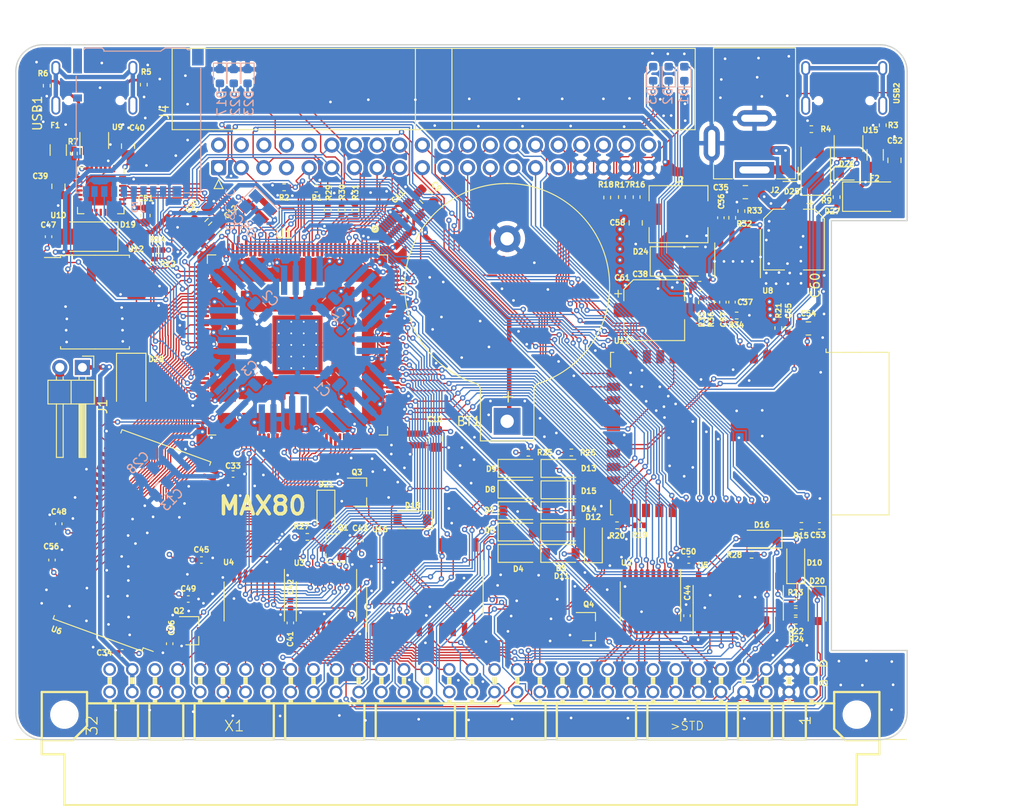
<source format=kicad_pcb>
(kicad_pcb (version 20171130) (host pcbnew 5.1.9-73d0e3b20d~88~ubuntu20.04.1)

  (general
    (thickness 1.6)
    (drawings 17)
    (tracks 4037)
    (zones 0)
    (modules 150)
    (nets 210)
  )

  (page A4)
  (title_block
    (title MAX80)
    (date 2021-01-31)
    (rev 0.01)
    (company "No name")
  )

  (layers
    (0 F.Cu signal)
    (1 In1.Cu signal)
    (2 In2.Cu signal)
    (31 B.Cu signal)
    (32 B.Adhes user)
    (33 F.Adhes user)
    (34 B.Paste user)
    (35 F.Paste user)
    (36 B.SilkS user)
    (37 F.SilkS user)
    (38 B.Mask user)
    (39 F.Mask user)
    (40 Dwgs.User user)
    (41 Cmts.User user)
    (42 Eco1.User user)
    (43 Eco2.User user)
    (44 Edge.Cuts user)
    (45 Margin user)
    (46 B.CrtYd user)
    (47 F.CrtYd user)
    (48 B.Fab user)
    (49 F.Fab user)
  )

  (setup
    (last_trace_width 0.15)
    (user_trace_width 0.3)
    (user_trace_width 0.5)
    (trace_clearance 0.15)
    (zone_clearance 0.2)
    (zone_45_only no)
    (trace_min 0.15)
    (via_size 0.6)
    (via_drill 0.3)
    (via_min_size 0.6)
    (via_min_drill 0.3)
    (uvia_size 0.3)
    (uvia_drill 0.1)
    (uvias_allowed no)
    (uvia_min_size 0.2)
    (uvia_min_drill 0.1)
    (edge_width 0.15)
    (segment_width 0.3)
    (pcb_text_width 0.3)
    (pcb_text_size 1.5 1.5)
    (mod_edge_width 0.15)
    (mod_text_size 1 1)
    (mod_text_width 0.15)
    (pad_size 2.6 1.6)
    (pad_drill 0)
    (pad_to_mask_clearance 0)
    (aux_axis_origin 0 0)
    (grid_origin 86.275 147.925)
    (visible_elements FFFFFF7F)
    (pcbplotparams
      (layerselection 0x010fc_ffffffff)
      (usegerberextensions false)
      (usegerberattributes true)
      (usegerberadvancedattributes true)
      (creategerberjobfile true)
      (excludeedgelayer true)
      (linewidth 0.100000)
      (plotframeref false)
      (viasonmask false)
      (mode 1)
      (useauxorigin false)
      (hpglpennumber 1)
      (hpglpenspeed 20)
      (hpglpendiameter 15.000000)
      (psnegative false)
      (psa4output false)
      (plotreference true)
      (plotvalue true)
      (plotinvisibletext false)
      (padsonsilk false)
      (subtractmaskfromsilk false)
      (outputformat 1)
      (mirror false)
      (drillshape 0)
      (scaleselection 1)
      (outputdirectory "abc80_gerber"))
  )

  (net 0 "")
  (net 1 VCC_ONE)
  (net 2 VCCA)
  (net 3 GND)
  (net 4 JTAGEN)
  (net 5 CLK0n)
  (net 6 +5V)
  (net 7 "Net-(R5-Pad2)")
  (net 8 "Net-(R6-Pad2)")
  (net 9 "Net-(R7-Pad1)")
  (net 10 "Net-(U10-Pad5)")
  (net 11 "Net-(U10-Pad4)")
  (net 12 "Net-(U9-Pad4)")
  (net 13 "Net-(U9-Pad6)")
  (net 14 "Net-(USB1-Pad13)")
  (net 15 "Net-(BT1-Pad1)")
  (net 16 /A4)
  (net 17 /A3)
  (net 18 /A2)
  (net 19 /A1)
  (net 20 /A0)
  (net 21 /IO0)
  (net 22 /IO3)
  (net 23 /IO4)
  (net 24 /IO5)
  (net 25 /IO6)
  (net 26 /IO7)
  (net 27 /WE)
  (net 28 /A11)
  (net 29 /IO9)
  (net 30 /A8)
  (net 31 /A7)
  (net 32 /A6)
  (net 33 /A5)
  (net 34 /A9)
  (net 35 /A10)
  (net 36 /A12)
  (net 37 /IO8)
  (net 38 /IO10)
  (net 39 /IO11)
  (net 40 /IO12)
  (net 41 /IO13)
  (net 42 /IO14)
  (net 43 /IO15)
  (net 44 /abc80bus/D7)
  (net 45 /abc80bus/D6)
  (net 46 /abc80bus/D5)
  (net 47 /abc80bus/D4)
  (net 48 /abc80bus/D3)
  (net 49 /abc80bus/D2)
  (net 50 /abc80bus/D1)
  (net 51 /abc80bus/D0)
  (net 52 /abc80bus/A8)
  (net 53 /abc80bus/A9)
  (net 54 /abc80bus/A10)
  (net 55 /abc80bus/A11)
  (net 56 /abc80bus/A12)
  (net 57 /abc80bus/A13)
  (net 58 /abc80bus/A14)
  (net 59 /abc80bus/A15)
  (net 60 /abc80bus/A7)
  (net 61 /abc80bus/A6)
  (net 62 /abc80bus/A5)
  (net 63 /abc80bus/A4)
  (net 64 /abc80bus/A3)
  (net 65 /abc80bus/A2)
  (net 66 /abc80bus/A1)
  (net 67 /abc80bus/A0)
  (net 68 /IO1)
  (net 69 /IO2)
  (net 70 /32KHZ)
  (net 71 /RTC_INT)
  (net 72 /abc80bus/ABC5V)
  (net 73 /SD_DAT1)
  (net 74 /SD_DAT2)
  (net 75 /SD_DAT3)
  (net 76 /SD_CMD)
  (net 77 /SD_CLK)
  (net 78 /SD_DAT0)
  (net 79 FPGA_TDI)
  (net 80 FPGA_TMS)
  (net 81 FPGA_TDO)
  (net 82 FPGA_TCK)
  (net 83 ABC_CLK_5)
  (net 84 /FPGA_SCL)
  (net 85 /FPGA_SDA)
  (net 86 FPGA_SPI_MISO)
  (net 87 FPGA_SPI_MOSI)
  (net 88 FPGA_SPI_CLK)
  (net 89 FGPA_SPI_CS_ESP32)
  (net 90 INT_ESP32)
  (net 91 "Net-(C53-Pad1)")
  (net 92 "Net-(F2-Pad2)")
  (net 93 ESP32_TDO)
  (net 94 ESP32_TCK)
  (net 95 ESP32_TMS)
  (net 96 ESP32_IO0)
  (net 97 ESP32_RXD)
  (net 98 ESP32_TXD)
  (net 99 ESP32_EN)
  (net 100 "Net-(R3-Pad2)")
  (net 101 "Net-(R4-Pad2)")
  (net 102 /ESP32/USB_D-)
  (net 103 /ESP32/USB_D+)
  (net 104 ESP32_TDI)
  (net 105 "Net-(U15-Pad6)")
  (net 106 "Net-(U15-Pad4)")
  (net 107 "Net-(USB2-Pad13)")
  (net 108 "Net-(D1-Pad2)")
  (net 109 "Net-(D1-Pad1)")
  (net 110 "Net-(D2-Pad2)")
  (net 111 "Net-(D2-Pad1)")
  (net 112 "Net-(D3-Pad2)")
  (net 113 "Net-(D3-Pad1)")
  (net 114 ESP32_SCL)
  (net 115 ESP32_SDA)
  (net 116 ESP32_CS2)
  (net 117 ESP32_CS0)
  (net 118 ESP32_MISO)
  (net 119 ESP32_SCK)
  (net 120 ESP32_MOSI)
  (net 121 ESP32_CS1)
  (net 122 /FPGA_USB_TXD)
  (net 123 /FPGA_USB_RXD)
  (net 124 /abc80bus/~XMEMW80)
  (net 125 /abc80bus/~CS)
  (net 126 /abc80bus/~C4)
  (net 127 /abc80bus/~C3)
  (net 128 /abc80bus/~C2)
  (net 129 /abc80bus/~C1)
  (net 130 /abc80bus/~OUT)
  (net 131 /abc80bus/~XOUT)
  (net 132 /abc80bus/~RST)
  (net 133 ~IORD)
  (net 134 /abc80bus/~XMEMFL)
  (net 135 /abc80bus/~XIN)
  (net 136 /abc80bus/~INP)
  (net 137 /abc80bus/~STATUS)
  (net 138 ~MEMRW)
  (net 139 "Net-(D18-Pad1)")
  (net 140 /abc80bus/~XINPSTB)
  (net 141 /abc80bus/~XOUTSTB)
  (net 142 /abc80bus/~XMEMW800)
  (net 143 ADSEL0)
  (net 144 ADSEL1)
  (net 145 "Net-(U3-Pad19)")
  (net 146 "Net-(U4-Pad19)")
  (net 147 /abc80bus/~INT)
  (net 148 ~IORW)
  (net 149 ~MEMRD)
  (net 150 AD0)
  (net 151 AD1)
  (net 152 AD2)
  (net 153 AD3)
  (net 154 AD4)
  (net 155 AD5)
  (net 156 AD6)
  (net 157 AD7)
  (net 158 O1)
  (net 159 O2)
  (net 160 /abc80bus/~RESIN)
  (net 161 /abc80bus/~XM)
  (net 162 /abc80bus/Y0)
  (net 163 /abc80bus/~Y0)
  (net 164 "Net-(D20-Pad1)")
  (net 165 "Net-(D21-Pad1)")
  (net 166 /FPGA_LED1)
  (net 167 /FPGA_LED2)
  (net 168 /FPGA_LED3)
  (net 169 "Net-(D17-Pad2)")
  (net 170 "Net-(D22-Pad2)")
  (net 171 "Net-(D23-Pad2)")
  (net 172 FPGA_GPIO3)
  (net 173 FPGA_GPIO2)
  (net 174 FPGA_GPIO1)
  (net 175 FPGA_GPIO0)
  (net 176 FPGA_GPIO5)
  (net 177 FPGA_GPIO4)
  (net 178 "Net-(C36-Pad1)")
  (net 179 "Net-(C37-Pad2)")
  (net 180 "Net-(C37-Pad1)")
  (net 181 "Net-(C38-Pad2)")
  (net 182 "Net-(R32-Pad2)")
  (net 183 "Net-(R35-Pad2)")
  (net 184 "Net-(C38-Pad1)")
  (net 185 /abc80bus/READY)
  (net 186 /abc80bus/~NMI)
  (net 187 ~FPGA_READY)
  (net 188 FPGA_NMI)
  (net 189 "Net-(U1-Pad88)")
  (net 190 "Net-(C39-Pad2)")
  (net 191 "Net-(C52-Pad2)")
  (net 192 "Net-(D26-Pad2)")
  (net 193 FPGA_RESIN)
  (net 194 ABC_CLK_3)
  (net 195 /DQMH)
  (net 196 /CLK)
  (net 197 /CKE)
  (net 198 /BA1)
  (net 199 /BA0)
  (net 200 /CS)
  (net 201 /RAS)
  (net 202 /CAS)
  (net 203 /DQML)
  (net 204 "Net-(D28-Pad2)")
  (net 205 "Net-(D25-Pad2)")
  (net 206 "Net-(F1-Pad2)")
  (net 207 /FPGA_USB_RTS)
  (net 208 /FPGA_USB_CTS)
  (net 209 /FPGA_USB_DTR)

  (net_class Default "This is the default net class."
    (clearance 0.15)
    (trace_width 0.15)
    (via_dia 0.6)
    (via_drill 0.3)
    (uvia_dia 0.3)
    (uvia_drill 0.1)
    (add_net +5V)
    (add_net /32KHZ)
    (add_net /A0)
    (add_net /A1)
    (add_net /A10)
    (add_net /A11)
    (add_net /A12)
    (add_net /A2)
    (add_net /A3)
    (add_net /A4)
    (add_net /A5)
    (add_net /A6)
    (add_net /A7)
    (add_net /A8)
    (add_net /A9)
    (add_net /BA0)
    (add_net /BA1)
    (add_net /CAS)
    (add_net /CKE)
    (add_net /CLK)
    (add_net /CS)
    (add_net /DQMH)
    (add_net /DQML)
    (add_net /ESP32/USB_D+)
    (add_net /ESP32/USB_D-)
    (add_net /FPGA_LED1)
    (add_net /FPGA_LED2)
    (add_net /FPGA_LED3)
    (add_net /FPGA_SCL)
    (add_net /FPGA_SDA)
    (add_net /FPGA_USB_CTS)
    (add_net /FPGA_USB_DTR)
    (add_net /FPGA_USB_RTS)
    (add_net /FPGA_USB_RXD)
    (add_net /FPGA_USB_TXD)
    (add_net /IO0)
    (add_net /IO1)
    (add_net /IO10)
    (add_net /IO11)
    (add_net /IO12)
    (add_net /IO13)
    (add_net /IO14)
    (add_net /IO15)
    (add_net /IO2)
    (add_net /IO3)
    (add_net /IO4)
    (add_net /IO5)
    (add_net /IO6)
    (add_net /IO7)
    (add_net /IO8)
    (add_net /IO9)
    (add_net /RAS)
    (add_net /RTC_INT)
    (add_net /SD_CLK)
    (add_net /SD_CMD)
    (add_net /SD_DAT0)
    (add_net /SD_DAT1)
    (add_net /SD_DAT2)
    (add_net /SD_DAT3)
    (add_net /WE)
    (add_net /abc80bus/A0)
    (add_net /abc80bus/A1)
    (add_net /abc80bus/A10)
    (add_net /abc80bus/A11)
    (add_net /abc80bus/A12)
    (add_net /abc80bus/A13)
    (add_net /abc80bus/A14)
    (add_net /abc80bus/A15)
    (add_net /abc80bus/A2)
    (add_net /abc80bus/A3)
    (add_net /abc80bus/A4)
    (add_net /abc80bus/A5)
    (add_net /abc80bus/A6)
    (add_net /abc80bus/A7)
    (add_net /abc80bus/A8)
    (add_net /abc80bus/A9)
    (add_net /abc80bus/ABC5V)
    (add_net /abc80bus/D0)
    (add_net /abc80bus/D1)
    (add_net /abc80bus/D2)
    (add_net /abc80bus/D3)
    (add_net /abc80bus/D4)
    (add_net /abc80bus/D5)
    (add_net /abc80bus/D6)
    (add_net /abc80bus/D7)
    (add_net /abc80bus/READY)
    (add_net /abc80bus/Y0)
    (add_net /abc80bus/~C1)
    (add_net /abc80bus/~C2)
    (add_net /abc80bus/~C3)
    (add_net /abc80bus/~C4)
    (add_net /abc80bus/~CS)
    (add_net /abc80bus/~INP)
    (add_net /abc80bus/~INT)
    (add_net /abc80bus/~NMI)
    (add_net /abc80bus/~OUT)
    (add_net /abc80bus/~RESIN)
    (add_net /abc80bus/~RST)
    (add_net /abc80bus/~STATUS)
    (add_net /abc80bus/~XIN)
    (add_net /abc80bus/~XINPSTB)
    (add_net /abc80bus/~XM)
    (add_net /abc80bus/~XMEMFL)
    (add_net /abc80bus/~XMEMW80)
    (add_net /abc80bus/~XMEMW800)
    (add_net /abc80bus/~XOUT)
    (add_net /abc80bus/~XOUTSTB)
    (add_net /abc80bus/~Y0)
    (add_net ABC_CLK_3)
    (add_net ABC_CLK_5)
    (add_net AD0)
    (add_net AD1)
    (add_net AD2)
    (add_net AD3)
    (add_net AD4)
    (add_net AD5)
    (add_net AD6)
    (add_net AD7)
    (add_net ADSEL0)
    (add_net ADSEL1)
    (add_net CLK0n)
    (add_net ESP32_CS0)
    (add_net ESP32_CS1)
    (add_net ESP32_CS2)
    (add_net ESP32_EN)
    (add_net ESP32_IO0)
    (add_net ESP32_MISO)
    (add_net ESP32_MOSI)
    (add_net ESP32_RXD)
    (add_net ESP32_SCK)
    (add_net ESP32_SCL)
    (add_net ESP32_SDA)
    (add_net ESP32_TCK)
    (add_net ESP32_TDI)
    (add_net ESP32_TDO)
    (add_net ESP32_TMS)
    (add_net ESP32_TXD)
    (add_net FGPA_SPI_CS_ESP32)
    (add_net FPGA_GPIO0)
    (add_net FPGA_GPIO1)
    (add_net FPGA_GPIO2)
    (add_net FPGA_GPIO3)
    (add_net FPGA_GPIO4)
    (add_net FPGA_GPIO5)
    (add_net FPGA_NMI)
    (add_net FPGA_RESIN)
    (add_net FPGA_SPI_CLK)
    (add_net FPGA_SPI_MISO)
    (add_net FPGA_SPI_MOSI)
    (add_net FPGA_TCK)
    (add_net FPGA_TDI)
    (add_net FPGA_TDO)
    (add_net FPGA_TMS)
    (add_net GND)
    (add_net INT_ESP32)
    (add_net JTAGEN)
    (add_net "Net-(BT1-Pad1)")
    (add_net "Net-(C36-Pad1)")
    (add_net "Net-(C37-Pad1)")
    (add_net "Net-(C37-Pad2)")
    (add_net "Net-(C38-Pad1)")
    (add_net "Net-(C38-Pad2)")
    (add_net "Net-(C39-Pad2)")
    (add_net "Net-(C52-Pad2)")
    (add_net "Net-(C53-Pad1)")
    (add_net "Net-(D1-Pad1)")
    (add_net "Net-(D1-Pad2)")
    (add_net "Net-(D17-Pad2)")
    (add_net "Net-(D18-Pad1)")
    (add_net "Net-(D2-Pad1)")
    (add_net "Net-(D2-Pad2)")
    (add_net "Net-(D20-Pad1)")
    (add_net "Net-(D21-Pad1)")
    (add_net "Net-(D22-Pad2)")
    (add_net "Net-(D23-Pad2)")
    (add_net "Net-(D25-Pad2)")
    (add_net "Net-(D26-Pad2)")
    (add_net "Net-(D28-Pad2)")
    (add_net "Net-(D3-Pad1)")
    (add_net "Net-(D3-Pad2)")
    (add_net "Net-(F1-Pad2)")
    (add_net "Net-(F2-Pad2)")
    (add_net "Net-(J4-Pad40)")
    (add_net "Net-(J4-Pad6)")
    (add_net "Net-(J4-Pad7)")
    (add_net "Net-(J4-Pad8)")
    (add_net "Net-(R3-Pad2)")
    (add_net "Net-(R32-Pad2)")
    (add_net "Net-(R35-Pad2)")
    (add_net "Net-(R4-Pad2)")
    (add_net "Net-(R5-Pad2)")
    (add_net "Net-(R6-Pad2)")
    (add_net "Net-(R7-Pad1)")
    (add_net "Net-(U1-Pad106)")
    (add_net "Net-(U1-Pad88)")
    (add_net "Net-(U10-Pad1)")
    (add_net "Net-(U10-Pad10)")
    (add_net "Net-(U10-Pad11)")
    (add_net "Net-(U10-Pad12)")
    (add_net "Net-(U10-Pad13)")
    (add_net "Net-(U10-Pad14)")
    (add_net "Net-(U10-Pad15)")
    (add_net "Net-(U10-Pad16)")
    (add_net "Net-(U10-Pad17)")
    (add_net "Net-(U10-Pad18)")
    (add_net "Net-(U10-Pad19)")
    (add_net "Net-(U10-Pad2)")
    (add_net "Net-(U10-Pad20)")
    (add_net "Net-(U10-Pad21)")
    (add_net "Net-(U10-Pad22)")
    (add_net "Net-(U10-Pad27)")
    (add_net "Net-(U10-Pad4)")
    (add_net "Net-(U10-Pad5)")
    (add_net "Net-(U11-Pad10)")
    (add_net "Net-(U11-Pad11)")
    (add_net "Net-(U11-Pad39)")
    (add_net "Net-(U11-Pad4)")
    (add_net "Net-(U11-Pad40)")
    (add_net "Net-(U12-Pad4)")
    (add_net "Net-(U15-Pad4)")
    (add_net "Net-(U15-Pad6)")
    (add_net "Net-(U16-Pad12)")
    (add_net "Net-(U16-Pad8)")
    (add_net "Net-(U3-Pad19)")
    (add_net "Net-(U4-Pad19)")
    (add_net "Net-(U5-Pad11)")
    (add_net "Net-(U5-Pad12)")
    (add_net "Net-(U5-Pad7)")
    (add_net "Net-(U6-Pad40)")
    (add_net "Net-(U9-Pad4)")
    (add_net "Net-(U9-Pad6)")
    (add_net "Net-(USB1-Pad13)")
    (add_net "Net-(USB1-Pad3)")
    (add_net "Net-(USB1-Pad5)")
    (add_net "Net-(USB1-Pad8)")
    (add_net "Net-(USB1-Pad9)")
    (add_net "Net-(USB2-Pad13)")
    (add_net "Net-(USB2-Pad3)")
    (add_net "Net-(USB2-Pad5)")
    (add_net "Net-(USB2-Pad8)")
    (add_net "Net-(USB2-Pad9)")
    (add_net "Net-(X1-PadA1)")
    (add_net "Net-(X1-PadA14)")
    (add_net "Net-(X1-PadA25)")
    (add_net "Net-(X1-PadA29)")
    (add_net "Net-(X1-PadA32)")
    (add_net "Net-(X1-PadB1)")
    (add_net "Net-(X1-PadB10)")
    (add_net "Net-(X1-PadB11)")
    (add_net "Net-(X1-PadB12)")
    (add_net "Net-(X1-PadB30)")
    (add_net "Net-(X1-PadB32)")
    (add_net "Net-(X1-PadB6)")
    (add_net "Net-(X1-PadB7)")
    (add_net "Net-(X1-PadB8)")
    (add_net "Net-(X1-PadB9)")
    (add_net O1)
    (add_net O2)
    (add_net VCCA)
    (add_net VCC_ONE)
    (add_net ~FPGA_READY)
    (add_net ~IORD)
    (add_net ~IORW)
    (add_net ~MEMRD)
    (add_net ~MEMRW)
  )

  (module Diode_SMD:D_SMA (layer F.Cu) (tedit 586432E5) (tstamp 6032CF27)
    (at 65.447 139.035 270)
    (descr "Diode SMA (DO-214AC)")
    (tags "Diode SMA (DO-214AC)")
    (path /6013B380/603612AB)
    (attr smd)
    (fp_text reference D28 (at -2.735 -2.803 180) (layer F.SilkS)
      (effects (font (size 0.6 0.6) (thickness 0.15)))
    )
    (fp_text value MBRA340T (at 0 2.6 90) (layer F.Fab)
      (effects (font (size 1 1) (thickness 0.15)))
    )
    (fp_line (start -3.4 -1.65) (end 2 -1.65) (layer F.SilkS) (width 0.12))
    (fp_line (start -3.4 1.65) (end 2 1.65) (layer F.SilkS) (width 0.12))
    (fp_line (start -0.64944 0.00102) (end 0.50118 -0.79908) (layer F.Fab) (width 0.1))
    (fp_line (start -0.64944 0.00102) (end 0.50118 0.75032) (layer F.Fab) (width 0.1))
    (fp_line (start 0.50118 0.75032) (end 0.50118 -0.79908) (layer F.Fab) (width 0.1))
    (fp_line (start -0.64944 -0.79908) (end -0.64944 0.80112) (layer F.Fab) (width 0.1))
    (fp_line (start 0.50118 0.00102) (end 1.4994 0.00102) (layer F.Fab) (width 0.1))
    (fp_line (start -0.64944 0.00102) (end -1.55114 0.00102) (layer F.Fab) (width 0.1))
    (fp_line (start -3.5 1.75) (end -3.5 -1.75) (layer F.CrtYd) (width 0.05))
    (fp_line (start 3.5 1.75) (end -3.5 1.75) (layer F.CrtYd) (width 0.05))
    (fp_line (start 3.5 -1.75) (end 3.5 1.75) (layer F.CrtYd) (width 0.05))
    (fp_line (start -3.5 -1.75) (end 3.5 -1.75) (layer F.CrtYd) (width 0.05))
    (fp_line (start 2.3 -1.5) (end -2.3 -1.5) (layer F.Fab) (width 0.1))
    (fp_line (start 2.3 -1.5) (end 2.3 1.5) (layer F.Fab) (width 0.1))
    (fp_line (start -2.3 1.5) (end -2.3 -1.5) (layer F.Fab) (width 0.1))
    (fp_line (start 2.3 1.5) (end -2.3 1.5) (layer F.Fab) (width 0.1))
    (fp_line (start -3.4 -1.65) (end -3.4 1.65) (layer F.SilkS) (width 0.12))
    (fp_text user %R (at 0 -2.5 90) (layer F.Fab)
      (effects (font (size 1 1) (thickness 0.15)))
    )
    (pad 2 smd rect (at 2 0 270) (size 2.5 1.8) (layers F.Cu F.Paste F.Mask)
      (net 204 "Net-(D28-Pad2)"))
    (pad 1 smd rect (at -2 0 270) (size 2.5 1.8) (layers F.Cu F.Paste F.Mask)
      (net 6 +5V))
    (model ${KISYS3DMOD}/Diode_SMD.3dshapes/D_SMA.wrl
      (at (xyz 0 0 0))
      (scale (xyz 1 1 1))
      (rotate (xyz 0 0 0))
    )
  )

  (module Capacitor_SMD:C_0402_1005Metric (layer F.Cu) (tedit 5F68FEEE) (tstamp 6039D96A)
    (at 56.557 158.847 90)
    (descr "Capacitor SMD 0402 (1005 Metric), square (rectangular) end terminal, IPC_7351 nominal, (Body size source: IPC-SM-782 page 76, https://www.pcb-3d.com/wordpress/wp-content/uploads/ipc-sm-782a_amendment_1_and_2.pdf), generated with kicad-footprint-generator")
    (tags capacitor)
    (path /6091A70C)
    (attr smd)
    (fp_text reference C56 (at 1.522 -0.082 180) (layer F.SilkS)
      (effects (font (size 0.6 0.6) (thickness 0.15)))
    )
    (fp_text value 100nF (at 0 1.16 90) (layer F.Fab)
      (effects (font (size 1 1) (thickness 0.15)))
    )
    (fp_line (start 0.91 0.46) (end -0.91 0.46) (layer F.CrtYd) (width 0.05))
    (fp_line (start 0.91 -0.46) (end 0.91 0.46) (layer F.CrtYd) (width 0.05))
    (fp_line (start -0.91 -0.46) (end 0.91 -0.46) (layer F.CrtYd) (width 0.05))
    (fp_line (start -0.91 0.46) (end -0.91 -0.46) (layer F.CrtYd) (width 0.05))
    (fp_line (start -0.107836 0.36) (end 0.107836 0.36) (layer F.SilkS) (width 0.12))
    (fp_line (start -0.107836 -0.36) (end 0.107836 -0.36) (layer F.SilkS) (width 0.12))
    (fp_line (start 0.5 0.25) (end -0.5 0.25) (layer F.Fab) (width 0.1))
    (fp_line (start 0.5 -0.25) (end 0.5 0.25) (layer F.Fab) (width 0.1))
    (fp_line (start -0.5 -0.25) (end 0.5 -0.25) (layer F.Fab) (width 0.1))
    (fp_line (start -0.5 0.25) (end -0.5 -0.25) (layer F.Fab) (width 0.1))
    (fp_text user %R (at 0 0 90) (layer F.Fab)
      (effects (font (size 0.25 0.25) (thickness 0.04)))
    )
    (pad 2 smd roundrect (at 0.48 0 90) (size 0.56 0.62) (layers F.Cu F.Paste F.Mask) (roundrect_rratio 0.25)
      (net 3 GND))
    (pad 1 smd roundrect (at -0.48 0 90) (size 0.56 0.62) (layers F.Cu F.Paste F.Mask) (roundrect_rratio 0.25)
      (net 1 VCC_ONE))
    (model ${KISYS3DMOD}/Capacitor_SMD.3dshapes/C_0402_1005Metric.wrl
      (at (xyz 0 0 0))
      (scale (xyz 1 1 1))
      (rotate (xyz 0 0 0))
    )
  )

  (module Capacitor_SMD:C_0402_1005Metric (layer F.Cu) (tedit 5F68FEEE) (tstamp 603AB1B9)
    (at 69.765 168.245 270)
    (descr "Capacitor SMD 0402 (1005 Metric), square (rectangular) end terminal, IPC_7351 nominal, (Body size source: IPC-SM-782 page 76, https://www.pcb-3d.com/wordpress/wp-content/uploads/ipc-sm-782a_amendment_1_and_2.pdf), generated with kicad-footprint-generator")
    (tags capacitor)
    (path /60932F0E)
    (attr smd)
    (fp_text reference C46 (at -1.795 -0.21 270) (layer F.SilkS)
      (effects (font (size 0.6 0.6) (thickness 0.15)))
    )
    (fp_text value 100nF (at 0 1.16 90) (layer F.Fab)
      (effects (font (size 1 1) (thickness 0.15)))
    )
    (fp_line (start 0.91 0.46) (end -0.91 0.46) (layer F.CrtYd) (width 0.05))
    (fp_line (start 0.91 -0.46) (end 0.91 0.46) (layer F.CrtYd) (width 0.05))
    (fp_line (start -0.91 -0.46) (end 0.91 -0.46) (layer F.CrtYd) (width 0.05))
    (fp_line (start -0.91 0.46) (end -0.91 -0.46) (layer F.CrtYd) (width 0.05))
    (fp_line (start -0.107836 0.36) (end 0.107836 0.36) (layer F.SilkS) (width 0.12))
    (fp_line (start -0.107836 -0.36) (end 0.107836 -0.36) (layer F.SilkS) (width 0.12))
    (fp_line (start 0.5 0.25) (end -0.5 0.25) (layer F.Fab) (width 0.1))
    (fp_line (start 0.5 -0.25) (end 0.5 0.25) (layer F.Fab) (width 0.1))
    (fp_line (start -0.5 -0.25) (end 0.5 -0.25) (layer F.Fab) (width 0.1))
    (fp_line (start -0.5 0.25) (end -0.5 -0.25) (layer F.Fab) (width 0.1))
    (fp_text user %R (at 0 0 90) (layer F.Fab)
      (effects (font (size 0.25 0.25) (thickness 0.04)))
    )
    (pad 2 smd roundrect (at 0.48 0 270) (size 0.56 0.62) (layers F.Cu F.Paste F.Mask) (roundrect_rratio 0.25)
      (net 3 GND))
    (pad 1 smd roundrect (at -0.48 0 270) (size 0.56 0.62) (layers F.Cu F.Paste F.Mask) (roundrect_rratio 0.25)
      (net 1 VCC_ONE))
    (model ${KISYS3DMOD}/Capacitor_SMD.3dshapes/C_0402_1005Metric.wrl
      (at (xyz 0 0 0))
      (scale (xyz 1 1 1))
      (rotate (xyz 0 0 0))
    )
  )

  (module Capacitor_SMD:C_0402_1005Metric (layer F.Cu) (tedit 5F68FEEE) (tstamp 603AB1A8)
    (at 73.321 158.847)
    (descr "Capacitor SMD 0402 (1005 Metric), square (rectangular) end terminal, IPC_7351 nominal, (Body size source: IPC-SM-782 page 76, https://www.pcb-3d.com/wordpress/wp-content/uploads/ipc-sm-782a_amendment_1_and_2.pdf), generated with kicad-footprint-generator")
    (tags capacitor)
    (path /6094CE83)
    (attr smd)
    (fp_text reference C45 (at 0 -1.16) (layer F.SilkS)
      (effects (font (size 0.6 0.6) (thickness 0.15)))
    )
    (fp_text value 100nF (at 0 1.16) (layer F.Fab)
      (effects (font (size 1 1) (thickness 0.15)))
    )
    (fp_line (start 0.91 0.46) (end -0.91 0.46) (layer F.CrtYd) (width 0.05))
    (fp_line (start 0.91 -0.46) (end 0.91 0.46) (layer F.CrtYd) (width 0.05))
    (fp_line (start -0.91 -0.46) (end 0.91 -0.46) (layer F.CrtYd) (width 0.05))
    (fp_line (start -0.91 0.46) (end -0.91 -0.46) (layer F.CrtYd) (width 0.05))
    (fp_line (start -0.107836 0.36) (end 0.107836 0.36) (layer F.SilkS) (width 0.12))
    (fp_line (start -0.107836 -0.36) (end 0.107836 -0.36) (layer F.SilkS) (width 0.12))
    (fp_line (start 0.5 0.25) (end -0.5 0.25) (layer F.Fab) (width 0.1))
    (fp_line (start 0.5 -0.25) (end 0.5 0.25) (layer F.Fab) (width 0.1))
    (fp_line (start -0.5 -0.25) (end 0.5 -0.25) (layer F.Fab) (width 0.1))
    (fp_line (start -0.5 0.25) (end -0.5 -0.25) (layer F.Fab) (width 0.1))
    (fp_text user %R (at 0 0) (layer F.Fab)
      (effects (font (size 0.25 0.25) (thickness 0.04)))
    )
    (pad 2 smd roundrect (at 0.48 0) (size 0.56 0.62) (layers F.Cu F.Paste F.Mask) (roundrect_rratio 0.25)
      (net 3 GND))
    (pad 1 smd roundrect (at -0.48 0) (size 0.56 0.62) (layers F.Cu F.Paste F.Mask) (roundrect_rratio 0.25)
      (net 1 VCC_ONE))
    (model ${KISYS3DMOD}/Capacitor_SMD.3dshapes/C_0402_1005Metric.wrl
      (at (xyz 0 0 0))
      (scale (xyz 1 1 1))
      (rotate (xyz 0 0 0))
    )
  )

  (module Capacitor_SMD:C_0402_1005Metric (layer F.Cu) (tedit 5F68FEEE) (tstamp 603AC9A5)
    (at 64.431 169.261 180)
    (descr "Capacitor SMD 0402 (1005 Metric), square (rectangular) end terminal, IPC_7351 nominal, (Body size source: IPC-SM-782 page 76, https://www.pcb-3d.com/wordpress/wp-content/uploads/ipc-sm-782a_amendment_1_and_2.pdf), generated with kicad-footprint-generator")
    (tags capacitor)
    (path /6097D4FE)
    (attr smd)
    (fp_text reference C34 (at 2.006 0) (layer F.SilkS)
      (effects (font (size 0.6 0.6) (thickness 0.15)))
    )
    (fp_text value 100nF (at 0 1.16) (layer F.Fab)
      (effects (font (size 1 1) (thickness 0.15)))
    )
    (fp_line (start 0.91 0.46) (end -0.91 0.46) (layer F.CrtYd) (width 0.05))
    (fp_line (start 0.91 -0.46) (end 0.91 0.46) (layer F.CrtYd) (width 0.05))
    (fp_line (start -0.91 -0.46) (end 0.91 -0.46) (layer F.CrtYd) (width 0.05))
    (fp_line (start -0.91 0.46) (end -0.91 -0.46) (layer F.CrtYd) (width 0.05))
    (fp_line (start -0.107836 0.36) (end 0.107836 0.36) (layer F.SilkS) (width 0.12))
    (fp_line (start -0.107836 -0.36) (end 0.107836 -0.36) (layer F.SilkS) (width 0.12))
    (fp_line (start 0.5 0.25) (end -0.5 0.25) (layer F.Fab) (width 0.1))
    (fp_line (start 0.5 -0.25) (end 0.5 0.25) (layer F.Fab) (width 0.1))
    (fp_line (start -0.5 -0.25) (end 0.5 -0.25) (layer F.Fab) (width 0.1))
    (fp_line (start -0.5 0.25) (end -0.5 -0.25) (layer F.Fab) (width 0.1))
    (fp_text user %R (at 0 0) (layer F.Fab)
      (effects (font (size 0.25 0.25) (thickness 0.04)))
    )
    (pad 2 smd roundrect (at 0.48 0 180) (size 0.56 0.62) (layers F.Cu F.Paste F.Mask) (roundrect_rratio 0.25)
      (net 3 GND))
    (pad 1 smd roundrect (at -0.48 0 180) (size 0.56 0.62) (layers F.Cu F.Paste F.Mask) (roundrect_rratio 0.25)
      (net 1 VCC_ONE))
    (model ${KISYS3DMOD}/Capacitor_SMD.3dshapes/C_0402_1005Metric.wrl
      (at (xyz 0 0 0))
      (scale (xyz 1 1 1))
      (rotate (xyz 0 0 0))
    )
  )

  (module Capacitor_SMD:C_0402_1005Metric (layer F.Cu) (tedit 5F68FEEE) (tstamp 603AB046)
    (at 76.877 149.195)
    (descr "Capacitor SMD 0402 (1005 Metric), square (rectangular) end terminal, IPC_7351 nominal, (Body size source: IPC-SM-782 page 76, https://www.pcb-3d.com/wordpress/wp-content/uploads/ipc-sm-782a_amendment_1_and_2.pdf), generated with kicad-footprint-generator")
    (tags capacitor)
    (path /60997E09)
    (attr smd)
    (fp_text reference C33 (at -0.002 -0.92) (layer F.SilkS)
      (effects (font (size 0.6 0.6) (thickness 0.15)))
    )
    (fp_text value 100nF (at 0 1.16) (layer F.Fab)
      (effects (font (size 1 1) (thickness 0.15)))
    )
    (fp_line (start 0.91 0.46) (end -0.91 0.46) (layer F.CrtYd) (width 0.05))
    (fp_line (start 0.91 -0.46) (end 0.91 0.46) (layer F.CrtYd) (width 0.05))
    (fp_line (start -0.91 -0.46) (end 0.91 -0.46) (layer F.CrtYd) (width 0.05))
    (fp_line (start -0.91 0.46) (end -0.91 -0.46) (layer F.CrtYd) (width 0.05))
    (fp_line (start -0.107836 0.36) (end 0.107836 0.36) (layer F.SilkS) (width 0.12))
    (fp_line (start -0.107836 -0.36) (end 0.107836 -0.36) (layer F.SilkS) (width 0.12))
    (fp_line (start 0.5 0.25) (end -0.5 0.25) (layer F.Fab) (width 0.1))
    (fp_line (start 0.5 -0.25) (end 0.5 0.25) (layer F.Fab) (width 0.1))
    (fp_line (start -0.5 -0.25) (end 0.5 -0.25) (layer F.Fab) (width 0.1))
    (fp_line (start -0.5 0.25) (end -0.5 -0.25) (layer F.Fab) (width 0.1))
    (fp_text user %R (at 0 0) (layer F.Fab)
      (effects (font (size 0.25 0.25) (thickness 0.04)))
    )
    (pad 2 smd roundrect (at 0.48 0) (size 0.56 0.62) (layers F.Cu F.Paste F.Mask) (roundrect_rratio 0.25)
      (net 3 GND))
    (pad 1 smd roundrect (at -0.48 0) (size 0.56 0.62) (layers F.Cu F.Paste F.Mask) (roundrect_rratio 0.25)
      (net 1 VCC_ONE))
    (model ${KISYS3DMOD}/Capacitor_SMD.3dshapes/C_0402_1005Metric.wrl
      (at (xyz 0 0 0))
      (scale (xyz 1 1 1))
      (rotate (xyz 0 0 0))
    )
  )

  (module Package_SO:TSOP-II-54_22.2x10.16mm_P0.8mm (layer F.Cu) (tedit 5B589EC7) (tstamp 60346482)
    (at 65.535 156.645 160)
    (descr "54-lead TSOP typ II package")
    (tags "TSOPII TSOP2")
    (path /604F9283)
    (attr smd)
    (fp_text reference U6 (at 4.513002 -12.365253 160) (layer F.SilkS)
      (effects (font (size 0.6 0.6) (thickness 0.15)))
    )
    (fp_text value MT48LC16M16A2P-6A (at 0 12.5 160) (layer F.Fab)
      (effects (font (size 0.85 0.85) (thickness 0.15)))
    )
    (fp_line (start -4.08 -11.11) (end 5.08 -11.11) (layer F.Fab) (width 0.1))
    (fp_line (start 5.08 -11.11) (end 5.08 11.11) (layer F.Fab) (width 0.1))
    (fp_line (start 5.08 11.11) (end -5.08 11.11) (layer F.Fab) (width 0.1))
    (fp_line (start -5.08 11.11) (end -5.08 -10.11) (layer F.Fab) (width 0.1))
    (fp_line (start -4.08 -11.11) (end -5.08 -10.11) (layer F.Fab) (width 0.1))
    (fp_line (start -6.5 -10.9) (end -5.3 -10.9) (layer F.SilkS) (width 0.12))
    (fp_line (start -5.3 -10.9) (end -5.3 -11.3) (layer F.SilkS) (width 0.12))
    (fp_line (start -5.3 -11.3) (end 5.3 -11.3) (layer F.SilkS) (width 0.12))
    (fp_line (start -5.3 11.3) (end 5.3 11.3) (layer F.SilkS) (width 0.12))
    (fp_line (start 5.3 -11.3) (end 5.3 -10.9) (layer F.SilkS) (width 0.12))
    (fp_line (start 5.3 10.9) (end 5.3 11.3) (layer F.SilkS) (width 0.12))
    (fp_line (start -5.3 10.9) (end -5.3 11.3) (layer F.SilkS) (width 0.12))
    (fp_line (start -6.76 -11.36) (end 6.76 -11.36) (layer F.CrtYd) (width 0.05))
    (fp_line (start 6.76 -11.36) (end 6.76 11.36) (layer F.CrtYd) (width 0.05))
    (fp_line (start 6.76 11.36) (end -6.76 11.36) (layer F.CrtYd) (width 0.05))
    (fp_line (start -6.76 -11.36) (end -6.76 11.36) (layer F.CrtYd) (width 0.05))
    (fp_text user %R (at 0 0 160) (layer F.Fab)
      (effects (font (size 1 1) (thickness 0.15)))
    )
    (pad 54 smd rect (at 5.75 -10.4 160) (size 1.51 0.458) (layers F.Cu F.Paste F.Mask)
      (net 3 GND))
    (pad 53 smd rect (at 5.75 -9.6 160) (size 1.51 0.458) (layers F.Cu F.Paste F.Mask)
      (net 43 /IO15))
    (pad 52 smd rect (at 5.75 -8.8 160) (size 1.51 0.458) (layers F.Cu F.Paste F.Mask)
      (net 3 GND))
    (pad 51 smd rect (at 5.75 -8 160) (size 1.51 0.458) (layers F.Cu F.Paste F.Mask)
      (net 42 /IO14))
    (pad 50 smd rect (at 5.75 -7.2 160) (size 1.51 0.458) (layers F.Cu F.Paste F.Mask)
      (net 41 /IO13))
    (pad 49 smd rect (at 5.75 -6.4 160) (size 1.51 0.458) (layers F.Cu F.Paste F.Mask)
      (net 1 VCC_ONE))
    (pad 48 smd rect (at 5.75 -5.6 160) (size 1.51 0.458) (layers F.Cu F.Paste F.Mask)
      (net 40 /IO12))
    (pad 47 smd rect (at 5.75 -4.8 160) (size 1.51 0.458) (layers F.Cu F.Paste F.Mask)
      (net 39 /IO11))
    (pad 46 smd rect (at 5.75 -4 160) (size 1.51 0.458) (layers F.Cu F.Paste F.Mask)
      (net 3 GND))
    (pad 45 smd rect (at 5.75 -3.2 160) (size 1.51 0.458) (layers F.Cu F.Paste F.Mask)
      (net 38 /IO10))
    (pad 44 smd rect (at 5.75 -2.4 160) (size 1.51 0.458) (layers F.Cu F.Paste F.Mask)
      (net 29 /IO9))
    (pad 43 smd rect (at 5.75 -1.6 160) (size 1.51 0.458) (layers F.Cu F.Paste F.Mask)
      (net 1 VCC_ONE))
    (pad 42 smd rect (at 5.75 -0.8 160) (size 1.51 0.458) (layers F.Cu F.Paste F.Mask)
      (net 37 /IO8))
    (pad 41 smd rect (at 5.75 0 160) (size 1.51 0.458) (layers F.Cu F.Paste F.Mask)
      (net 3 GND))
    (pad 40 smd rect (at 5.75 0.8 160) (size 1.51 0.458) (layers F.Cu F.Paste F.Mask))
    (pad 39 smd rect (at 5.75 1.6 160) (size 1.51 0.458) (layers F.Cu F.Paste F.Mask)
      (net 195 /DQMH))
    (pad 38 smd rect (at 5.75 2.4 160) (size 1.51 0.458) (layers F.Cu F.Paste F.Mask)
      (net 196 /CLK))
    (pad 37 smd rect (at 5.75 3.2 160) (size 1.51 0.458) (layers F.Cu F.Paste F.Mask)
      (net 197 /CKE))
    (pad 36 smd rect (at 5.75 4 160) (size 1.51 0.458) (layers F.Cu F.Paste F.Mask)
      (net 36 /A12))
    (pad 35 smd rect (at 5.75 4.8 160) (size 1.51 0.458) (layers F.Cu F.Paste F.Mask)
      (net 28 /A11))
    (pad 34 smd rect (at 5.75 5.6 160) (size 1.51 0.458) (layers F.Cu F.Paste F.Mask)
      (net 34 /A9))
    (pad 33 smd rect (at 5.75 6.4 160) (size 1.51 0.458) (layers F.Cu F.Paste F.Mask)
      (net 30 /A8))
    (pad 32 smd rect (at 5.75 7.2 160) (size 1.51 0.458) (layers F.Cu F.Paste F.Mask)
      (net 31 /A7))
    (pad 31 smd rect (at 5.75 8 160) (size 1.51 0.458) (layers F.Cu F.Paste F.Mask)
      (net 32 /A6))
    (pad 30 smd rect (at 5.75 8.8 160) (size 1.51 0.458) (layers F.Cu F.Paste F.Mask)
      (net 33 /A5))
    (pad 29 smd rect (at 5.75 9.6 160) (size 1.51 0.458) (layers F.Cu F.Paste F.Mask)
      (net 16 /A4))
    (pad 28 smd rect (at 5.75 10.4 160) (size 1.51 0.458) (layers F.Cu F.Paste F.Mask)
      (net 3 GND))
    (pad 27 smd rect (at -5.75 10.4 160) (size 1.51 0.458) (layers F.Cu F.Paste F.Mask)
      (net 1 VCC_ONE))
    (pad 26 smd rect (at -5.75 9.6 160) (size 1.51 0.458) (layers F.Cu F.Paste F.Mask)
      (net 17 /A3))
    (pad 25 smd rect (at -5.75 8.8 160) (size 1.51 0.458) (layers F.Cu F.Paste F.Mask)
      (net 18 /A2))
    (pad 24 smd rect (at -5.75 8 160) (size 1.51 0.458) (layers F.Cu F.Paste F.Mask)
      (net 19 /A1))
    (pad 23 smd rect (at -5.75 7.2 160) (size 1.51 0.458) (layers F.Cu F.Paste F.Mask)
      (net 20 /A0))
    (pad 22 smd rect (at -5.75 6.4 160) (size 1.51 0.458) (layers F.Cu F.Paste F.Mask)
      (net 35 /A10))
    (pad 21 smd rect (at -5.75 5.6 160) (size 1.51 0.458) (layers F.Cu F.Paste F.Mask)
      (net 198 /BA1))
    (pad 20 smd rect (at -5.75 4.8 160) (size 1.51 0.458) (layers F.Cu F.Paste F.Mask)
      (net 199 /BA0))
    (pad 19 smd rect (at -5.75 4 160) (size 1.51 0.458) (layers F.Cu F.Paste F.Mask)
      (net 200 /CS))
    (pad 18 smd rect (at -5.75 3.2 160) (size 1.51 0.458) (layers F.Cu F.Paste F.Mask)
      (net 201 /RAS))
    (pad 17 smd rect (at -5.75 2.4 160) (size 1.51 0.458) (layers F.Cu F.Paste F.Mask)
      (net 202 /CAS))
    (pad 16 smd rect (at -5.75 1.6 160) (size 1.51 0.458) (layers F.Cu F.Paste F.Mask)
      (net 27 /WE))
    (pad 15 smd rect (at -5.75 0.8 160) (size 1.51 0.458) (layers F.Cu F.Paste F.Mask)
      (net 203 /DQML))
    (pad 14 smd rect (at -5.75 0 160) (size 1.51 0.458) (layers F.Cu F.Paste F.Mask)
      (net 1 VCC_ONE))
    (pad 13 smd rect (at -5.75 -0.8 160) (size 1.51 0.458) (layers F.Cu F.Paste F.Mask)
      (net 26 /IO7))
    (pad 12 smd rect (at -5.75 -1.6 160) (size 1.51 0.458) (layers F.Cu F.Paste F.Mask)
      (net 3 GND))
    (pad 11 smd rect (at -5.75 -2.4 160) (size 1.51 0.458) (layers F.Cu F.Paste F.Mask)
      (net 25 /IO6))
    (pad 10 smd rect (at -5.75 -3.2 160) (size 1.51 0.458) (layers F.Cu F.Paste F.Mask)
      (net 24 /IO5))
    (pad 9 smd rect (at -5.75 -4 160) (size 1.51 0.458) (layers F.Cu F.Paste F.Mask)
      (net 1 VCC_ONE))
    (pad 8 smd rect (at -5.75 -4.8 160) (size 1.51 0.458) (layers F.Cu F.Paste F.Mask)
      (net 23 /IO4))
    (pad 7 smd rect (at -5.75 -5.6 160) (size 1.51 0.458) (layers F.Cu F.Paste F.Mask)
      (net 22 /IO3))
    (pad 6 smd rect (at -5.75 -6.4 160) (size 1.51 0.458) (layers F.Cu F.Paste F.Mask)
      (net 3 GND))
    (pad 5 smd rect (at -5.75 -7.2 160) (size 1.51 0.458) (layers F.Cu F.Paste F.Mask)
      (net 69 /IO2))
    (pad 4 smd rect (at -5.75 -8 160) (size 1.51 0.458) (layers F.Cu F.Paste F.Mask)
      (net 68 /IO1))
    (pad 3 smd rect (at -5.75 -8.8 160) (size 1.51 0.458) (layers F.Cu F.Paste F.Mask)
      (net 1 VCC_ONE))
    (pad 2 smd rect (at -5.75 -9.6 160) (size 1.51 0.458) (layers F.Cu F.Paste F.Mask)
      (net 21 /IO0))
    (pad 1 smd rect (at -5.75 -10.4 160) (size 1.51 0.458) (layers F.Cu F.Paste F.Mask)
      (net 1 VCC_ONE))
    (model ${KISYS3DMOD}/Package_SO.3dshapes/TSOP-II-54_22.2x10.16mm_P0.8mm.wrl
      (at (xyz 0 0 0))
      (scale (xyz 1 1 1))
      (rotate (xyz 0 0 0))
    )
  )

  (module Connector_PinHeader_2.54mm:PinHeader_1x02_P2.54mm_Horizontal (layer F.Cu) (tedit 59FED5CB) (tstamp 6032D4AA)
    (at 59.975 137.225 270)
    (descr "Through hole angled pin header, 1x02, 2.54mm pitch, 6mm pin length, single row")
    (tags "Through hole angled pin header THT 1x02 2.54mm single row")
    (path /6013B380/603FB6A3)
    (fp_text reference J1 (at 4.385 -2.27 90) (layer F.SilkS)
      (effects (font (size 1 1) (thickness 0.15)))
    )
    (fp_text value Conn_01x02_Male (at 4.385 4.81 90) (layer F.Fab)
      (effects (font (size 1 1) (thickness 0.15)))
    )
    (fp_line (start 10.55 -1.8) (end -1.8 -1.8) (layer F.CrtYd) (width 0.05))
    (fp_line (start 10.55 4.35) (end 10.55 -1.8) (layer F.CrtYd) (width 0.05))
    (fp_line (start -1.8 4.35) (end 10.55 4.35) (layer F.CrtYd) (width 0.05))
    (fp_line (start -1.8 -1.8) (end -1.8 4.35) (layer F.CrtYd) (width 0.05))
    (fp_line (start -1.27 -1.27) (end 0 -1.27) (layer F.SilkS) (width 0.12))
    (fp_line (start -1.27 0) (end -1.27 -1.27) (layer F.SilkS) (width 0.12))
    (fp_line (start 1.042929 2.92) (end 1.44 2.92) (layer F.SilkS) (width 0.12))
    (fp_line (start 1.042929 2.16) (end 1.44 2.16) (layer F.SilkS) (width 0.12))
    (fp_line (start 10.1 2.92) (end 4.1 2.92) (layer F.SilkS) (width 0.12))
    (fp_line (start 10.1 2.16) (end 10.1 2.92) (layer F.SilkS) (width 0.12))
    (fp_line (start 4.1 2.16) (end 10.1 2.16) (layer F.SilkS) (width 0.12))
    (fp_line (start 1.44 1.27) (end 4.1 1.27) (layer F.SilkS) (width 0.12))
    (fp_line (start 1.11 0.38) (end 1.44 0.38) (layer F.SilkS) (width 0.12))
    (fp_line (start 1.11 -0.38) (end 1.44 -0.38) (layer F.SilkS) (width 0.12))
    (fp_line (start 4.1 0.28) (end 10.1 0.28) (layer F.SilkS) (width 0.12))
    (fp_line (start 4.1 0.16) (end 10.1 0.16) (layer F.SilkS) (width 0.12))
    (fp_line (start 4.1 0.04) (end 10.1 0.04) (layer F.SilkS) (width 0.12))
    (fp_line (start 4.1 -0.08) (end 10.1 -0.08) (layer F.SilkS) (width 0.12))
    (fp_line (start 4.1 -0.2) (end 10.1 -0.2) (layer F.SilkS) (width 0.12))
    (fp_line (start 4.1 -0.32) (end 10.1 -0.32) (layer F.SilkS) (width 0.12))
    (fp_line (start 10.1 0.38) (end 4.1 0.38) (layer F.SilkS) (width 0.12))
    (fp_line (start 10.1 -0.38) (end 10.1 0.38) (layer F.SilkS) (width 0.12))
    (fp_line (start 4.1 -0.38) (end 10.1 -0.38) (layer F.SilkS) (width 0.12))
    (fp_line (start 4.1 -1.33) (end 1.44 -1.33) (layer F.SilkS) (width 0.12))
    (fp_line (start 4.1 3.87) (end 4.1 -1.33) (layer F.SilkS) (width 0.12))
    (fp_line (start 1.44 3.87) (end 4.1 3.87) (layer F.SilkS) (width 0.12))
    (fp_line (start 1.44 -1.33) (end 1.44 3.87) (layer F.SilkS) (width 0.12))
    (fp_line (start 4.04 2.86) (end 10.04 2.86) (layer F.Fab) (width 0.1))
    (fp_line (start 10.04 2.22) (end 10.04 2.86) (layer F.Fab) (width 0.1))
    (fp_line (start 4.04 2.22) (end 10.04 2.22) (layer F.Fab) (width 0.1))
    (fp_line (start -0.32 2.86) (end 1.5 2.86) (layer F.Fab) (width 0.1))
    (fp_line (start -0.32 2.22) (end -0.32 2.86) (layer F.Fab) (width 0.1))
    (fp_line (start -0.32 2.22) (end 1.5 2.22) (layer F.Fab) (width 0.1))
    (fp_line (start 4.04 0.32) (end 10.04 0.32) (layer F.Fab) (width 0.1))
    (fp_line (start 10.04 -0.32) (end 10.04 0.32) (layer F.Fab) (width 0.1))
    (fp_line (start 4.04 -0.32) (end 10.04 -0.32) (layer F.Fab) (width 0.1))
    (fp_line (start -0.32 0.32) (end 1.5 0.32) (layer F.Fab) (width 0.1))
    (fp_line (start -0.32 -0.32) (end -0.32 0.32) (layer F.Fab) (width 0.1))
    (fp_line (start -0.32 -0.32) (end 1.5 -0.32) (layer F.Fab) (width 0.1))
    (fp_line (start 1.5 -0.635) (end 2.135 -1.27) (layer F.Fab) (width 0.1))
    (fp_line (start 1.5 3.81) (end 1.5 -0.635) (layer F.Fab) (width 0.1))
    (fp_line (start 4.04 3.81) (end 1.5 3.81) (layer F.Fab) (width 0.1))
    (fp_line (start 4.04 -1.27) (end 4.04 3.81) (layer F.Fab) (width 0.1))
    (fp_line (start 2.135 -1.27) (end 4.04 -1.27) (layer F.Fab) (width 0.1))
    (fp_text user %R (at 2.77 1.27) (layer F.Fab)
      (effects (font (size 1 1) (thickness 0.15)))
    )
    (pad 2 thru_hole oval (at 0 2.54 270) (size 1.7 1.7) (drill 1) (layers *.Cu *.Mask)
      (net 204 "Net-(D28-Pad2)"))
    (pad 1 thru_hole rect (at 0 0 270) (size 1.7 1.7) (drill 1) (layers *.Cu *.Mask)
      (net 72 /abc80bus/ABC5V))
    (model ${KISYS3DMOD}/Connector_PinHeader_2.54mm.3dshapes/PinHeader_1x02_P2.54mm_Horizontal.wrl
      (at (xyz 0 0 0))
      (scale (xyz 1 1 1))
      (rotate (xyz 0 0 0))
    )
  )

  (module Diode_SMD:D_SMA (layer F.Cu) (tedit 586432E5) (tstamp 60323018)
    (at 148.655 118.055)
    (descr "Diode SMA (DO-214AC)")
    (tags "Diode SMA (DO-214AC)")
    (path /602159BB/6032D6A5)
    (attr smd)
    (fp_text reference D27 (at -4.555 1.645) (layer F.SilkS)
      (effects (font (size 0.6 0.6) (thickness 0.15)))
    )
    (fp_text value MBRA340T (at 0 2.6) (layer F.Fab)
      (effects (font (size 1 1) (thickness 0.15)))
    )
    (fp_line (start -3.4 -1.65) (end -3.4 1.65) (layer F.SilkS) (width 0.12))
    (fp_line (start 2.3 1.5) (end -2.3 1.5) (layer F.Fab) (width 0.1))
    (fp_line (start -2.3 1.5) (end -2.3 -1.5) (layer F.Fab) (width 0.1))
    (fp_line (start 2.3 -1.5) (end 2.3 1.5) (layer F.Fab) (width 0.1))
    (fp_line (start 2.3 -1.5) (end -2.3 -1.5) (layer F.Fab) (width 0.1))
    (fp_line (start -3.5 -1.75) (end 3.5 -1.75) (layer F.CrtYd) (width 0.05))
    (fp_line (start 3.5 -1.75) (end 3.5 1.75) (layer F.CrtYd) (width 0.05))
    (fp_line (start 3.5 1.75) (end -3.5 1.75) (layer F.CrtYd) (width 0.05))
    (fp_line (start -3.5 1.75) (end -3.5 -1.75) (layer F.CrtYd) (width 0.05))
    (fp_line (start -0.64944 0.00102) (end -1.55114 0.00102) (layer F.Fab) (width 0.1))
    (fp_line (start 0.50118 0.00102) (end 1.4994 0.00102) (layer F.Fab) (width 0.1))
    (fp_line (start -0.64944 -0.79908) (end -0.64944 0.80112) (layer F.Fab) (width 0.1))
    (fp_line (start 0.50118 0.75032) (end 0.50118 -0.79908) (layer F.Fab) (width 0.1))
    (fp_line (start -0.64944 0.00102) (end 0.50118 0.75032) (layer F.Fab) (width 0.1))
    (fp_line (start -0.64944 0.00102) (end 0.50118 -0.79908) (layer F.Fab) (width 0.1))
    (fp_line (start -3.4 1.65) (end 2 1.65) (layer F.SilkS) (width 0.12))
    (fp_line (start -3.4 -1.65) (end 2 -1.65) (layer F.SilkS) (width 0.12))
    (fp_text user %R (at 0 -2.5) (layer F.Fab)
      (effects (font (size 1 1) (thickness 0.15)))
    )
    (pad 2 smd rect (at 2 0) (size 2.5 1.8) (layers F.Cu F.Paste F.Mask)
      (net 191 "Net-(C52-Pad2)"))
    (pad 1 smd rect (at -2 0) (size 2.5 1.8) (layers F.Cu F.Paste F.Mask)
      (net 6 +5V))
    (model ${KISYS3DMOD}/Diode_SMD.3dshapes/D_SMA.wrl
      (at (xyz 0 0 0))
      (scale (xyz 1 1 1))
      (rotate (xyz 0 0 0))
    )
  )

  (module Diode_SMD:D_SMA (layer F.Cu) (tedit 586432E5) (tstamp 60322ED8)
    (at 60.555 122.545 180)
    (descr "Diode SMA (DO-214AC)")
    (tags "Diode SMA (DO-214AC)")
    (path /601569F0/60325B03)
    (attr smd)
    (fp_text reference D19 (at -4.52 1.345) (layer F.SilkS)
      (effects (font (size 0.6 0.6) (thickness 0.15)))
    )
    (fp_text value MBRA340T (at 0 2.6) (layer F.Fab)
      (effects (font (size 1 1) (thickness 0.15)))
    )
    (fp_line (start -3.4 -1.65) (end -3.4 1.65) (layer F.SilkS) (width 0.12))
    (fp_line (start 2.3 1.5) (end -2.3 1.5) (layer F.Fab) (width 0.1))
    (fp_line (start -2.3 1.5) (end -2.3 -1.5) (layer F.Fab) (width 0.1))
    (fp_line (start 2.3 -1.5) (end 2.3 1.5) (layer F.Fab) (width 0.1))
    (fp_line (start 2.3 -1.5) (end -2.3 -1.5) (layer F.Fab) (width 0.1))
    (fp_line (start -3.5 -1.75) (end 3.5 -1.75) (layer F.CrtYd) (width 0.05))
    (fp_line (start 3.5 -1.75) (end 3.5 1.75) (layer F.CrtYd) (width 0.05))
    (fp_line (start 3.5 1.75) (end -3.5 1.75) (layer F.CrtYd) (width 0.05))
    (fp_line (start -3.5 1.75) (end -3.5 -1.75) (layer F.CrtYd) (width 0.05))
    (fp_line (start -0.64944 0.00102) (end -1.55114 0.00102) (layer F.Fab) (width 0.1))
    (fp_line (start 0.50118 0.00102) (end 1.4994 0.00102) (layer F.Fab) (width 0.1))
    (fp_line (start -0.64944 -0.79908) (end -0.64944 0.80112) (layer F.Fab) (width 0.1))
    (fp_line (start 0.50118 0.75032) (end 0.50118 -0.79908) (layer F.Fab) (width 0.1))
    (fp_line (start -0.64944 0.00102) (end 0.50118 0.75032) (layer F.Fab) (width 0.1))
    (fp_line (start -0.64944 0.00102) (end 0.50118 -0.79908) (layer F.Fab) (width 0.1))
    (fp_line (start -3.4 1.65) (end 2 1.65) (layer F.SilkS) (width 0.12))
    (fp_line (start -3.4 -1.65) (end 2 -1.65) (layer F.SilkS) (width 0.12))
    (pad 2 smd rect (at 2 0 180) (size 2.5 1.8) (layers F.Cu F.Paste F.Mask)
      (net 190 "Net-(C39-Pad2)"))
    (pad 1 smd rect (at -2 0 180) (size 2.5 1.8) (layers F.Cu F.Paste F.Mask)
      (net 6 +5V))
    (model ${KISYS3DMOD}/Diode_SMD.3dshapes/D_SMA.wrl
      (at (xyz 0 0 0))
      (scale (xyz 1 1 1))
      (rotate (xyz 0 0 0))
    )
  )

  (module Package_TO_SOT_SMD:SOT-23 (layer F.Cu) (tedit 5A02FF57) (tstamp 6021E332)
    (at 116.775 166.325)
    (descr "SOT-23, Standard")
    (tags SOT-23)
    (path /6013B380/60285B62)
    (attr smd)
    (fp_text reference Q4 (at 0 -2.5) (layer F.SilkS)
      (effects (font (size 0.6 0.6) (thickness 0.15)))
    )
    (fp_text value AO3400A (at 0 2.5) (layer F.Fab)
      (effects (font (size 1 1) (thickness 0.15)))
    )
    (fp_line (start -0.7 -0.95) (end -0.7 1.5) (layer F.Fab) (width 0.1))
    (fp_line (start -0.15 -1.52) (end 0.7 -1.52) (layer F.Fab) (width 0.1))
    (fp_line (start -0.7 -0.95) (end -0.15 -1.52) (layer F.Fab) (width 0.1))
    (fp_line (start 0.7 -1.52) (end 0.7 1.52) (layer F.Fab) (width 0.1))
    (fp_line (start -0.7 1.52) (end 0.7 1.52) (layer F.Fab) (width 0.1))
    (fp_line (start 0.76 1.58) (end 0.76 0.65) (layer F.SilkS) (width 0.12))
    (fp_line (start 0.76 -1.58) (end 0.76 -0.65) (layer F.SilkS) (width 0.12))
    (fp_line (start -1.7 -1.75) (end 1.7 -1.75) (layer F.CrtYd) (width 0.05))
    (fp_line (start 1.7 -1.75) (end 1.7 1.75) (layer F.CrtYd) (width 0.05))
    (fp_line (start 1.7 1.75) (end -1.7 1.75) (layer F.CrtYd) (width 0.05))
    (fp_line (start -1.7 1.75) (end -1.7 -1.75) (layer F.CrtYd) (width 0.05))
    (fp_line (start 0.76 -1.58) (end -1.4 -1.58) (layer F.SilkS) (width 0.12))
    (fp_line (start 0.76 1.58) (end -0.7 1.58) (layer F.SilkS) (width 0.12))
    (fp_text user %R (at 0 0 90) (layer F.Fab)
      (effects (font (size 0.5 0.5) (thickness 0.075)))
    )
    (pad 3 smd rect (at 1 0) (size 0.9 0.8) (layers F.Cu F.Paste F.Mask)
      (net 160 /abc80bus/~RESIN))
    (pad 2 smd rect (at -1 0.95) (size 0.9 0.8) (layers F.Cu F.Paste F.Mask)
      (net 3 GND))
    (pad 1 smd rect (at -1 -0.95) (size 0.9 0.8) (layers F.Cu F.Paste F.Mask)
      (net 193 FPGA_RESIN))
    (model ${KISYS3DMOD}/Package_TO_SOT_SMD.3dshapes/SOT-23.wrl
      (at (xyz 0 0 0))
      (scale (xyz 1 1 1))
      (rotate (xyz 0 0 0))
    )
  )

  (module Resistor_SMD:R_0402_1005Metric (layer F.Cu) (tedit 5F68FEEE) (tstamp 6020EA01)
    (at 144.585 118.105 90)
    (descr "Resistor SMD 0402 (1005 Metric), square (rectangular) end terminal, IPC_7351 nominal, (Body size source: IPC-SM-782 page 72, https://www.pcb-3d.com/wordpress/wp-content/uploads/ipc-sm-782a_amendment_1_and_2.pdf), generated with kicad-footprint-generator")
    (tags resistor)
    (path /6013A59C/6024D9C9)
    (attr smd)
    (fp_text reference R9 (at -0.395 -1.135 180) (layer F.SilkS)
      (effects (font (size 0.6 0.6) (thickness 0.15)))
    )
    (fp_text value 1k (at 0 1.17 90) (layer F.Fab)
      (effects (font (size 1 1) (thickness 0.15)))
    )
    (fp_line (start 0.93 0.47) (end -0.93 0.47) (layer F.CrtYd) (width 0.05))
    (fp_line (start 0.93 -0.47) (end 0.93 0.47) (layer F.CrtYd) (width 0.05))
    (fp_line (start -0.93 -0.47) (end 0.93 -0.47) (layer F.CrtYd) (width 0.05))
    (fp_line (start -0.93 0.47) (end -0.93 -0.47) (layer F.CrtYd) (width 0.05))
    (fp_line (start -0.153641 0.38) (end 0.153641 0.38) (layer F.SilkS) (width 0.12))
    (fp_line (start -0.153641 -0.38) (end 0.153641 -0.38) (layer F.SilkS) (width 0.12))
    (fp_line (start 0.525 0.27) (end -0.525 0.27) (layer F.Fab) (width 0.1))
    (fp_line (start 0.525 -0.27) (end 0.525 0.27) (layer F.Fab) (width 0.1))
    (fp_line (start -0.525 -0.27) (end 0.525 -0.27) (layer F.Fab) (width 0.1))
    (fp_line (start -0.525 0.27) (end -0.525 -0.27) (layer F.Fab) (width 0.1))
    (fp_text user %R (at 0 0 90) (layer F.Fab)
      (effects (font (size 0.26 0.26) (thickness 0.04)))
    )
    (pad 2 smd roundrect (at 0.51 0 90) (size 0.54 0.64) (layers F.Cu F.Paste F.Mask) (roundrect_rratio 0.25)
      (net 192 "Net-(D26-Pad2)"))
    (pad 1 smd roundrect (at -0.51 0 90) (size 0.54 0.64) (layers F.Cu F.Paste F.Mask) (roundrect_rratio 0.25)
      (net 1 VCC_ONE))
    (model ${KISYS3DMOD}/Resistor_SMD.3dshapes/R_0402_1005Metric.wrl
      (at (xyz 0 0 0))
      (scale (xyz 1 1 1))
      (rotate (xyz 0 0 0))
    )
  )

  (module LED_SMD:LED_0603_1608Metric (layer F.Cu) (tedit 5F68FEF1) (tstamp 6020FB48)
    (at 145.755 115.455)
    (descr "LED SMD 0603 (1608 Metric), square (rectangular) end terminal, IPC_7351 nominal, (Body size source: http://www.tortai-tech.com/upload/download/2011102023233369053.pdf), generated with kicad-footprint-generator")
    (tags LED)
    (path /6013A59C/6024C492)
    (attr smd)
    (fp_text reference D26 (at -0.04 -1.07) (layer F.SilkS)
      (effects (font (size 0.6 0.6) (thickness 0.15)))
    )
    (fp_text value LED-B (at 0 1.43) (layer F.Fab)
      (effects (font (size 1 1) (thickness 0.15)))
    )
    (fp_line (start 1.48 0.73) (end -1.48 0.73) (layer F.CrtYd) (width 0.05))
    (fp_line (start 1.48 -0.73) (end 1.48 0.73) (layer F.CrtYd) (width 0.05))
    (fp_line (start -1.48 -0.73) (end 1.48 -0.73) (layer F.CrtYd) (width 0.05))
    (fp_line (start -1.48 0.73) (end -1.48 -0.73) (layer F.CrtYd) (width 0.05))
    (fp_line (start -1.485 0.735) (end 0.8 0.735) (layer F.SilkS) (width 0.12))
    (fp_line (start -1.485 -0.735) (end -1.485 0.735) (layer F.SilkS) (width 0.12))
    (fp_line (start 0.8 -0.735) (end -1.485 -0.735) (layer F.SilkS) (width 0.12))
    (fp_line (start 0.8 0.4) (end 0.8 -0.4) (layer F.Fab) (width 0.1))
    (fp_line (start -0.8 0.4) (end 0.8 0.4) (layer F.Fab) (width 0.1))
    (fp_line (start -0.8 -0.1) (end -0.8 0.4) (layer F.Fab) (width 0.1))
    (fp_line (start -0.5 -0.4) (end -0.8 -0.1) (layer F.Fab) (width 0.1))
    (fp_line (start 0.8 -0.4) (end -0.5 -0.4) (layer F.Fab) (width 0.1))
    (fp_text user %R (at 0 0) (layer F.Fab)
      (effects (font (size 0.4 0.4) (thickness 0.06)))
    )
    (pad 2 smd roundrect (at 0.7875 0) (size 0.875 0.95) (layers F.Cu F.Paste F.Mask) (roundrect_rratio 0.25)
      (net 192 "Net-(D26-Pad2)"))
    (pad 1 smd roundrect (at -0.7875 0) (size 0.875 0.95) (layers F.Cu F.Paste F.Mask) (roundrect_rratio 0.25)
      (net 3 GND))
    (model ${KISYS3DMOD}/LED_SMD.3dshapes/LED_0603_1608Metric.wrl
      (at (xyz 0 0 0))
      (scale (xyz 1 1 1))
      (rotate (xyz 0 0 0))
    )
  )

  (module Capacitor_SMD:CP_Elec_6.3x5.4 (layer F.Cu) (tedit 5BCA39D0) (tstamp 60206C2E)
    (at 124.125 130.8)
    (descr "SMD capacitor, aluminum electrolytic, Panasonic C55, 6.3x5.4mm")
    (tags "capacitor electrolytic")
    (path /6013A59C/602A7E22)
    (attr smd)
    (fp_text reference C61 (at -3.6 -3.65) (layer F.SilkS)
      (effects (font (size 0.6 0.6) (thickness 0.15)))
    )
    (fp_text value 220uF (at 0 4.35) (layer F.Fab)
      (effects (font (size 1 1) (thickness 0.15)))
    )
    (fp_circle (center 0 0) (end 3.15 0) (layer F.Fab) (width 0.1))
    (fp_line (start 3.3 -3.3) (end 3.3 3.3) (layer F.Fab) (width 0.1))
    (fp_line (start -2.3 -3.3) (end 3.3 -3.3) (layer F.Fab) (width 0.1))
    (fp_line (start -2.3 3.3) (end 3.3 3.3) (layer F.Fab) (width 0.1))
    (fp_line (start -3.3 -2.3) (end -3.3 2.3) (layer F.Fab) (width 0.1))
    (fp_line (start -3.3 -2.3) (end -2.3 -3.3) (layer F.Fab) (width 0.1))
    (fp_line (start -3.3 2.3) (end -2.3 3.3) (layer F.Fab) (width 0.1))
    (fp_line (start -2.704838 -1.33) (end -2.074838 -1.33) (layer F.Fab) (width 0.1))
    (fp_line (start -2.389838 -1.645) (end -2.389838 -1.015) (layer F.Fab) (width 0.1))
    (fp_line (start 3.41 3.41) (end 3.41 1.06) (layer F.SilkS) (width 0.12))
    (fp_line (start 3.41 -3.41) (end 3.41 -1.06) (layer F.SilkS) (width 0.12))
    (fp_line (start -2.345563 -3.41) (end 3.41 -3.41) (layer F.SilkS) (width 0.12))
    (fp_line (start -2.345563 3.41) (end 3.41 3.41) (layer F.SilkS) (width 0.12))
    (fp_line (start -3.41 2.345563) (end -3.41 1.06) (layer F.SilkS) (width 0.12))
    (fp_line (start -3.41 -2.345563) (end -3.41 -1.06) (layer F.SilkS) (width 0.12))
    (fp_line (start -3.41 -2.345563) (end -2.345563 -3.41) (layer F.SilkS) (width 0.12))
    (fp_line (start -3.41 2.345563) (end -2.345563 3.41) (layer F.SilkS) (width 0.12))
    (fp_line (start -4.4375 -1.8475) (end -3.65 -1.8475) (layer F.SilkS) (width 0.12))
    (fp_line (start -4.04375 -2.24125) (end -4.04375 -1.45375) (layer F.SilkS) (width 0.12))
    (fp_line (start 3.55 -3.55) (end 3.55 -1.05) (layer F.CrtYd) (width 0.05))
    (fp_line (start 3.55 -1.05) (end 4.8 -1.05) (layer F.CrtYd) (width 0.05))
    (fp_line (start 4.8 -1.05) (end 4.8 1.05) (layer F.CrtYd) (width 0.05))
    (fp_line (start 4.8 1.05) (end 3.55 1.05) (layer F.CrtYd) (width 0.05))
    (fp_line (start 3.55 1.05) (end 3.55 3.55) (layer F.CrtYd) (width 0.05))
    (fp_line (start -2.4 3.55) (end 3.55 3.55) (layer F.CrtYd) (width 0.05))
    (fp_line (start -2.4 -3.55) (end 3.55 -3.55) (layer F.CrtYd) (width 0.05))
    (fp_line (start -3.55 2.4) (end -2.4 3.55) (layer F.CrtYd) (width 0.05))
    (fp_line (start -3.55 -2.4) (end -2.4 -3.55) (layer F.CrtYd) (width 0.05))
    (fp_line (start -3.55 -2.4) (end -3.55 -1.05) (layer F.CrtYd) (width 0.05))
    (fp_line (start -3.55 1.05) (end -3.55 2.4) (layer F.CrtYd) (width 0.05))
    (fp_line (start -3.55 -1.05) (end -4.8 -1.05) (layer F.CrtYd) (width 0.05))
    (fp_line (start -4.8 -1.05) (end -4.8 1.05) (layer F.CrtYd) (width 0.05))
    (fp_line (start -4.8 1.05) (end -3.55 1.05) (layer F.CrtYd) (width 0.05))
    (fp_text user %R (at 0 0) (layer F.Fab)
      (effects (font (size 1 1) (thickness 0.15)))
    )
    (pad 2 smd roundrect (at 2.8 0) (size 3.5 1.6) (layers F.Cu F.Paste F.Mask) (roundrect_rratio 0.15625)
      (net 3 GND))
    (pad 1 smd roundrect (at -2.8 0) (size 3.5 1.6) (layers F.Cu F.Paste F.Mask) (roundrect_rratio 0.15625)
      (net 1 VCC_ONE))
    (model ${KISYS3DMOD}/Capacitor_SMD.3dshapes/CP_Elec_6.3x5.4.wrl
      (at (xyz 0 0 0))
      (scale (xyz 1 1 1))
      (rotate (xyz 0 0 0))
    )
  )

  (module Capacitor_SMD:CP_Elec_6.3x5.4 (layer F.Cu) (tedit 5BCA39D0) (tstamp 601FE47A)
    (at 139.8 122.875 270)
    (descr "SMD capacitor, aluminum electrolytic, Panasonic C55, 6.3x5.4mm")
    (tags "capacitor electrolytic")
    (path /6013A59C/602A83A7)
    (attr smd)
    (fp_text reference C60 (at 5.15 -2.375 90) (layer F.SilkS)
      (effects (font (size 1 1) (thickness 0.15)))
    )
    (fp_text value 220uF (at 0 4.35 90) (layer F.Fab)
      (effects (font (size 1 1) (thickness 0.15)))
    )
    (fp_circle (center 0 0) (end 3.15 0) (layer F.Fab) (width 0.1))
    (fp_line (start 3.3 -3.3) (end 3.3 3.3) (layer F.Fab) (width 0.1))
    (fp_line (start -2.3 -3.3) (end 3.3 -3.3) (layer F.Fab) (width 0.1))
    (fp_line (start -2.3 3.3) (end 3.3 3.3) (layer F.Fab) (width 0.1))
    (fp_line (start -3.3 -2.3) (end -3.3 2.3) (layer F.Fab) (width 0.1))
    (fp_line (start -3.3 -2.3) (end -2.3 -3.3) (layer F.Fab) (width 0.1))
    (fp_line (start -3.3 2.3) (end -2.3 3.3) (layer F.Fab) (width 0.1))
    (fp_line (start -2.704838 -1.33) (end -2.074838 -1.33) (layer F.Fab) (width 0.1))
    (fp_line (start -2.389838 -1.645) (end -2.389838 -1.015) (layer F.Fab) (width 0.1))
    (fp_line (start 3.41 3.41) (end 3.41 1.06) (layer F.SilkS) (width 0.12))
    (fp_line (start 3.41 -3.41) (end 3.41 -1.06) (layer F.SilkS) (width 0.12))
    (fp_line (start -2.345563 -3.41) (end 3.41 -3.41) (layer F.SilkS) (width 0.12))
    (fp_line (start -2.345563 3.41) (end 3.41 3.41) (layer F.SilkS) (width 0.12))
    (fp_line (start -3.41 2.345563) (end -3.41 1.06) (layer F.SilkS) (width 0.12))
    (fp_line (start -3.41 -2.345563) (end -3.41 -1.06) (layer F.SilkS) (width 0.12))
    (fp_line (start -3.41 -2.345563) (end -2.345563 -3.41) (layer F.SilkS) (width 0.12))
    (fp_line (start -3.41 2.345563) (end -2.345563 3.41) (layer F.SilkS) (width 0.12))
    (fp_line (start -4.4375 -1.8475) (end -3.65 -1.8475) (layer F.SilkS) (width 0.12))
    (fp_line (start -4.04375 -2.24125) (end -4.04375 -1.45375) (layer F.SilkS) (width 0.12))
    (fp_line (start 3.55 -3.55) (end 3.55 -1.05) (layer F.CrtYd) (width 0.05))
    (fp_line (start 3.55 -1.05) (end 4.8 -1.05) (layer F.CrtYd) (width 0.05))
    (fp_line (start 4.8 -1.05) (end 4.8 1.05) (layer F.CrtYd) (width 0.05))
    (fp_line (start 4.8 1.05) (end 3.55 1.05) (layer F.CrtYd) (width 0.05))
    (fp_line (start 3.55 1.05) (end 3.55 3.55) (layer F.CrtYd) (width 0.05))
    (fp_line (start -2.4 3.55) (end 3.55 3.55) (layer F.CrtYd) (width 0.05))
    (fp_line (start -2.4 -3.55) (end 3.55 -3.55) (layer F.CrtYd) (width 0.05))
    (fp_line (start -3.55 2.4) (end -2.4 3.55) (layer F.CrtYd) (width 0.05))
    (fp_line (start -3.55 -2.4) (end -2.4 -3.55) (layer F.CrtYd) (width 0.05))
    (fp_line (start -3.55 -2.4) (end -3.55 -1.05) (layer F.CrtYd) (width 0.05))
    (fp_line (start -3.55 1.05) (end -3.55 2.4) (layer F.CrtYd) (width 0.05))
    (fp_line (start -3.55 -1.05) (end -4.8 -1.05) (layer F.CrtYd) (width 0.05))
    (fp_line (start -4.8 -1.05) (end -4.8 1.05) (layer F.CrtYd) (width 0.05))
    (fp_line (start -4.8 1.05) (end -3.55 1.05) (layer F.CrtYd) (width 0.05))
    (fp_text user %R (at 0 0 90) (layer F.Fab)
      (effects (font (size 1 1) (thickness 0.15)))
    )
    (pad 2 smd roundrect (at 2.8 0 270) (size 3.5 1.6) (layers F.Cu F.Paste F.Mask) (roundrect_rratio 0.15625)
      (net 3 GND))
    (pad 1 smd roundrect (at -2.8 0 270) (size 3.5 1.6) (layers F.Cu F.Paste F.Mask) (roundrect_rratio 0.15625)
      (net 6 +5V))
    (model ${KISYS3DMOD}/Capacitor_SMD.3dshapes/CP_Elec_6.3x5.4.wrl
      (at (xyz 0 0 0))
      (scale (xyz 1 1 1))
      (rotate (xyz 0 0 0))
    )
  )

  (module Capacitor_SMD:C_0805_2012Metric (layer F.Cu) (tedit 5F68FEEE) (tstamp 60240E0A)
    (at 73.375 120.15 225)
    (descr "Capacitor SMD 0805 (2012 Metric), square (rectangular) end terminal, IPC_7351 nominal, (Body size source: IPC-SM-782 page 76, https://www.pcb-3d.com/wordpress/wp-content/uploads/ipc-sm-782a_amendment_1_and_2.pdf, https://docs.google.com/spreadsheets/d/1BsfQQcO9C6DZCsRaXUlFlo91Tg2WpOkGARC1WS5S8t0/edit?usp=sharing), generated with kicad-footprint-generator")
    (tags capacitor)
    (path /57BBEF6F)
    (attr smd)
    (fp_text reference C29 (at 0.070711 1.484924 45) (layer F.SilkS)
      (effects (font (size 0.6 0.6) (thickness 0.15)))
    )
    (fp_text value 47uF (at 0 1.68 45) (layer F.Fab)
      (effects (font (size 1 1) (thickness 0.15)))
    )
    (fp_line (start -1 0.625) (end -1 -0.625) (layer F.Fab) (width 0.1))
    (fp_line (start -1 -0.625) (end 1 -0.625) (layer F.Fab) (width 0.1))
    (fp_line (start 1 -0.625) (end 1 0.625) (layer F.Fab) (width 0.1))
    (fp_line (start 1 0.625) (end -1 0.625) (layer F.Fab) (width 0.1))
    (fp_line (start -0.261252 -0.735) (end 0.261252 -0.735) (layer F.SilkS) (width 0.12))
    (fp_line (start -0.261252 0.735) (end 0.261252 0.735) (layer F.SilkS) (width 0.12))
    (fp_line (start -1.7 0.98) (end -1.7 -0.98) (layer F.CrtYd) (width 0.05))
    (fp_line (start -1.7 -0.98) (end 1.7 -0.98) (layer F.CrtYd) (width 0.05))
    (fp_line (start 1.7 -0.98) (end 1.7 0.98) (layer F.CrtYd) (width 0.05))
    (fp_line (start 1.7 0.98) (end -1.7 0.98) (layer F.CrtYd) (width 0.05))
    (fp_text user %R (at 0 0 45) (layer F.Fab)
      (effects (font (size 0.5 0.5) (thickness 0.08)))
    )
    (pad 2 smd roundrect (at 0.95 0 225) (size 1 1.45) (layers F.Cu F.Paste F.Mask) (roundrect_rratio 0.25)
      (net 1 VCC_ONE))
    (pad 1 smd roundrect (at -0.95 0 225) (size 1 1.45) (layers F.Cu F.Paste F.Mask) (roundrect_rratio 0.25)
      (net 3 GND))
    (model ${KISYS3DMOD}/Capacitor_SMD.3dshapes/C_0805_2012Metric.wrl
      (at (xyz 0 0 0))
      (scale (xyz 1 1 1))
      (rotate (xyz 0 0 0))
    )
  )

  (module Capacitor_SMD:C_0805_2012Metric (layer B.Cu) (tedit 5F68FEEE) (tstamp 6012B32A)
    (at 67.225 149.195 45)
    (descr "Capacitor SMD 0805 (2012 Metric), square (rectangular) end terminal, IPC_7351 nominal, (Body size source: IPC-SM-782 page 76, https://www.pcb-3d.com/wordpress/wp-content/uploads/ipc-sm-782a_amendment_1_and_2.pdf, https://docs.google.com/spreadsheets/d/1BsfQQcO9C6DZCsRaXUlFlo91Tg2WpOkGARC1WS5S8t0/edit?usp=sharing), generated with kicad-footprint-generator")
    (tags capacitor)
    (path /57BBEDBF)
    (attr smd)
    (fp_text reference C28 (at 0.179605 -1.616446 225) (layer B.SilkS)
      (effects (font (size 1 1) (thickness 0.15)) (justify mirror))
    )
    (fp_text value 47uF (at 0 -1.679999 225) (layer B.Fab)
      (effects (font (size 1 1) (thickness 0.15)) (justify mirror))
    )
    (fp_line (start -1 -0.625) (end -1 0.625) (layer B.Fab) (width 0.1))
    (fp_line (start -1 0.625) (end 1 0.625) (layer B.Fab) (width 0.1))
    (fp_line (start 1 0.625) (end 1 -0.625) (layer B.Fab) (width 0.1))
    (fp_line (start 1 -0.625) (end -1 -0.625) (layer B.Fab) (width 0.1))
    (fp_line (start -0.261252 0.735) (end 0.261252 0.735) (layer B.SilkS) (width 0.12))
    (fp_line (start -0.261252 -0.735) (end 0.261252 -0.735) (layer B.SilkS) (width 0.12))
    (fp_line (start -1.7 -0.98) (end -1.7 0.98) (layer B.CrtYd) (width 0.05))
    (fp_line (start -1.7 0.98) (end 1.7 0.98) (layer B.CrtYd) (width 0.05))
    (fp_line (start 1.7 0.98) (end 1.7 -0.98) (layer B.CrtYd) (width 0.05))
    (fp_line (start 1.7 -0.98) (end -1.7 -0.98) (layer B.CrtYd) (width 0.05))
    (fp_text user %R (at 0 0 225) (layer B.Fab)
      (effects (font (size 0.5 0.5) (thickness 0.08)) (justify mirror))
    )
    (pad 2 smd roundrect (at 0.95 0 45) (size 1 1.45) (layers B.Cu B.Paste B.Mask) (roundrect_rratio 0.25)
      (net 1 VCC_ONE))
    (pad 1 smd roundrect (at -0.95 0 45) (size 1 1.45) (layers B.Cu B.Paste B.Mask) (roundrect_rratio 0.25)
      (net 3 GND))
    (model ${KISYS3DMOD}/Capacitor_SMD.3dshapes/C_0805_2012Metric.wrl
      (at (xyz 0 0 0))
      (scale (xyz 1 1 1))
      (rotate (xyz 0 0 0))
    )
  )

  (module Capacitor_SMD:C_0805_2012Metric (layer B.Cu) (tedit 5F68FEEE) (tstamp 6039244F)
    (at 68.839249 150.882751 45)
    (descr "Capacitor SMD 0805 (2012 Metric), square (rectangular) end terminal, IPC_7351 nominal, (Body size source: IPC-SM-782 page 76, https://www.pcb-3d.com/wordpress/wp-content/uploads/ipc-sm-782a_amendment_1_and_2.pdf, https://docs.google.com/spreadsheets/d/1BsfQQcO9C6DZCsRaXUlFlo91Tg2WpOkGARC1WS5S8t0/edit?usp=sharing), generated with kicad-footprint-generator")
    (tags capacitor)
    (path /57BB0661)
    (attr smd)
    (fp_text reference C13 (at 0 1.679999 225) (layer B.SilkS)
      (effects (font (size 1 1) (thickness 0.15)) (justify mirror))
    )
    (fp_text value 47uF (at 0 -1.679999 225) (layer B.Fab)
      (effects (font (size 1 1) (thickness 0.15)) (justify mirror))
    )
    (fp_line (start -1 -0.625) (end -1 0.625) (layer B.Fab) (width 0.1))
    (fp_line (start -1 0.625) (end 1 0.625) (layer B.Fab) (width 0.1))
    (fp_line (start 1 0.625) (end 1 -0.625) (layer B.Fab) (width 0.1))
    (fp_line (start 1 -0.625) (end -1 -0.625) (layer B.Fab) (width 0.1))
    (fp_line (start -0.261252 0.735) (end 0.261252 0.735) (layer B.SilkS) (width 0.12))
    (fp_line (start -0.261252 -0.735) (end 0.261252 -0.735) (layer B.SilkS) (width 0.12))
    (fp_line (start -1.7 -0.98) (end -1.7 0.98) (layer B.CrtYd) (width 0.05))
    (fp_line (start -1.7 0.98) (end 1.7 0.98) (layer B.CrtYd) (width 0.05))
    (fp_line (start 1.7 0.98) (end 1.7 -0.98) (layer B.CrtYd) (width 0.05))
    (fp_line (start 1.7 -0.98) (end -1.7 -0.98) (layer B.CrtYd) (width 0.05))
    (fp_text user %R (at 0 0 225) (layer B.Fab)
      (effects (font (size 0.5 0.5) (thickness 0.08)) (justify mirror))
    )
    (pad 2 smd roundrect (at 0.95 0 45) (size 1 1.45) (layers B.Cu B.Paste B.Mask) (roundrect_rratio 0.25)
      (net 1 VCC_ONE))
    (pad 1 smd roundrect (at -0.95 0 45) (size 1 1.45) (layers B.Cu B.Paste B.Mask) (roundrect_rratio 0.25)
      (net 3 GND))
    (model ${KISYS3DMOD}/Capacitor_SMD.3dshapes/C_0805_2012Metric.wrl
      (at (xyz 0 0 0))
      (scale (xyz 1 1 1))
      (rotate (xyz 0 0 0))
    )
  )

  (module Capacitor_SMD:C_0805_2012Metric (layer F.Cu) (tedit 5F68FEEE) (tstamp 6012B05D)
    (at 74.825 121.6 225)
    (descr "Capacitor SMD 0805 (2012 Metric), square (rectangular) end terminal, IPC_7351 nominal, (Body size source: IPC-SM-782 page 76, https://www.pcb-3d.com/wordpress/wp-content/uploads/ipc-sm-782a_amendment_1_and_2.pdf, https://docs.google.com/spreadsheets/d/1BsfQQcO9C6DZCsRaXUlFlo91Tg2WpOkGARC1WS5S8t0/edit?usp=sharing), generated with kicad-footprint-generator")
    (tags capacitor)
    (path /57BB0614)
    (attr smd)
    (fp_text reference C12 (at -2.563262 0.017678 45) (layer F.SilkS)
      (effects (font (size 0.6 0.6) (thickness 0.15)))
    )
    (fp_text value 47uF (at 0 1.68 45) (layer F.Fab)
      (effects (font (size 1 1) (thickness 0.15)))
    )
    (fp_line (start -1 0.625) (end -1 -0.625) (layer F.Fab) (width 0.1))
    (fp_line (start -1 -0.625) (end 1 -0.625) (layer F.Fab) (width 0.1))
    (fp_line (start 1 -0.625) (end 1 0.625) (layer F.Fab) (width 0.1))
    (fp_line (start 1 0.625) (end -1 0.625) (layer F.Fab) (width 0.1))
    (fp_line (start -0.261252 -0.735) (end 0.261252 -0.735) (layer F.SilkS) (width 0.12))
    (fp_line (start -0.261252 0.735) (end 0.261252 0.735) (layer F.SilkS) (width 0.12))
    (fp_line (start -1.7 0.98) (end -1.7 -0.98) (layer F.CrtYd) (width 0.05))
    (fp_line (start -1.7 -0.98) (end 1.7 -0.98) (layer F.CrtYd) (width 0.05))
    (fp_line (start 1.7 -0.98) (end 1.7 0.98) (layer F.CrtYd) (width 0.05))
    (fp_line (start 1.7 0.98) (end -1.7 0.98) (layer F.CrtYd) (width 0.05))
    (fp_text user %R (at 0 0 45) (layer F.Fab)
      (effects (font (size 0.5 0.5) (thickness 0.08)))
    )
    (pad 2 smd roundrect (at 0.95 0 225) (size 1 1.45) (layers F.Cu F.Paste F.Mask) (roundrect_rratio 0.25)
      (net 1 VCC_ONE))
    (pad 1 smd roundrect (at -0.95 0 225) (size 1 1.45) (layers F.Cu F.Paste F.Mask) (roundrect_rratio 0.25)
      (net 3 GND))
    (model ${KISYS3DMOD}/Capacitor_SMD.3dshapes/C_0805_2012Metric.wrl
      (at (xyz 0 0 0))
      (scale (xyz 1 1 1))
      (rotate (xyz 0 0 0))
    )
  )

  (module Capacitor_SMD:C_0805_2012Metric (layer F.Cu) (tedit 5F68FEEE) (tstamp 6012B0C3)
    (at 97.0511 119.6036 315)
    (descr "Capacitor SMD 0805 (2012 Metric), square (rectangular) end terminal, IPC_7351 nominal, (Body size source: IPC-SM-782 page 76, https://www.pcb-3d.com/wordpress/wp-content/uploads/ipc-sm-782a_amendment_1_and_2.pdf, https://docs.google.com/spreadsheets/d/1BsfQQcO9C6DZCsRaXUlFlo91Tg2WpOkGARC1WS5S8t0/edit?usp=sharing), generated with kicad-footprint-generator")
    (tags capacitor)
    (path /57BB05CE)
    (attr smd)
    (fp_text reference C11 (at -2.283743 0.051265 225) (layer F.SilkS)
      (effects (font (size 0.6 0.6) (thickness 0.15)))
    )
    (fp_text value 47uF (at 0 1.68 135) (layer F.Fab)
      (effects (font (size 1 1) (thickness 0.15)))
    )
    (fp_line (start -1 0.625) (end -1 -0.625) (layer F.Fab) (width 0.1))
    (fp_line (start -1 -0.625) (end 1 -0.625) (layer F.Fab) (width 0.1))
    (fp_line (start 1 -0.625) (end 1 0.625) (layer F.Fab) (width 0.1))
    (fp_line (start 1 0.625) (end -1 0.625) (layer F.Fab) (width 0.1))
    (fp_line (start -0.261252 -0.735) (end 0.261252 -0.735) (layer F.SilkS) (width 0.12))
    (fp_line (start -0.261252 0.735) (end 0.261252 0.735) (layer F.SilkS) (width 0.12))
    (fp_line (start -1.7 0.98) (end -1.7 -0.98) (layer F.CrtYd) (width 0.05))
    (fp_line (start -1.7 -0.98) (end 1.7 -0.98) (layer F.CrtYd) (width 0.05))
    (fp_line (start 1.7 -0.98) (end 1.7 0.98) (layer F.CrtYd) (width 0.05))
    (fp_line (start 1.7 0.98) (end -1.7 0.98) (layer F.CrtYd) (width 0.05))
    (fp_text user %R (at 0 0 135) (layer F.Fab)
      (effects (font (size 0.5 0.5) (thickness 0.08)))
    )
    (pad 2 smd roundrect (at 0.95 0 315) (size 1 1.45) (layers F.Cu F.Paste F.Mask) (roundrect_rratio 0.25)
      (net 1 VCC_ONE))
    (pad 1 smd roundrect (at -0.95 0 315) (size 1 1.45) (layers F.Cu F.Paste F.Mask) (roundrect_rratio 0.25)
      (net 3 GND))
    (model ${KISYS3DMOD}/Capacitor_SMD.3dshapes/C_0805_2012Metric.wrl
      (at (xyz 0 0 0))
      (scale (xyz 1 1 1))
      (rotate (xyz 0 0 0))
    )
  )

  (module Capacitor_SMD:C_0805_2012Metric (layer F.Cu) (tedit 5F68FEEE) (tstamp 6012AA42)
    (at 99.5951 145.2446 90)
    (descr "Capacitor SMD 0805 (2012 Metric), square (rectangular) end terminal, IPC_7351 nominal, (Body size source: IPC-SM-782 page 76, https://www.pcb-3d.com/wordpress/wp-content/uploads/ipc-sm-782a_amendment_1_and_2.pdf, https://docs.google.com/spreadsheets/d/1BsfQQcO9C6DZCsRaXUlFlo91Tg2WpOkGARC1WS5S8t0/edit?usp=sharing), generated with kicad-footprint-generator")
    (tags capacitor)
    (path /57BB0565)
    (attr smd)
    (fp_text reference C10 (at 2.1946 -0.0951 180) (layer F.SilkS)
      (effects (font (size 0.6 0.6) (thickness 0.15)))
    )
    (fp_text value 47uF (at 0 1.68 90) (layer F.Fab)
      (effects (font (size 1 1) (thickness 0.15)))
    )
    (fp_line (start -1 0.625) (end -1 -0.625) (layer F.Fab) (width 0.1))
    (fp_line (start -1 -0.625) (end 1 -0.625) (layer F.Fab) (width 0.1))
    (fp_line (start 1 -0.625) (end 1 0.625) (layer F.Fab) (width 0.1))
    (fp_line (start 1 0.625) (end -1 0.625) (layer F.Fab) (width 0.1))
    (fp_line (start -0.261252 -0.735) (end 0.261252 -0.735) (layer F.SilkS) (width 0.12))
    (fp_line (start -0.261252 0.735) (end 0.261252 0.735) (layer F.SilkS) (width 0.12))
    (fp_line (start -1.7 0.98) (end -1.7 -0.98) (layer F.CrtYd) (width 0.05))
    (fp_line (start -1.7 -0.98) (end 1.7 -0.98) (layer F.CrtYd) (width 0.05))
    (fp_line (start 1.7 -0.98) (end 1.7 0.98) (layer F.CrtYd) (width 0.05))
    (fp_line (start 1.7 0.98) (end -1.7 0.98) (layer F.CrtYd) (width 0.05))
    (fp_text user %R (at 0 0 90) (layer F.Fab)
      (effects (font (size 0.5 0.5) (thickness 0.08)))
    )
    (pad 2 smd roundrect (at 0.95 0 90) (size 1 1.45) (layers F.Cu F.Paste F.Mask) (roundrect_rratio 0.25)
      (net 1 VCC_ONE))
    (pad 1 smd roundrect (at -0.95 0 90) (size 1 1.45) (layers F.Cu F.Paste F.Mask) (roundrect_rratio 0.25)
      (net 3 GND))
    (model ${KISYS3DMOD}/Capacitor_SMD.3dshapes/C_0805_2012Metric.wrl
      (at (xyz 0 0 0))
      (scale (xyz 1 1 1))
      (rotate (xyz 0 0 0))
    )
  )

  (module Capacitor_SMD:C_0805_2012Metric (layer F.Cu) (tedit 5F68FEEE) (tstamp 60285B71)
    (at 98.5011 118.1036 315)
    (descr "Capacitor SMD 0805 (2012 Metric), square (rectangular) end terminal, IPC_7351 nominal, (Body size source: IPC-SM-782 page 76, https://www.pcb-3d.com/wordpress/wp-content/uploads/ipc-sm-782a_amendment_1_and_2.pdf, https://docs.google.com/spreadsheets/d/1BsfQQcO9C6DZCsRaXUlFlo91Tg2WpOkGARC1WS5S8t0/edit?usp=sharing), generated with kicad-footprint-generator")
    (tags capacitor)
    (path /57BB0507)
    (attr smd)
    (fp_text reference C9 (at 0 -1.679999 135) (layer F.SilkS)
      (effects (font (size 0.6 0.6) (thickness 0.15)))
    )
    (fp_text value 47uF (at 0 1.68 135) (layer F.Fab)
      (effects (font (size 1 1) (thickness 0.15)))
    )
    (fp_line (start -1 0.625) (end -1 -0.625) (layer F.Fab) (width 0.1))
    (fp_line (start -1 -0.625) (end 1 -0.625) (layer F.Fab) (width 0.1))
    (fp_line (start 1 -0.625) (end 1 0.625) (layer F.Fab) (width 0.1))
    (fp_line (start 1 0.625) (end -1 0.625) (layer F.Fab) (width 0.1))
    (fp_line (start -0.261252 -0.735) (end 0.261252 -0.735) (layer F.SilkS) (width 0.12))
    (fp_line (start -0.261252 0.735) (end 0.261252 0.735) (layer F.SilkS) (width 0.12))
    (fp_line (start -1.7 0.98) (end -1.7 -0.98) (layer F.CrtYd) (width 0.05))
    (fp_line (start -1.7 -0.98) (end 1.7 -0.98) (layer F.CrtYd) (width 0.05))
    (fp_line (start 1.7 -0.98) (end 1.7 0.98) (layer F.CrtYd) (width 0.05))
    (fp_line (start 1.7 0.98) (end -1.7 0.98) (layer F.CrtYd) (width 0.05))
    (fp_text user %R (at 0 0 135) (layer F.Fab)
      (effects (font (size 0.5 0.5) (thickness 0.08)))
    )
    (pad 2 smd roundrect (at 0.95 0 315) (size 1 1.45) (layers F.Cu F.Paste F.Mask) (roundrect_rratio 0.25)
      (net 1 VCC_ONE))
    (pad 1 smd roundrect (at -0.95 0 315) (size 1 1.45) (layers F.Cu F.Paste F.Mask) (roundrect_rratio 0.25)
      (net 3 GND))
    (model ${KISYS3DMOD}/Capacitor_SMD.3dshapes/C_0805_2012Metric.wrl
      (at (xyz 0 0 0))
      (scale (xyz 1 1 1))
      (rotate (xyz 0 0 0))
    )
  )

  (module Capacitor_SMD:C_0805_2012Metric (layer B.Cu) (tedit 5F68FEEE) (tstamp 6012B2FA)
    (at 87.5936 130.1316 45)
    (descr "Capacitor SMD 0805 (2012 Metric), square (rectangular) end terminal, IPC_7351 nominal, (Body size source: IPC-SM-782 page 76, https://www.pcb-3d.com/wordpress/wp-content/uploads/ipc-sm-782a_amendment_1_and_2.pdf, https://docs.google.com/spreadsheets/d/1BsfQQcO9C6DZCsRaXUlFlo91Tg2WpOkGARC1WS5S8t0/edit?usp=sharing), generated with kicad-footprint-generator")
    (tags capacitor)
    (path /57BAFE7E)
    (attr smd)
    (fp_text reference C4 (at 0 1.68 45) (layer B.SilkS)
      (effects (font (size 1 1) (thickness 0.15)) (justify mirror))
    )
    (fp_text value 47uF (at 0 -1.68 45) (layer B.Fab)
      (effects (font (size 1 1) (thickness 0.15)) (justify mirror))
    )
    (fp_line (start -1 -0.625) (end -1 0.625) (layer B.Fab) (width 0.1))
    (fp_line (start -1 0.625) (end 1 0.625) (layer B.Fab) (width 0.1))
    (fp_line (start 1 0.625) (end 1 -0.625) (layer B.Fab) (width 0.1))
    (fp_line (start 1 -0.625) (end -1 -0.625) (layer B.Fab) (width 0.1))
    (fp_line (start -0.261252 0.735) (end 0.261252 0.735) (layer B.SilkS) (width 0.12))
    (fp_line (start -0.261252 -0.735) (end 0.261252 -0.735) (layer B.SilkS) (width 0.12))
    (fp_line (start -1.7 -0.98) (end -1.7 0.98) (layer B.CrtYd) (width 0.05))
    (fp_line (start -1.7 0.98) (end 1.7 0.98) (layer B.CrtYd) (width 0.05))
    (fp_line (start 1.7 0.98) (end 1.7 -0.98) (layer B.CrtYd) (width 0.05))
    (fp_line (start 1.7 -0.98) (end -1.7 -0.98) (layer B.CrtYd) (width 0.05))
    (fp_text user %R (at 0 0 45) (layer B.Fab)
      (effects (font (size 0.5 0.5) (thickness 0.08)) (justify mirror))
    )
    (pad 2 smd roundrect (at 0.95 0 45) (size 1 1.45) (layers B.Cu B.Paste B.Mask) (roundrect_rratio 0.25)
      (net 2 VCCA))
    (pad 1 smd roundrect (at -0.95 0 45) (size 1 1.45) (layers B.Cu B.Paste B.Mask) (roundrect_rratio 0.25)
      (net 3 GND))
    (model ${KISYS3DMOD}/Capacitor_SMD.3dshapes/C_0805_2012Metric.wrl
      (at (xyz 0 0 0))
      (scale (xyz 1 1 1))
      (rotate (xyz 0 0 0))
    )
  )

  (module Capacitor_SMD:C_0805_2012Metric (layer B.Cu) (tedit 5F68FEEE) (tstamp 6012B261)
    (at 79.9511 138.5036 225)
    (descr "Capacitor SMD 0805 (2012 Metric), square (rectangular) end terminal, IPC_7351 nominal, (Body size source: IPC-SM-782 page 76, https://www.pcb-3d.com/wordpress/wp-content/uploads/ipc-sm-782a_amendment_1_and_2.pdf, https://docs.google.com/spreadsheets/d/1BsfQQcO9C6DZCsRaXUlFlo91Tg2WpOkGARC1WS5S8t0/edit?usp=sharing), generated with kicad-footprint-generator")
    (tags capacitor)
    (path /57BAFE3C)
    (attr smd)
    (fp_text reference C3 (at 0 1.68 45) (layer B.SilkS)
      (effects (font (size 1 1) (thickness 0.15)) (justify mirror))
    )
    (fp_text value 47uF (at 0 -1.68 45) (layer B.Fab)
      (effects (font (size 1 1) (thickness 0.15)) (justify mirror))
    )
    (fp_line (start -1 -0.625) (end -1 0.625) (layer B.Fab) (width 0.1))
    (fp_line (start -1 0.625) (end 1 0.625) (layer B.Fab) (width 0.1))
    (fp_line (start 1 0.625) (end 1 -0.625) (layer B.Fab) (width 0.1))
    (fp_line (start 1 -0.625) (end -1 -0.625) (layer B.Fab) (width 0.1))
    (fp_line (start -0.261252 0.735) (end 0.261252 0.735) (layer B.SilkS) (width 0.12))
    (fp_line (start -0.261252 -0.735) (end 0.261252 -0.735) (layer B.SilkS) (width 0.12))
    (fp_line (start -1.7 -0.98) (end -1.7 0.98) (layer B.CrtYd) (width 0.05))
    (fp_line (start -1.7 0.98) (end 1.7 0.98) (layer B.CrtYd) (width 0.05))
    (fp_line (start 1.7 0.98) (end 1.7 -0.98) (layer B.CrtYd) (width 0.05))
    (fp_line (start 1.7 -0.98) (end -1.7 -0.98) (layer B.CrtYd) (width 0.05))
    (fp_text user %R (at 0 0 45) (layer B.Fab)
      (effects (font (size 0.5 0.5) (thickness 0.08)) (justify mirror))
    )
    (pad 2 smd roundrect (at 0.95 0 225) (size 1 1.45) (layers B.Cu B.Paste B.Mask) (roundrect_rratio 0.25)
      (net 2 VCCA))
    (pad 1 smd roundrect (at -0.95 0 225) (size 1 1.45) (layers B.Cu B.Paste B.Mask) (roundrect_rratio 0.25)
      (net 3 GND))
    (model ${KISYS3DMOD}/Capacitor_SMD.3dshapes/C_0805_2012Metric.wrl
      (at (xyz 0 0 0))
      (scale (xyz 1 1 1))
      (rotate (xyz 0 0 0))
    )
  )

  (module Capacitor_SMD:C_0805_2012Metric (layer B.Cu) (tedit 5F68FEEE) (tstamp 6012B228)
    (at 79.874866 130.667866 135)
    (descr "Capacitor SMD 0805 (2012 Metric), square (rectangular) end terminal, IPC_7351 nominal, (Body size source: IPC-SM-782 page 76, https://www.pcb-3d.com/wordpress/wp-content/uploads/ipc-sm-782a_amendment_1_and_2.pdf, https://docs.google.com/spreadsheets/d/1BsfQQcO9C6DZCsRaXUlFlo91Tg2WpOkGARC1WS5S8t0/edit?usp=sharing), generated with kicad-footprint-generator")
    (tags capacitor)
    (path /57BAFDFF)
    (attr smd)
    (fp_text reference C2 (at 0 1.68 135) (layer B.SilkS)
      (effects (font (size 1 1) (thickness 0.15)) (justify mirror))
    )
    (fp_text value 47uF (at 0 -1.68 135) (layer B.Fab)
      (effects (font (size 1 1) (thickness 0.15)) (justify mirror))
    )
    (fp_line (start -1 -0.625) (end -1 0.625) (layer B.Fab) (width 0.1))
    (fp_line (start -1 0.625) (end 1 0.625) (layer B.Fab) (width 0.1))
    (fp_line (start 1 0.625) (end 1 -0.625) (layer B.Fab) (width 0.1))
    (fp_line (start 1 -0.625) (end -1 -0.625) (layer B.Fab) (width 0.1))
    (fp_line (start -0.261252 0.735) (end 0.261252 0.735) (layer B.SilkS) (width 0.12))
    (fp_line (start -0.261252 -0.735) (end 0.261252 -0.735) (layer B.SilkS) (width 0.12))
    (fp_line (start -1.7 -0.98) (end -1.7 0.98) (layer B.CrtYd) (width 0.05))
    (fp_line (start -1.7 0.98) (end 1.7 0.98) (layer B.CrtYd) (width 0.05))
    (fp_line (start 1.7 0.98) (end 1.7 -0.98) (layer B.CrtYd) (width 0.05))
    (fp_line (start 1.7 -0.98) (end -1.7 -0.98) (layer B.CrtYd) (width 0.05))
    (fp_text user %R (at 0 0 135) (layer B.Fab)
      (effects (font (size 0.5 0.5) (thickness 0.08)) (justify mirror))
    )
    (pad 2 smd roundrect (at 0.95 0 135) (size 1 1.45) (layers B.Cu B.Paste B.Mask) (roundrect_rratio 0.25)
      (net 2 VCCA))
    (pad 1 smd roundrect (at -0.95 0 135) (size 1 1.45) (layers B.Cu B.Paste B.Mask) (roundrect_rratio 0.25)
      (net 3 GND))
    (model ${KISYS3DMOD}/Capacitor_SMD.3dshapes/C_0805_2012Metric.wrl
      (at (xyz 0 0 0))
      (scale (xyz 1 1 1))
      (rotate (xyz 0 0 0))
    )
  )

  (module Capacitor_SMD:C_0805_2012Metric (layer B.Cu) (tedit 5F68FEEE) (tstamp 6012B291)
    (at 88.0511 138.4786 315)
    (descr "Capacitor SMD 0805 (2012 Metric), square (rectangular) end terminal, IPC_7351 nominal, (Body size source: IPC-SM-782 page 76, https://www.pcb-3d.com/wordpress/wp-content/uploads/ipc-sm-782a_amendment_1_and_2.pdf, https://docs.google.com/spreadsheets/d/1BsfQQcO9C6DZCsRaXUlFlo91Tg2WpOkGARC1WS5S8t0/edit?usp=sharing), generated with kicad-footprint-generator")
    (tags capacitor)
    (path /57BAFAFD)
    (attr smd)
    (fp_text reference C1 (at 0 1.68 135) (layer B.SilkS)
      (effects (font (size 1 1) (thickness 0.15)) (justify mirror))
    )
    (fp_text value 47uF (at 0 -1.68 135) (layer B.Fab)
      (effects (font (size 1 1) (thickness 0.15)) (justify mirror))
    )
    (fp_line (start -1 -0.625) (end -1 0.625) (layer B.Fab) (width 0.1))
    (fp_line (start -1 0.625) (end 1 0.625) (layer B.Fab) (width 0.1))
    (fp_line (start 1 0.625) (end 1 -0.625) (layer B.Fab) (width 0.1))
    (fp_line (start 1 -0.625) (end -1 -0.625) (layer B.Fab) (width 0.1))
    (fp_line (start -0.261252 0.735) (end 0.261252 0.735) (layer B.SilkS) (width 0.12))
    (fp_line (start -0.261252 -0.735) (end 0.261252 -0.735) (layer B.SilkS) (width 0.12))
    (fp_line (start -1.7 -0.98) (end -1.7 0.98) (layer B.CrtYd) (width 0.05))
    (fp_line (start -1.7 0.98) (end 1.7 0.98) (layer B.CrtYd) (width 0.05))
    (fp_line (start 1.7 0.98) (end 1.7 -0.98) (layer B.CrtYd) (width 0.05))
    (fp_line (start 1.7 -0.98) (end -1.7 -0.98) (layer B.CrtYd) (width 0.05))
    (fp_text user %R (at 0 0 135) (layer B.Fab)
      (effects (font (size 0.5 0.5) (thickness 0.08)) (justify mirror))
    )
    (pad 2 smd roundrect (at 0.95 0 315) (size 1 1.45) (layers B.Cu B.Paste B.Mask) (roundrect_rratio 0.25)
      (net 2 VCCA))
    (pad 1 smd roundrect (at -0.95 0 315) (size 1 1.45) (layers B.Cu B.Paste B.Mask) (roundrect_rratio 0.25)
      (net 3 GND))
    (model ${KISYS3DMOD}/Capacitor_SMD.3dshapes/C_0805_2012Metric.wrl
      (at (xyz 0 0 0))
      (scale (xyz 1 1 1))
      (rotate (xyz 0 0 0))
    )
  )

  (module max80:BatteryHolder_Keystone_103_1x20mm (layer F.Cu) (tedit 601E5DE3) (tstamp 60206633)
    (at 107.625 143.275 90)
    (descr http://www.keyelco.com/product-pdf.cfm?p=719)
    (tags "Keystone type 103 battery holder")
    (path /6023577B/6023A838)
    (fp_text reference BT1 (at 0 -4.3 180) (layer F.SilkS)
      (effects (font (size 1 1) (thickness 0.15)))
    )
    (fp_text value Battery_Cell (at 15 13 90) (layer F.Fab)
      (effects (font (size 1 1) (thickness 0.15)))
    )
    (fp_line (start -2.45 -3.25) (end 3.5 -3.25) (layer F.CrtYd) (width 0.05))
    (fp_line (start -2.45 3.25) (end 3.5 3.25) (layer F.CrtYd) (width 0.05))
    (fp_line (start -2.45 3.25) (end -2.45 -3.25) (layer F.CrtYd) (width 0.05))
    (fp_line (start -2.2 -3) (end 3.5 -3) (layer F.SilkS) (width 0.12))
    (fp_line (start -2.2 3) (end -2.2 -3) (layer F.SilkS) (width 0.12))
    (fp_line (start -2.2 3) (end 3.5 3) (layer F.SilkS) (width 0.12))
    (fp_line (start 23.5712 7.7216) (end 22.6568 6.8834) (layer F.Fab) (width 0.1))
    (fp_line (start 23.5712 -7.7216) (end 22.6314 -6.858) (layer F.Fab) (width 0.1))
    (fp_line (start 3.5306 -2.9) (end -1.7 -2.9) (layer F.Fab) (width 0.1))
    (fp_line (start -1.7 2.9) (end 3.5306 2.9) (layer F.Fab) (width 0.1))
    (fp_line (start -2.1 -2.5) (end -2.1 2.5) (layer F.Fab) (width 0.1))
    (fp_line (start 0 1.3) (end 16.2 1.3) (layer F.Fab) (width 0.1))
    (fp_line (start 16.2 -1.3) (end 0 -1.3) (layer F.Fab) (width 0.1))
    (fp_line (start 0 -1.3) (end 0 1.3) (layer F.Fab) (width 0.1))
    (fp_arc (start -1.7 -2.5) (end -2.1 -2.5) (angle 90) (layer F.Fab) (width 0.1))
    (fp_arc (start -1.7 2.5) (end -2.1 2.5) (angle -90) (layer F.Fab) (width 0.1))
    (fp_arc (start 16.2 0) (end 16.2 -1.3) (angle 180) (layer F.Fab) (width 0.1))
    (fp_arc (start 3.5 -3.8) (end 3.5 -2.9) (angle -70) (layer F.Fab) (width 0.1))
    (fp_arc (start 15.2 0) (end 5.2 -1.3) (angle 180) (layer F.Fab) (width 0.1))
    (fp_arc (start 15.2 0) (end 9 -1.3) (angle 170) (layer F.Fab) (width 0.1))
    (fp_arc (start 15.2 0) (end 13.3 -1.3) (angle 150) (layer F.Fab) (width 0.1))
    (fp_arc (start 15.2 0) (end 13.3 1.3) (angle -150) (layer F.Fab) (width 0.1))
    (fp_arc (start 15.2 0) (end 9 1.3) (angle -170) (layer F.Fab) (width 0.1))
    (fp_arc (start 15.2 0) (end 5.2 1.3) (angle -180) (layer F.Fab) (width 0.1))
    (fp_arc (start 15.2 0) (end 4.35 -3.5) (angle 162.5) (layer F.Fab) (width 0.1))
    (fp_arc (start 15.2 0) (end 4.35 3.5) (angle -162.5) (layer F.Fab) (width 0.1))
    (fp_arc (start 3.5 3.8) (end 3.5 2.9) (angle 70) (layer F.Fab) (width 0.1))
    (fp_arc (start 3.5 -3.8) (end 3.5 -3) (angle -70) (layer F.SilkS) (width 0.12))
    (fp_arc (start 15.2 0) (end 4.25 -3.5) (angle 162.5) (layer F.SilkS) (width 0.12))
    (fp_arc (start 3.5 3.8) (end 3.5 3) (angle 70) (layer F.SilkS) (width 0.12))
    (fp_arc (start 15.2 0) (end 4.25 3.5) (angle -162.5) (layer F.SilkS) (width 0.12))
    (fp_arc (start 3.5 -3.8) (end 3.5 -3.25) (angle -68.58703433) (layer F.CrtYd) (width 0.05))
    (fp_arc (start 3.5 3.8) (end 3.5 3.25) (angle 70) (layer F.CrtYd) (width 0.05))
    (fp_arc (start 15.2 0) (end 4.01 -3.6) (angle 162.1661955) (layer F.CrtYd) (width 0.05))
    (fp_arc (start 15.2 0) (end 4.016831 3.611889) (angle -162.1008173) (layer F.CrtYd) (width 0.05))
    (fp_text user %R (at 0 0 90) (layer F.Fab)
      (effects (font (size 1 1) (thickness 0.15)))
    )
    (fp_text user + (at 2.75 0 90) (layer F.SilkS)
      (effects (font (size 1.5 1.5) (thickness 0.15)))
    )
    (pad 1 thru_hole rect (at 0 0 90) (size 3 3) (drill 1.5) (layers *.Cu *.Mask)
      (net 15 "Net-(BT1-Pad1)"))
    (pad 2 thru_hole circle (at 20.49 0 90) (size 3 3) (drill 1.5) (layers *.Cu *.Mask)
      (net 3 GND))
    (model ${KISYS3DMOD}/Battery.3dshapes/BatteryHolder_Keystone_103_1x20mm.wrl
      (at (xyz 0 0 0))
      (scale (xyz 1 1 1))
      (rotate (xyz 0 0 0))
    )
  )

  (module Capacitor_SMD:C_0603_1608Metric (layer F.Cu) (tedit 5F68FEEE) (tstamp 601F0A81)
    (at 129.225 128.075)
    (descr "Capacitor SMD 0603 (1608 Metric), square (rectangular) end terminal, IPC_7351 nominal, (Body size source: IPC-SM-782 page 76, https://www.pcb-3d.com/wordpress/wp-content/uploads/ipc-sm-782a_amendment_1_and_2.pdf), generated with kicad-footprint-generator")
    (tags capacitor)
    (path /6013A59C/6025CAC8)
    (attr smd)
    (fp_text reference C38 (at -6.675 -1.325) (layer F.SilkS)
      (effects (font (size 0.6 0.6) (thickness 0.15)))
    )
    (fp_text value 100nF (at 0 1.43) (layer F.Fab)
      (effects (font (size 1 1) (thickness 0.15)))
    )
    (fp_line (start -0.8 0.4) (end -0.8 -0.4) (layer F.Fab) (width 0.1))
    (fp_line (start -0.8 -0.4) (end 0.8 -0.4) (layer F.Fab) (width 0.1))
    (fp_line (start 0.8 -0.4) (end 0.8 0.4) (layer F.Fab) (width 0.1))
    (fp_line (start 0.8 0.4) (end -0.8 0.4) (layer F.Fab) (width 0.1))
    (fp_line (start -0.14058 -0.51) (end 0.14058 -0.51) (layer F.SilkS) (width 0.12))
    (fp_line (start -0.14058 0.51) (end 0.14058 0.51) (layer F.SilkS) (width 0.12))
    (fp_line (start -1.48 0.73) (end -1.48 -0.73) (layer F.CrtYd) (width 0.05))
    (fp_line (start -1.48 -0.73) (end 1.48 -0.73) (layer F.CrtYd) (width 0.05))
    (fp_line (start 1.48 -0.73) (end 1.48 0.73) (layer F.CrtYd) (width 0.05))
    (fp_line (start 1.48 0.73) (end -1.48 0.73) (layer F.CrtYd) (width 0.05))
    (fp_text user %R (at 0 0) (layer F.Fab)
      (effects (font (size 0.4 0.4) (thickness 0.06)))
    )
    (pad 2 smd roundrect (at 0.775 0) (size 0.9 0.95) (layers F.Cu F.Paste F.Mask) (roundrect_rratio 0.25)
      (net 181 "Net-(C38-Pad2)"))
    (pad 1 smd roundrect (at -0.775 0) (size 0.9 0.95) (layers F.Cu F.Paste F.Mask) (roundrect_rratio 0.25)
      (net 184 "Net-(C38-Pad1)"))
    (model ${KISYS3DMOD}/Capacitor_SMD.3dshapes/C_0603_1608Metric.wrl
      (at (xyz 0 0 0))
      (scale (xyz 1 1 1))
      (rotate (xyz 0 0 0))
    )
  )

  (module Capacitor_SMD:C_0402_1005Metric (layer F.Cu) (tedit 5F68FEEE) (tstamp 601EBEC1)
    (at 131.6 120.425 90)
    (descr "Capacitor SMD 0402 (1005 Metric), square (rectangular) end terminal, IPC_7351 nominal, (Body size source: IPC-SM-782 page 76, https://www.pcb-3d.com/wordpress/wp-content/uploads/ipc-sm-782a_amendment_1_and_2.pdf), generated with kicad-footprint-generator")
    (tags capacitor)
    (path /6013A59C/60276365)
    (attr smd)
    (fp_text reference C36 (at 1.825 0.05 90) (layer F.SilkS)
      (effects (font (size 0.6 0.6) (thickness 0.15)))
    )
    (fp_text value 15nF (at 0 1.16 90) (layer F.Fab)
      (effects (font (size 1 1) (thickness 0.15)))
    )
    (fp_line (start 0.91 0.46) (end -0.91 0.46) (layer F.CrtYd) (width 0.05))
    (fp_line (start 0.91 -0.46) (end 0.91 0.46) (layer F.CrtYd) (width 0.05))
    (fp_line (start -0.91 -0.46) (end 0.91 -0.46) (layer F.CrtYd) (width 0.05))
    (fp_line (start -0.91 0.46) (end -0.91 -0.46) (layer F.CrtYd) (width 0.05))
    (fp_line (start -0.107836 0.36) (end 0.107836 0.36) (layer F.SilkS) (width 0.12))
    (fp_line (start -0.107836 -0.36) (end 0.107836 -0.36) (layer F.SilkS) (width 0.12))
    (fp_line (start 0.5 0.25) (end -0.5 0.25) (layer F.Fab) (width 0.1))
    (fp_line (start 0.5 -0.25) (end 0.5 0.25) (layer F.Fab) (width 0.1))
    (fp_line (start -0.5 -0.25) (end 0.5 -0.25) (layer F.Fab) (width 0.1))
    (fp_line (start -0.5 0.25) (end -0.5 -0.25) (layer F.Fab) (width 0.1))
    (fp_text user %R (at 0 0 90) (layer F.Fab)
      (effects (font (size 0.25 0.25) (thickness 0.04)))
    )
    (pad 2 smd roundrect (at 0.48 0 90) (size 0.56 0.62) (layers F.Cu F.Paste F.Mask) (roundrect_rratio 0.25)
      (net 3 GND))
    (pad 1 smd roundrect (at -0.48 0 90) (size 0.56 0.62) (layers F.Cu F.Paste F.Mask) (roundrect_rratio 0.25)
      (net 178 "Net-(C36-Pad1)"))
    (model ${KISYS3DMOD}/Capacitor_SMD.3dshapes/C_0402_1005Metric.wrl
      (at (xyz 0 0 0))
      (scale (xyz 1 1 1))
      (rotate (xyz 0 0 0))
    )
  )

  (module Resistor_SMD:R_0402_1005Metric (layer F.Cu) (tedit 5F68FEEE) (tstamp 601FB77F)
    (at 133.375 131.4)
    (descr "Resistor SMD 0402 (1005 Metric), square (rectangular) end terminal, IPC_7351 nominal, (Body size source: IPC-SM-782 page 72, https://www.pcb-3d.com/wordpress/wp-content/uploads/ipc-sm-782a_amendment_1_and_2.pdf), generated with kicad-footprint-generator")
    (tags resistor)
    (path /6013A59C/6026DD71)
    (attr smd)
    (fp_text reference R34 (at -0.04 1.055) (layer F.SilkS)
      (effects (font (size 0.6 0.6) (thickness 0.15)))
    )
    (fp_text value 12.7k (at 0 1.17) (layer F.Fab)
      (effects (font (size 1 1) (thickness 0.15)))
    )
    (fp_line (start 0.93 0.47) (end -0.93 0.47) (layer F.CrtYd) (width 0.05))
    (fp_line (start 0.93 -0.47) (end 0.93 0.47) (layer F.CrtYd) (width 0.05))
    (fp_line (start -0.93 -0.47) (end 0.93 -0.47) (layer F.CrtYd) (width 0.05))
    (fp_line (start -0.93 0.47) (end -0.93 -0.47) (layer F.CrtYd) (width 0.05))
    (fp_line (start -0.153641 0.38) (end 0.153641 0.38) (layer F.SilkS) (width 0.12))
    (fp_line (start -0.153641 -0.38) (end 0.153641 -0.38) (layer F.SilkS) (width 0.12))
    (fp_line (start 0.525 0.27) (end -0.525 0.27) (layer F.Fab) (width 0.1))
    (fp_line (start 0.525 -0.27) (end 0.525 0.27) (layer F.Fab) (width 0.1))
    (fp_line (start -0.525 -0.27) (end 0.525 -0.27) (layer F.Fab) (width 0.1))
    (fp_line (start -0.525 0.27) (end -0.525 -0.27) (layer F.Fab) (width 0.1))
    (fp_text user %R (at 0 0) (layer F.Fab)
      (effects (font (size 0.26 0.26) (thickness 0.04)))
    )
    (pad 2 smd roundrect (at 0.51 0) (size 0.54 0.64) (layers F.Cu F.Paste F.Mask) (roundrect_rratio 0.25)
      (net 3 GND))
    (pad 1 smd roundrect (at -0.51 0) (size 0.54 0.64) (layers F.Cu F.Paste F.Mask) (roundrect_rratio 0.25)
      (net 179 "Net-(C37-Pad2)"))
    (model ${KISYS3DMOD}/Resistor_SMD.3dshapes/R_0402_1005Metric.wrl
      (at (xyz 0 0 0))
      (scale (xyz 1 1 1))
      (rotate (xyz 0 0 0))
    )
  )

  (module Resistor_SMD:R_0402_1005Metric (layer F.Cu) (tedit 5F68FEEE) (tstamp 601FB76E)
    (at 133.9 119.675 90)
    (descr "Resistor SMD 0402 (1005 Metric), square (rectangular) end terminal, IPC_7351 nominal, (Body size source: IPC-SM-782 page 72, https://www.pcb-3d.com/wordpress/wp-content/uploads/ipc-sm-782a_amendment_1_and_2.pdf), generated with kicad-footprint-generator")
    (tags resistor)
    (path /6013A59C/60287738)
    (attr smd)
    (fp_text reference R33 (at 0.05 1.475 180) (layer F.SilkS)
      (effects (font (size 0.6 0.6) (thickness 0.15)))
    )
    (fp_text value 120k (at 0 1.17 90) (layer F.Fab)
      (effects (font (size 1 1) (thickness 0.15)))
    )
    (fp_line (start 0.93 0.47) (end -0.93 0.47) (layer F.CrtYd) (width 0.05))
    (fp_line (start 0.93 -0.47) (end 0.93 0.47) (layer F.CrtYd) (width 0.05))
    (fp_line (start -0.93 -0.47) (end 0.93 -0.47) (layer F.CrtYd) (width 0.05))
    (fp_line (start -0.93 0.47) (end -0.93 -0.47) (layer F.CrtYd) (width 0.05))
    (fp_line (start -0.153641 0.38) (end 0.153641 0.38) (layer F.SilkS) (width 0.12))
    (fp_line (start -0.153641 -0.38) (end 0.153641 -0.38) (layer F.SilkS) (width 0.12))
    (fp_line (start 0.525 0.27) (end -0.525 0.27) (layer F.Fab) (width 0.1))
    (fp_line (start 0.525 -0.27) (end 0.525 0.27) (layer F.Fab) (width 0.1))
    (fp_line (start -0.525 -0.27) (end 0.525 -0.27) (layer F.Fab) (width 0.1))
    (fp_line (start -0.525 0.27) (end -0.525 -0.27) (layer F.Fab) (width 0.1))
    (fp_text user %R (at 0 0 90) (layer F.Fab)
      (effects (font (size 0.26 0.26) (thickness 0.04)))
    )
    (pad 2 smd roundrect (at 0.51 0 90) (size 0.54 0.64) (layers F.Cu F.Paste F.Mask) (roundrect_rratio 0.25)
      (net 3 GND))
    (pad 1 smd roundrect (at -0.51 0 90) (size 0.54 0.64) (layers F.Cu F.Paste F.Mask) (roundrect_rratio 0.25)
      (net 182 "Net-(R32-Pad2)"))
    (model ${KISYS3DMOD}/Resistor_SMD.3dshapes/R_0402_1005Metric.wrl
      (at (xyz 0 0 0))
      (scale (xyz 1 1 1))
      (rotate (xyz 0 0 0))
    )
  )

  (module Resistor_SMD:R_0402_1005Metric (layer F.Cu) (tedit 5F68FEEE) (tstamp 601FB75D)
    (at 132.875 120.425 270)
    (descr "Resistor SMD 0402 (1005 Metric), square (rectangular) end terminal, IPC_7351 nominal, (Body size source: IPC-SM-782 page 72, https://www.pcb-3d.com/wordpress/wp-content/uploads/ipc-sm-782a_amendment_1_and_2.pdf), generated with kicad-footprint-generator")
    (tags resistor)
    (path /6013A59C/602875D0)
    (attr smd)
    (fp_text reference R32 (at 0.675 -1.35 180) (layer F.SilkS)
      (effects (font (size 0.6 0.6) (thickness 0.15)))
    )
    (fp_text value 330k (at 0 1.17 90) (layer F.Fab)
      (effects (font (size 1 1) (thickness 0.15)))
    )
    (fp_line (start 0.93 0.47) (end -0.93 0.47) (layer F.CrtYd) (width 0.05))
    (fp_line (start 0.93 -0.47) (end 0.93 0.47) (layer F.CrtYd) (width 0.05))
    (fp_line (start -0.93 -0.47) (end 0.93 -0.47) (layer F.CrtYd) (width 0.05))
    (fp_line (start -0.93 0.47) (end -0.93 -0.47) (layer F.CrtYd) (width 0.05))
    (fp_line (start -0.153641 0.38) (end 0.153641 0.38) (layer F.SilkS) (width 0.12))
    (fp_line (start -0.153641 -0.38) (end 0.153641 -0.38) (layer F.SilkS) (width 0.12))
    (fp_line (start 0.525 0.27) (end -0.525 0.27) (layer F.Fab) (width 0.1))
    (fp_line (start 0.525 -0.27) (end 0.525 0.27) (layer F.Fab) (width 0.1))
    (fp_line (start -0.525 -0.27) (end 0.525 -0.27) (layer F.Fab) (width 0.1))
    (fp_line (start -0.525 0.27) (end -0.525 -0.27) (layer F.Fab) (width 0.1))
    (fp_text user %R (at 0 0 90) (layer F.Fab)
      (effects (font (size 0.26 0.26) (thickness 0.04)))
    )
    (pad 2 smd roundrect (at 0.51 0 270) (size 0.54 0.64) (layers F.Cu F.Paste F.Mask) (roundrect_rratio 0.25)
      (net 182 "Net-(R32-Pad2)"))
    (pad 1 smd roundrect (at -0.51 0 270) (size 0.54 0.64) (layers F.Cu F.Paste F.Mask) (roundrect_rratio 0.25)
      (net 6 +5V))
    (model ${KISYS3DMOD}/Resistor_SMD.3dshapes/R_0402_1005Metric.wrl
      (at (xyz 0 0 0))
      (scale (xyz 1 1 1))
      (rotate (xyz 0 0 0))
    )
  )

  (module Capacitor_SMD:C_0805_2012Metric (layer F.Cu) (tedit 5F68FEEE) (tstamp 60211466)
    (at 134.35 117.55 180)
    (descr "Capacitor SMD 0805 (2012 Metric), square (rectangular) end terminal, IPC_7351 nominal, (Body size source: IPC-SM-782 page 76, https://www.pcb-3d.com/wordpress/wp-content/uploads/ipc-sm-782a_amendment_1_and_2.pdf, https://docs.google.com/spreadsheets/d/1BsfQQcO9C6DZCsRaXUlFlo91Tg2WpOkGARC1WS5S8t0/edit?usp=sharing), generated with kicad-footprint-generator")
    (tags capacitor)
    (path /6013A59C/60299F43)
    (attr smd)
    (fp_text reference C35 (at 2.75 0.525 180) (layer F.SilkS)
      (effects (font (size 0.6 0.6) (thickness 0.15)))
    )
    (fp_text value 47uF (at 0 1.68) (layer F.Fab)
      (effects (font (size 1 1) (thickness 0.15)))
    )
    (fp_line (start 1.7 0.98) (end -1.7 0.98) (layer F.CrtYd) (width 0.05))
    (fp_line (start 1.7 -0.98) (end 1.7 0.98) (layer F.CrtYd) (width 0.05))
    (fp_line (start -1.7 -0.98) (end 1.7 -0.98) (layer F.CrtYd) (width 0.05))
    (fp_line (start -1.7 0.98) (end -1.7 -0.98) (layer F.CrtYd) (width 0.05))
    (fp_line (start -0.261252 0.735) (end 0.261252 0.735) (layer F.SilkS) (width 0.12))
    (fp_line (start -0.261252 -0.735) (end 0.261252 -0.735) (layer F.SilkS) (width 0.12))
    (fp_line (start 1 0.625) (end -1 0.625) (layer F.Fab) (width 0.1))
    (fp_line (start 1 -0.625) (end 1 0.625) (layer F.Fab) (width 0.1))
    (fp_line (start -1 -0.625) (end 1 -0.625) (layer F.Fab) (width 0.1))
    (fp_line (start -1 0.625) (end -1 -0.625) (layer F.Fab) (width 0.1))
    (fp_text user %R (at 0 0) (layer F.Fab)
      (effects (font (size 0.5 0.5) (thickness 0.08)))
    )
    (pad 2 smd roundrect (at 0.95 0 180) (size 1 1.45) (layers F.Cu F.Paste F.Mask) (roundrect_rratio 0.25)
      (net 3 GND))
    (pad 1 smd roundrect (at -0.95 0 180) (size 1 1.45) (layers F.Cu F.Paste F.Mask) (roundrect_rratio 0.25)
      (net 6 +5V))
    (model ${KISYS3DMOD}/Capacitor_SMD.3dshapes/C_0805_2012Metric.wrl
      (at (xyz 0 0 0))
      (scale (xyz 1 1 1))
      (rotate (xyz 0 0 0))
    )
  )

  (module Connector_IDC:IDC-Header_2x20_P2.54mm_Horizontal (layer F.Cu) (tedit 5EAC9A08) (tstamp 6023ED55)
    (at 75.2511 114.8036 90)
    (descr "Through hole IDC box header, 2x20, 2.54mm pitch, DIN 41651 / IEC 60603-13, double rows, https://docs.google.com/spreadsheets/d/16SsEcesNF15N3Lb4niX7dcUr-NY5_MFPQhobNuNppn4/edit#gid=0")
    (tags "Through hole horizontal IDC box header THT 2x20 2.54mm double row")
    (path /60B94961/60B95FED)
    (fp_text reference J4 (at 6.215 -6.1 90) (layer F.SilkS)
      (effects (font (size 1 1) (thickness 0.15)))
    )
    (fp_text value Conn_02x20_Odd_Even (at 6.215 54.36 90) (layer F.Fab)
      (effects (font (size 1 1) (thickness 0.15)))
    )
    (fp_line (start 4.38 -4.1) (end 5.38 -5.1) (layer F.Fab) (width 0.1))
    (fp_line (start 4.38 22.08) (end 13.28 22.08) (layer F.Fab) (width 0.1))
    (fp_line (start 4.38 26.18) (end 13.28 26.18) (layer F.Fab) (width 0.1))
    (fp_line (start 4.27 22.08) (end 13.39 22.08) (layer F.SilkS) (width 0.12))
    (fp_line (start 4.27 26.18) (end 13.39 26.18) (layer F.SilkS) (width 0.12))
    (fp_line (start 4.38 -0.32) (end -0.32 -0.32) (layer F.Fab) (width 0.1))
    (fp_line (start -0.32 -0.32) (end -0.32 0.32) (layer F.Fab) (width 0.1))
    (fp_line (start -0.32 0.32) (end 4.38 0.32) (layer F.Fab) (width 0.1))
    (fp_line (start 4.38 2.22) (end -0.32 2.22) (layer F.Fab) (width 0.1))
    (fp_line (start -0.32 2.22) (end -0.32 2.86) (layer F.Fab) (width 0.1))
    (fp_line (start -0.32 2.86) (end 4.38 2.86) (layer F.Fab) (width 0.1))
    (fp_line (start 4.38 4.76) (end -0.32 4.76) (layer F.Fab) (width 0.1))
    (fp_line (start -0.32 4.76) (end -0.32 5.4) (layer F.Fab) (width 0.1))
    (fp_line (start -0.32 5.4) (end 4.38 5.4) (layer F.Fab) (width 0.1))
    (fp_line (start 4.38 7.3) (end -0.32 7.3) (layer F.Fab) (width 0.1))
    (fp_line (start -0.32 7.3) (end -0.32 7.94) (layer F.Fab) (width 0.1))
    (fp_line (start -0.32 7.94) (end 4.38 7.94) (layer F.Fab) (width 0.1))
    (fp_line (start 4.38 9.84) (end -0.32 9.84) (layer F.Fab) (width 0.1))
    (fp_line (start -0.32 9.84) (end -0.32 10.48) (layer F.Fab) (width 0.1))
    (fp_line (start -0.32 10.48) (end 4.38 10.48) (layer F.Fab) (width 0.1))
    (fp_line (start 4.38 12.38) (end -0.32 12.38) (layer F.Fab) (width 0.1))
    (fp_line (start -0.32 12.38) (end -0.32 13.02) (layer F.Fab) (width 0.1))
    (fp_line (start -0.32 13.02) (end 4.38 13.02) (layer F.Fab) (width 0.1))
    (fp_line (start 4.38 14.92) (end -0.32 14.92) (layer F.Fab) (width 0.1))
    (fp_line (start -0.32 14.92) (end -0.32 15.56) (layer F.Fab) (width 0.1))
    (fp_line (start -0.32 15.56) (end 4.38 15.56) (layer F.Fab) (width 0.1))
    (fp_line (start 4.38 17.46) (end -0.32 17.46) (layer F.Fab) (width 0.1))
    (fp_line (start -0.32 17.46) (end -0.32 18.1) (layer F.Fab) (width 0.1))
    (fp_line (start -0.32 18.1) (end 4.38 18.1) (layer F.Fab) (width 0.1))
    (fp_line (start 4.38 20) (end -0.32 20) (layer F.Fab) (width 0.1))
    (fp_line (start -0.32 20) (end -0.32 20.64) (layer F.Fab) (width 0.1))
    (fp_line (start -0.32 20.64) (end 4.38 20.64) (layer F.Fab) (width 0.1))
    (fp_line (start 4.38 22.54) (end -0.32 22.54) (layer F.Fab) (width 0.1))
    (fp_line (start -0.32 22.54) (end -0.32 23.18) (layer F.Fab) (width 0.1))
    (fp_line (start -0.32 23.18) (end 4.38 23.18) (layer F.Fab) (width 0.1))
    (fp_line (start 4.38 25.08) (end -0.32 25.08) (layer F.Fab) (width 0.1))
    (fp_line (start -0.32 25.08) (end -0.32 25.72) (layer F.Fab) (width 0.1))
    (fp_line (start -0.32 25.72) (end 4.38 25.72) (layer F.Fab) (width 0.1))
    (fp_line (start 4.38 27.62) (end -0.32 27.62) (layer F.Fab) (width 0.1))
    (fp_line (start -0.32 27.62) (end -0.32 28.26) (layer F.Fab) (width 0.1))
    (fp_line (start -0.32 28.26) (end 4.38 28.26) (layer F.Fab) (width 0.1))
    (fp_line (start 4.38 30.16) (end -0.32 30.16) (layer F.Fab) (width 0.1))
    (fp_line (start -0.32 30.16) (end -0.32 30.8) (layer F.Fab) (width 0.1))
    (fp_line (start -0.32 30.8) (end 4.38 30.8) (layer F.Fab) (width 0.1))
    (fp_line (start 4.38 32.7) (end -0.32 32.7) (layer F.Fab) (width 0.1))
    (fp_line (start -0.32 32.7) (end -0.32 33.34) (layer F.Fab) (width 0.1))
    (fp_line (start -0.32 33.34) (end 4.38 33.34) (layer F.Fab) (width 0.1))
    (fp_line (start 4.38 35.24) (end -0.32 35.24) (layer F.Fab) (width 0.1))
    (fp_line (start -0.32 35.24) (end -0.32 35.88) (layer F.Fab) (width 0.1))
    (fp_line (start -0.32 35.88) (end 4.38 35.88) (layer F.Fab) (width 0.1))
    (fp_line (start 4.38 37.78) (end -0.32 37.78) (layer F.Fab) (width 0.1))
    (fp_line (start -0.32 37.78) (end -0.32 38.42) (layer F.Fab) (width 0.1))
    (fp_line (start -0.32 38.42) (end 4.38 38.42) (layer F.Fab) (width 0.1))
    (fp_line (start 4.38 40.32) (end -0.32 40.32) (layer F.Fab) (width 0.1))
    (fp_line (start -0.32 40.32) (end -0.32 40.96) (layer F.Fab) (width 0.1))
    (fp_line (start -0.32 40.96) (end 4.38 40.96) (layer F.Fab) (width 0.1))
    (fp_line (start 4.38 42.86) (end -0.32 42.86) (layer F.Fab) (width 0.1))
    (fp_line (start -0.32 42.86) (end -0.32 43.5) (layer F.Fab) (width 0.1))
    (fp_line (start -0.32 43.5) (end 4.38 43.5) (layer F.Fab) (width 0.1))
    (fp_line (start 4.38 45.4) (end -0.32 45.4) (layer F.Fab) (width 0.1))
    (fp_line (start -0.32 45.4) (end -0.32 46.04) (layer F.Fab) (width 0.1))
    (fp_line (start -0.32 46.04) (end 4.38 46.04) (layer F.Fab) (width 0.1))
    (fp_line (start 4.38 47.94) (end -0.32 47.94) (layer F.Fab) (width 0.1))
    (fp_line (start -0.32 47.94) (end -0.32 48.58) (layer F.Fab) (width 0.1))
    (fp_line (start -0.32 48.58) (end 4.38 48.58) (layer F.Fab) (width 0.1))
    (fp_line (start 5.38 -5.1) (end 13.28 -5.1) (layer F.Fab) (width 0.1))
    (fp_line (start 13.28 -5.1) (end 13.28 53.36) (layer F.Fab) (width 0.1))
    (fp_line (start 13.28 53.36) (end 4.38 53.36) (layer F.Fab) (width 0.1))
    (fp_line (start 4.38 53.36) (end 4.38 -4.1) (layer F.Fab) (width 0.1))
    (fp_line (start 4.27 -5.21) (end 13.39 -5.21) (layer F.SilkS) (width 0.12))
    (fp_line (start 13.39 -5.21) (end 13.39 53.47) (layer F.SilkS) (width 0.12))
    (fp_line (start 13.39 53.47) (end 4.27 53.47) (layer F.SilkS) (width 0.12))
    (fp_line (start 4.27 53.47) (end 4.27 -5.21) (layer F.SilkS) (width 0.12))
    (fp_line (start -1.35 0) (end -2.35 -0.5) (layer F.SilkS) (width 0.12))
    (fp_line (start -2.35 -0.5) (end -2.35 0.5) (layer F.SilkS) (width 0.12))
    (fp_line (start -2.35 0.5) (end -1.35 0) (layer F.SilkS) (width 0.12))
    (fp_line (start -1.35 -5.6) (end -1.35 53.86) (layer F.CrtYd) (width 0.05))
    (fp_line (start -1.35 53.86) (end 13.78 53.86) (layer F.CrtYd) (width 0.05))
    (fp_line (start 13.78 53.86) (end 13.78 -5.6) (layer F.CrtYd) (width 0.05))
    (fp_line (start 13.78 -5.6) (end -1.35 -5.6) (layer F.CrtYd) (width 0.05))
    (fp_text user %R (at 8.83 24.13) (layer F.Fab)
      (effects (font (size 1 1) (thickness 0.15)))
    )
    (pad 40 thru_hole circle (at 2.54 48.26 90) (size 1.7 1.7) (drill 1) (layers *.Cu *.Mask))
    (pad 38 thru_hole circle (at 2.54 45.72 90) (size 1.7 1.7) (drill 1) (layers *.Cu *.Mask)
      (net 104 ESP32_TDI))
    (pad 36 thru_hole circle (at 2.54 43.18 90) (size 1.7 1.7) (drill 1) (layers *.Cu *.Mask)
      (net 93 ESP32_TDO))
    (pad 34 thru_hole circle (at 2.54 40.64 90) (size 1.7 1.7) (drill 1) (layers *.Cu *.Mask)
      (net 94 ESP32_TCK))
    (pad 32 thru_hole circle (at 2.54 38.1 90) (size 1.7 1.7) (drill 1) (layers *.Cu *.Mask)
      (net 95 ESP32_TMS))
    (pad 30 thru_hole circle (at 2.54 35.56 90) (size 1.7 1.7) (drill 1) (layers *.Cu *.Mask)
      (net 96 ESP32_IO0))
    (pad 28 thru_hole circle (at 2.54 33.02 90) (size 1.7 1.7) (drill 1) (layers *.Cu *.Mask)
      (net 99 ESP32_EN))
    (pad 26 thru_hole circle (at 2.54 30.48 90) (size 1.7 1.7) (drill 1) (layers *.Cu *.Mask)
      (net 118 ESP32_MISO))
    (pad 24 thru_hole circle (at 2.54 27.94 90) (size 1.7 1.7) (drill 1) (layers *.Cu *.Mask)
      (net 119 ESP32_SCK))
    (pad 22 thru_hole circle (at 2.54 25.4 90) (size 1.7 1.7) (drill 1) (layers *.Cu *.Mask)
      (net 120 ESP32_MOSI))
    (pad 20 thru_hole circle (at 2.54 22.86 90) (size 1.7 1.7) (drill 1) (layers *.Cu *.Mask)
      (net 115 ESP32_SDA))
    (pad 18 thru_hole circle (at 2.54 20.32 90) (size 1.7 1.7) (drill 1) (layers *.Cu *.Mask)
      (net 176 FPGA_GPIO5))
    (pad 16 thru_hole circle (at 2.54 17.78 90) (size 1.7 1.7) (drill 1) (layers *.Cu *.Mask)
      (net 172 FPGA_GPIO3))
    (pad 14 thru_hole circle (at 2.54 15.24 90) (size 1.7 1.7) (drill 1) (layers *.Cu *.Mask)
      (net 174 FPGA_GPIO1))
    (pad 12 thru_hole circle (at 2.54 12.7 90) (size 1.7 1.7) (drill 1) (layers *.Cu *.Mask)
      (net 85 /FPGA_SDA))
    (pad 10 thru_hole circle (at 2.54 10.16 90) (size 1.7 1.7) (drill 1) (layers *.Cu *.Mask)
      (net 3 GND))
    (pad 8 thru_hole circle (at 2.54 7.62 90) (size 1.7 1.7) (drill 1) (layers *.Cu *.Mask))
    (pad 6 thru_hole circle (at 2.54 5.08 90) (size 1.7 1.7) (drill 1) (layers *.Cu *.Mask))
    (pad 4 thru_hole circle (at 2.54 2.54 90) (size 1.7 1.7) (drill 1) (layers *.Cu *.Mask)
      (net 1 VCC_ONE))
    (pad 2 thru_hole circle (at 2.54 0 90) (size 1.7 1.7) (drill 1) (layers *.Cu *.Mask)
      (net 3 GND))
    (pad 39 thru_hole circle (at 0 48.26 90) (size 1.7 1.7) (drill 1) (layers *.Cu *.Mask)
      (net 3 GND))
    (pad 37 thru_hole circle (at 0 45.72 90) (size 1.7 1.7) (drill 1) (layers *.Cu *.Mask)
      (net 3 GND))
    (pad 35 thru_hole circle (at 0 43.18 90) (size 1.7 1.7) (drill 1) (layers *.Cu *.Mask)
      (net 3 GND))
    (pad 33 thru_hole circle (at 0 40.64 90) (size 1.7 1.7) (drill 1) (layers *.Cu *.Mask)
      (net 3 GND))
    (pad 31 thru_hole circle (at 0 38.1 90) (size 1.7 1.7) (drill 1) (layers *.Cu *.Mask)
      (net 1 VCC_ONE))
    (pad 29 thru_hole circle (at 0 35.56 90) (size 1.7 1.7) (drill 1) (layers *.Cu *.Mask)
      (net 97 ESP32_RXD))
    (pad 27 thru_hole circle (at 0 33.02 90) (size 1.7 1.7) (drill 1) (layers *.Cu *.Mask)
      (net 98 ESP32_TXD))
    (pad 25 thru_hole circle (at 0 30.48 90) (size 1.7 1.7) (drill 1) (layers *.Cu *.Mask)
      (net 117 ESP32_CS0))
    (pad 23 thru_hole circle (at 0 27.94 90) (size 1.7 1.7) (drill 1) (layers *.Cu *.Mask)
      (net 121 ESP32_CS1))
    (pad 21 thru_hole circle (at 0 25.4 90) (size 1.7 1.7) (drill 1) (layers *.Cu *.Mask)
      (net 114 ESP32_SCL))
    (pad 19 thru_hole circle (at 0 22.86 90) (size 1.7 1.7) (drill 1) (layers *.Cu *.Mask)
      (net 116 ESP32_CS2))
    (pad 17 thru_hole circle (at 0 20.32 90) (size 1.7 1.7) (drill 1) (layers *.Cu *.Mask)
      (net 177 FPGA_GPIO4))
    (pad 15 thru_hole circle (at 0 17.78 90) (size 1.7 1.7) (drill 1) (layers *.Cu *.Mask)
      (net 173 FPGA_GPIO2))
    (pad 13 thru_hole circle (at 0 15.24 90) (size 1.7 1.7) (drill 1) (layers *.Cu *.Mask)
      (net 175 FPGA_GPIO0))
    (pad 11 thru_hole circle (at 0 12.7 90) (size 1.7 1.7) (drill 1) (layers *.Cu *.Mask)
      (net 84 /FPGA_SCL))
    (pad 9 thru_hole circle (at 0 10.16 90) (size 1.7 1.7) (drill 1) (layers *.Cu *.Mask)
      (net 79 FPGA_TDI))
    (pad 7 thru_hole circle (at 0 7.62 90) (size 1.7 1.7) (drill 1) (layers *.Cu *.Mask))
    (pad 5 thru_hole circle (at 0 5.08 90) (size 1.7 1.7) (drill 1) (layers *.Cu *.Mask)
      (net 80 FPGA_TMS))
    (pad 3 thru_hole circle (at 0 2.54 90) (size 1.7 1.7) (drill 1) (layers *.Cu *.Mask)
      (net 81 FPGA_TDO))
    (pad 1 thru_hole roundrect (at 0 0 90) (size 1.7 1.7) (drill 1) (layers *.Cu *.Mask) (roundrect_rratio 0.1470588235294118)
      (net 82 FPGA_TCK))
    (model ${KISYS3DMOD}/Connector_IDC.3dshapes/IDC-Header_2x20_P2.54mm_Horizontal.wrl
      (at (xyz 0 0 0))
      (scale (xyz 1 1 1))
      (rotate (xyz 0 0 0))
    )
  )

  (module max80:MAB64B-FAB64Q (layer F.Cu) (tedit 0) (tstamp 6025F71F)
    (at 102.4011 176.2036 270)
    (descr "<b>DIN 41612 CONNECTOR</b>\n<p>\nMale, 64 pins, type B, rows ab, grid 2.54 mm<br />\nFemale, 64 bits, type Q, rows ab, grid 2.54 mm<br />\nB mates with Q, but pin numbers reversed\n</p>")
    (path /6013B380/6011F2D2)
    (fp_text reference X1 (at 1.27 25.4) (layer F.SilkS)
      (effects (font (size 1.2065 1.2065) (thickness 0.12065)))
    )
    (fp_text value ABC-Bus (at 1.27 5.1054) (layer F.Fab)
      (effects (font (size 1.2065 1.2065) (thickness 0.12065)))
    )
    (fp_line (start 4.445 46.99) (end 4.445 44.45) (layer F.SilkS) (width 0.254))
    (fp_line (start 4.445 44.45) (end 10.16 44.45) (layer F.SilkS) (width 0.254))
    (fp_line (start 10.16 44.45) (end 10.16 -44.45) (layer F.SilkS) (width 0.254))
    (fp_line (start 10.16 -44.45) (end 4.445 -44.45) (layer F.SilkS) (width 0.254))
    (fp_line (start 4.445 -44.45) (end 4.445 -46.99) (layer F.SilkS) (width 0.254))
    (fp_line (start -2.54 -46.99) (end -2.54 -41.91) (layer F.SilkS) (width 0.254))
    (fp_line (start -2.54 -41.91) (end -1.27 -41.91) (layer F.SilkS) (width 0.254))
    (fp_line (start -1.27 -41.91) (end 1.6002 -41.91) (layer F.SilkS) (width 0.254))
    (fp_line (start 4.445 -46.99) (end 2.8702 -46.99) (layer F.SilkS) (width 0.254))
    (fp_line (start 2.8702 -46.99) (end -2.54 -46.99) (layer F.SilkS) (width 0.254))
    (fp_line (start 1.6002 -41.91) (end 2.8702 -43.18) (layer F.SilkS) (width 0.254))
    (fp_line (start 2.8702 -43.18) (end 2.8702 -46.99) (layer F.SilkS) (width 0.254))
    (fp_line (start -2.54 46.99) (end 2.8702 46.99) (layer F.SilkS) (width 0.254))
    (fp_line (start 2.8702 46.99) (end 4.445 46.99) (layer F.SilkS) (width 0.254))
    (fp_line (start 2.8702 43.5102) (end 1.27 41.91) (layer F.SilkS) (width 0.254))
    (fp_line (start 2.8702 43.5102) (end 2.8702 46.99) (layer F.SilkS) (width 0.254))
    (fp_line (start -2.54 41.91) (end -2.54 46.99) (layer F.SilkS) (width 0.254))
    (fp_line (start -2.54 41.91) (end -1.27 41.91) (layer F.SilkS) (width 0.254))
    (fp_line (start -1.27 41.91) (end 1.27 41.91) (layer F.SilkS) (width 0.254))
    (fp_line (start -1.27 -41.91) (end -1.27 -38.735) (layer F.SilkS) (width 0.254))
    (fp_line (start 2.794 -38.735) (end 2.794 -36.195) (layer F.SilkS) (width 0.254))
    (fp_line (start 2.794 -38.735) (end -1.27 -38.735) (layer F.SilkS) (width 0.254))
    (fp_line (start -1.27 -38.735) (end -1.27 -36.195) (layer F.SilkS) (width 0.254))
    (fp_line (start 2.794 -36.195) (end -1.27 -36.195) (layer F.SilkS) (width 0.254))
    (fp_line (start -1.27 -36.195) (end -1.27 -34.925) (layer F.SilkS) (width 0.254))
    (fp_line (start 2.794 -34.925) (end -1.27 -34.925) (layer F.SilkS) (width 0.254))
    (fp_line (start 2.794 -34.925) (end 2.794 -31.115) (layer F.SilkS) (width 0.254))
    (fp_line (start -1.27 -34.925) (end -1.27 -31.115) (layer F.SilkS) (width 0.254))
    (fp_line (start 2.794 -31.115) (end -1.27 -31.115) (layer F.SilkS) (width 0.254))
    (fp_line (start -1.27 -31.115) (end -1.27 -29.845) (layer F.SilkS) (width 0.254))
    (fp_line (start 2.794 -29.845) (end -1.27 -29.845) (layer F.SilkS) (width 0.254))
    (fp_line (start 2.794 -29.845) (end 2.794 -20.955) (layer F.SilkS) (width 0.254))
    (fp_line (start -1.27 -29.845) (end -1.27 -20.955) (layer F.SilkS) (width 0.254))
    (fp_line (start 2.794 -20.955) (end -1.27 -20.955) (layer F.SilkS) (width 0.254))
    (fp_line (start -1.27 -20.955) (end -1.27 -19.685) (layer F.SilkS) (width 0.254))
    (fp_line (start 2.794 -19.685) (end -1.27 -19.685) (layer F.SilkS) (width 0.254))
    (fp_line (start 2.794 -19.685) (end 2.794 -10.795) (layer F.SilkS) (width 0.254))
    (fp_line (start -1.27 -19.685) (end -1.27 -10.795) (layer F.SilkS) (width 0.254))
    (fp_line (start 2.794 -10.795) (end -1.27 -10.795) (layer F.SilkS) (width 0.254))
    (fp_line (start -1.27 -10.795) (end -1.27 -9.525) (layer F.SilkS) (width 0.254))
    (fp_line (start 2.794 -9.525) (end -1.27 -9.525) (layer F.SilkS) (width 0.254))
    (fp_line (start 2.794 -9.525) (end 2.794 -0.635) (layer F.SilkS) (width 0.254))
    (fp_line (start -1.27 -9.525) (end -1.27 -0.635) (layer F.SilkS) (width 0.254))
    (fp_line (start 2.794 -0.635) (end -1.27 -0.635) (layer F.SilkS) (width 0.254))
    (fp_line (start -1.27 -0.635) (end -1.27 0.635) (layer F.SilkS) (width 0.254))
    (fp_line (start 2.794 0.635) (end -1.27 0.635) (layer F.SilkS) (width 0.254))
    (fp_line (start 2.794 0.635) (end 2.794 9.525) (layer F.SilkS) (width 0.254))
    (fp_line (start -1.27 0.635) (end -1.27 9.525) (layer F.SilkS) (width 0.254))
    (fp_line (start 2.794 9.525) (end -1.27 9.525) (layer F.SilkS) (width 0.254))
    (fp_line (start -1.27 9.525) (end -1.27 10.795) (layer F.SilkS) (width 0.254))
    (fp_line (start 2.794 10.795) (end -1.27 10.795) (layer F.SilkS) (width 0.254))
    (fp_line (start 2.794 10.795) (end 2.794 19.685) (layer F.SilkS) (width 0.254))
    (fp_line (start -1.27 10.795) (end -1.27 19.685) (layer F.SilkS) (width 0.254))
    (fp_line (start 2.794 19.685) (end -1.27 19.685) (layer F.SilkS) (width 0.254))
    (fp_line (start -1.27 19.685) (end -1.27 20.955) (layer F.SilkS) (width 0.254))
    (fp_line (start 2.794 20.955) (end -1.27 20.955) (layer F.SilkS) (width 0.254))
    (fp_line (start 2.794 20.955) (end 2.794 29.845) (layer F.SilkS) (width 0.254))
    (fp_line (start -1.27 20.955) (end -1.27 29.845) (layer F.SilkS) (width 0.254))
    (fp_line (start 2.794 29.845) (end -1.27 29.845) (layer F.SilkS) (width 0.254))
    (fp_line (start -1.27 29.845) (end -1.27 31.115) (layer F.SilkS) (width 0.254))
    (fp_line (start 2.794 31.115) (end -1.27 31.115) (layer F.SilkS) (width 0.254))
    (fp_line (start 2.794 31.115) (end 2.794 34.925) (layer F.SilkS) (width 0.254))
    (fp_line (start -1.27 31.115) (end -1.27 34.925) (layer F.SilkS) (width 0.254))
    (fp_line (start 2.794 34.925) (end -1.27 34.925) (layer F.SilkS) (width 0.254))
    (fp_line (start -1.27 34.925) (end -1.27 36.195) (layer F.SilkS) (width 0.254))
    (fp_line (start 2.794 36.195) (end -1.27 36.195) (layer F.SilkS) (width 0.254))
    (fp_line (start 2.794 36.195) (end 2.794 38.735) (layer F.SilkS) (width 0.254))
    (fp_line (start -1.27 36.195) (end -1.27 38.735) (layer F.SilkS) (width 0.254))
    (fp_line (start 2.794 38.735) (end -1.27 38.735) (layer F.SilkS) (width 0.254))
    (fp_line (start -1.27 38.735) (end -1.27 41.91) (layer F.SilkS) (width 0.254))
    (fp_line (start 2.794 50.0126) (end 2.794 -50.0126) (layer F.SilkS) (width 0.12))
    (fp_circle (center 0 -44.45) (end 1.27 -44.45) (layer F.SilkS) (width 0.254))
    (fp_circle (center 0 44.45) (end 1.27 44.45) (layer F.SilkS) (width 0.254))
    (fp_poly (pts (xy -1.651 -39.116) (xy -1.27 -39.116) (xy -1.27 -39.624) (xy -1.651 -39.624)) (layer F.SilkS) (width 0))
    (fp_poly (pts (xy -3.429 -39.116) (xy -1.651 -39.116) (xy -1.651 -39.624) (xy -3.429 -39.624)) (layer F.Fab) (width 0))
    (fp_poly (pts (xy -5.334 -39.116) (xy -4.191 -39.116) (xy -4.191 -39.624) (xy -5.334 -39.624)) (layer F.Fab) (width 0))
    (fp_poly (pts (xy -1.651 -36.576) (xy -1.27 -36.576) (xy -1.27 -37.084) (xy -1.651 -37.084)) (layer F.SilkS) (width 0))
    (fp_poly (pts (xy -3.429 -36.576) (xy -1.651 -36.576) (xy -1.651 -37.084) (xy -3.429 -37.084)) (layer F.Fab) (width 0))
    (fp_poly (pts (xy -5.334 -36.576) (xy -4.191 -36.576) (xy -4.191 -37.084) (xy -5.334 -37.084)) (layer F.Fab) (width 0))
    (fp_poly (pts (xy -5.334 -34.036) (xy -4.191 -34.036) (xy -4.191 -34.544) (xy -5.334 -34.544)) (layer F.Fab) (width 0))
    (fp_poly (pts (xy -1.651 -34.036) (xy -1.27 -34.036) (xy -1.27 -34.544) (xy -1.651 -34.544)) (layer F.SilkS) (width 0))
    (fp_poly (pts (xy -3.429 -34.036) (xy -1.651 -34.036) (xy -1.651 -34.544) (xy -3.429 -34.544)) (layer F.Fab) (width 0))
    (fp_poly (pts (xy -1.651 -31.496) (xy -1.27 -31.496) (xy -1.27 -32.004) (xy -1.651 -32.004)) (layer F.SilkS) (width 0))
    (fp_poly (pts (xy -3.429 -31.496) (xy -1.651 -31.496) (xy -1.651 -32.004) (xy -3.429 -32.004)) (layer F.Fab) (width 0))
    (fp_poly (pts (xy -5.334 -31.496) (xy -4.191 -31.496) (xy -4.191 -32.004) (xy -5.334 -32.004)) (layer F.Fab) (width 0))
    (fp_poly (pts (xy -1.651 -28.956) (xy -1.27 -28.956) (xy -1.27 -29.464) (xy -1.651 -29.464)) (layer F.SilkS) (width 0))
    (fp_poly (pts (xy -1.651 -26.416) (xy -1.27 -26.416) (xy -1.27 -26.924) (xy -1.651 -26.924)) (layer F.SilkS) (width 0))
    (fp_poly (pts (xy -3.429 -28.956) (xy -1.651 -28.956) (xy -1.651 -29.464) (xy -3.429 -29.464)) (layer F.Fab) (width 0))
    (fp_poly (pts (xy -3.429 -26.416) (xy -1.651 -26.416) (xy -1.651 -26.924) (xy -3.429 -26.924)) (layer F.Fab) (width 0))
    (fp_poly (pts (xy -5.334 -28.956) (xy -4.191 -28.956) (xy -4.191 -29.464) (xy -5.334 -29.464)) (layer F.Fab) (width 0))
    (fp_poly (pts (xy -5.334 -26.416) (xy -4.191 -26.416) (xy -4.191 -26.924) (xy -5.334 -26.924)) (layer F.Fab) (width 0))
    (fp_poly (pts (xy -5.334 -23.876) (xy -4.191 -23.876) (xy -4.191 -24.384) (xy -5.334 -24.384)) (layer F.Fab) (width 0))
    (fp_poly (pts (xy -1.651 -23.876) (xy -1.27 -23.876) (xy -1.27 -24.384) (xy -1.651 -24.384)) (layer F.SilkS) (width 0))
    (fp_poly (pts (xy -3.429 -23.876) (xy -1.651 -23.876) (xy -1.651 -24.384) (xy -3.429 -24.384)) (layer F.Fab) (width 0))
    (fp_poly (pts (xy -3.429 -21.336) (xy -1.651 -21.336) (xy -1.651 -21.844) (xy -3.429 -21.844)) (layer F.Fab) (width 0))
    (fp_poly (pts (xy -1.651 -21.336) (xy -1.27 -21.336) (xy -1.27 -21.844) (xy -1.651 -21.844)) (layer F.SilkS) (width 0))
    (fp_poly (pts (xy -5.334 -21.336) (xy -4.191 -21.336) (xy -4.191 -21.844) (xy -5.334 -21.844)) (layer F.Fab) (width 0))
    (fp_poly (pts (xy -3.429 -18.796) (xy -1.651 -18.796) (xy -1.651 -19.304) (xy -3.429 -19.304)) (layer F.Fab) (width 0))
    (fp_poly (pts (xy -1.651 -18.796) (xy -1.27 -18.796) (xy -1.27 -19.304) (xy -1.651 -19.304)) (layer F.SilkS) (width 0))
    (fp_poly (pts (xy -5.334 -18.796) (xy -4.191 -18.796) (xy -4.191 -19.304) (xy -5.334 -19.304)) (layer F.Fab) (width 0))
    (fp_poly (pts (xy -1.651 -16.256) (xy -1.27 -16.256) (xy -1.27 -16.764) (xy -1.651 -16.764)) (layer F.SilkS) (width 0))
    (fp_poly (pts (xy -3.429 -16.256) (xy -1.651 -16.256) (xy -1.651 -16.764) (xy -3.429 -16.764)) (layer F.Fab) (width 0))
    (fp_poly (pts (xy -5.334 -16.256) (xy -4.191 -16.256) (xy -4.191 -16.764) (xy -5.334 -16.764)) (layer F.Fab) (width 0))
    (fp_poly (pts (xy -5.334 -13.716) (xy -4.191 -13.716) (xy -4.191 -14.224) (xy -5.334 -14.224)) (layer F.Fab) (width 0))
    (fp_poly (pts (xy -3.429 -13.716) (xy -1.651 -13.716) (xy -1.651 -14.224) (xy -3.429 -14.224)) (layer F.Fab) (width 0))
    (fp_poly (pts (xy -1.651 -13.716) (xy -1.27 -13.716) (xy -1.27 -14.224) (xy -1.651 -14.224)) (layer F.SilkS) (width 0))
    (fp_poly (pts (xy -3.429 -11.176) (xy -1.651 -11.176) (xy -1.651 -11.684) (xy -3.429 -11.684)) (layer F.Fab) (width 0))
    (fp_poly (pts (xy -3.429 -8.636) (xy -1.651 -8.636) (xy -1.651 -9.144) (xy -3.429 -9.144)) (layer F.Fab) (width 0))
    (fp_poly (pts (xy -1.651 -11.176) (xy -1.27 -11.176) (xy -1.27 -11.684) (xy -1.651 -11.684)) (layer F.SilkS) (width 0))
    (fp_poly (pts (xy -1.651 -8.636) (xy -1.27 -8.636) (xy -1.27 -9.144) (xy -1.651 -9.144)) (layer F.SilkS) (width 0))
    (fp_poly (pts (xy -5.334 -11.176) (xy -4.191 -11.176) (xy -4.191 -11.684) (xy -5.334 -11.684)) (layer F.Fab) (width 0))
    (fp_poly (pts (xy -5.334 -8.636) (xy -4.191 -8.636) (xy -4.191 -9.144) (xy -5.334 -9.144)) (layer F.Fab) (width 0))
    (fp_poly (pts (xy -5.334 -6.096) (xy -4.191 -6.096) (xy -4.191 -6.604) (xy -5.334 -6.604)) (layer F.Fab) (width 0))
    (fp_poly (pts (xy -3.429 -6.096) (xy -1.651 -6.096) (xy -1.651 -6.604) (xy -3.429 -6.604)) (layer F.Fab) (width 0))
    (fp_poly (pts (xy -3.429 -3.556) (xy -1.651 -3.556) (xy -1.651 -4.064) (xy -3.429 -4.064)) (layer F.Fab) (width 0))
    (fp_poly (pts (xy -1.651 -6.096) (xy -1.27 -6.096) (xy -1.27 -6.604) (xy -1.651 -6.604)) (layer F.SilkS) (width 0))
    (fp_poly (pts (xy -1.651 -3.556) (xy -1.27 -3.556) (xy -1.27 -4.064) (xy -1.651 -4.064)) (layer F.SilkS) (width 0))
    (fp_poly (pts (xy -5.334 -3.556) (xy -4.191 -3.556) (xy -4.191 -4.064) (xy -5.334 -4.064)) (layer F.Fab) (width 0))
    (fp_poly (pts (xy -5.334 -1.016) (xy -4.191 -1.016) (xy -4.191 -1.524) (xy -5.334 -1.524)) (layer F.Fab) (width 0))
    (fp_poly (pts (xy -3.429 -1.016) (xy -1.651 -1.016) (xy -1.651 -1.524) (xy -3.429 -1.524)) (layer F.Fab) (width 0))
    (fp_poly (pts (xy -1.651 -1.016) (xy -1.27 -1.016) (xy -1.27 -1.524) (xy -1.651 -1.524)) (layer F.SilkS) (width 0))
    (fp_poly (pts (xy -1.651 1.524) (xy -1.27 1.524) (xy -1.27 1.016) (xy -1.651 1.016)) (layer F.SilkS) (width 0))
    (fp_poly (pts (xy -3.429 1.524) (xy -1.651 1.524) (xy -1.651 1.016) (xy -3.429 1.016)) (layer F.Fab) (width 0))
    (fp_poly (pts (xy -5.334 1.524) (xy -4.191 1.524) (xy -4.191 1.016) (xy -5.334 1.016)) (layer F.Fab) (width 0))
    (fp_poly (pts (xy -1.651 4.064) (xy -1.27 4.064) (xy -1.27 3.556) (xy -1.651 3.556)) (layer F.SilkS) (width 0))
    (fp_poly (pts (xy -3.429 4.064) (xy -1.651 4.064) (xy -1.651 3.556) (xy -3.429 3.556)) (layer F.Fab) (width 0))
    (fp_poly (pts (xy -5.334 4.064) (xy -4.191 4.064) (xy -4.191 3.556) (xy -5.334 3.556)) (layer F.Fab) (width 0))
    (fp_poly (pts (xy -3.429 6.604) (xy -1.651 6.604) (xy -1.651 6.096) (xy -3.429 6.096)) (layer F.Fab) (width 0))
    (fp_poly (pts (xy -1.651 6.604) (xy -1.27 6.604) (xy -1.27 6.096) (xy -1.651 6.096)) (layer F.SilkS) (width 0))
    (fp_poly (pts (xy -5.334 6.604) (xy -4.191 6.604) (xy -4.191 6.096) (xy -5.334 6.096)) (layer F.Fab) (width 0))
    (fp_poly (pts (xy -5.334 9.144) (xy -4.191 9.144) (xy -4.191 8.636) (xy -5.334 8.636)) (layer F.Fab) (width 0))
    (fp_poly (pts (xy -3.429 9.144) (xy -1.651 9.144) (xy -1.651 8.636) (xy -3.429 8.636)) (layer F.Fab) (width 0))
    (fp_poly (pts (xy -1.651 9.144) (xy -1.27 9.144) (xy -1.27 8.636) (xy -1.651 8.636)) (layer F.SilkS) (width 0))
    (fp_poly (pts (xy -1.651 11.684) (xy -1.27 11.684) (xy -1.27 11.176) (xy -1.651 11.176)) (layer F.SilkS) (width 0))
    (fp_poly (pts (xy -1.651 14.224) (xy -1.27 14.224) (xy -1.27 13.716) (xy -1.651 13.716)) (layer F.SilkS) (width 0))
    (fp_poly (pts (xy -3.429 11.684) (xy -1.651 11.684) (xy -1.651 11.176) (xy -3.429 11.176)) (layer F.Fab) (width 0))
    (fp_poly (pts (xy -5.334 11.684) (xy -4.191 11.684) (xy -4.191 11.176) (xy -5.334 11.176)) (layer F.Fab) (width 0))
    (fp_poly (pts (xy -3.429 16.764) (xy -1.651 16.764) (xy -1.651 16.256) (xy -3.429 16.256)) (layer F.Fab) (width 0))
    (fp_poly (pts (xy -1.651 16.764) (xy -1.27 16.764) (xy -1.27 16.256) (xy -1.651 16.256)) (layer F.SilkS) (width 0))
    (fp_poly (pts (xy -5.334 16.764) (xy -4.191 16.764) (xy -4.191 16.256) (xy -5.334 16.256)) (layer F.Fab) (width 0))
    (fp_poly (pts (xy -3.429 14.224) (xy -1.651 14.224) (xy -1.651 13.716) (xy -3.429 13.716)) (layer F.Fab) (width 0))
    (fp_poly (pts (xy -5.334 14.224) (xy -4.191 14.224) (xy -4.191 13.716) (xy -5.334 13.716)) (layer F.Fab) (width 0))
    (fp_poly (pts (xy -3.429 19.304) (xy -1.651 19.304) (xy -1.651 18.796) (xy -3.429 18.796)) (layer F.Fab) (width 0))
    (fp_poly (pts (xy -1.651 19.304) (xy -1.27 19.304) (xy -1.27 18.796) (xy -1.651 18.796)) (layer F.SilkS) (width 0))
    (fp_poly (pts (xy -5.334 19.304) (xy -4.191 19.304) (xy -4.191 18.796) (xy -5.334 18.796)) (layer F.Fab) (width 0))
    (fp_poly (pts (xy -5.334 21.844) (xy -4.191 21.844) (xy -4.191 21.336) (xy -5.334 21.336)) (layer F.Fab) (width 0))
    (fp_poly (pts (xy -3.429 21.844) (xy -1.651 21.844) (xy -1.651 21.336) (xy -3.429 21.336)) (layer F.Fab) (width 0))
    (fp_poly (pts (xy -1.651 21.844) (xy -1.27 21.844) (xy -1.27 21.336) (xy -1.651 21.336)) (layer F.SilkS) (width 0))
    (fp_poly (pts (xy -3.429 24.384) (xy -1.651 24.384) (xy -1.651 23.876) (xy -3.429 23.876)) (layer F.Fab) (width 0))
    (fp_poly (pts (xy -1.651 24.384) (xy -1.27 24.384) (xy -1.27 23.876) (xy -1.651 23.876)) (layer F.SilkS) (width 0))
    (fp_poly (pts (xy -5.334 24.384) (xy -4.191 24.384) (xy -4.191 23.876) (xy -5.334 23.876)) (layer F.Fab) (width 0))
    (fp_poly (pts (xy -3.429 26.924) (xy -1.651 26.924) (xy -1.651 26.416) (xy -3.429 26.416)) (layer F.Fab) (width 0))
    (fp_poly (pts (xy -1.651 26.924) (xy -1.27 26.924) (xy -1.27 26.416) (xy -1.651 26.416)) (layer F.SilkS) (width 0))
    (fp_poly (pts (xy -5.334 26.924) (xy -4.191 26.924) (xy -4.191 26.416) (xy -5.334 26.416)) (layer F.Fab) (width 0))
    (fp_poly (pts (xy -3.429 29.464) (xy -1.651 29.464) (xy -1.651 28.956) (xy -3.429 28.956)) (layer F.Fab) (width 0))
    (fp_poly (pts (xy -1.651 29.464) (xy -1.27 29.464) (xy -1.27 28.956) (xy -1.651 28.956)) (layer F.SilkS) (width 0))
    (fp_poly (pts (xy -5.334 29.464) (xy -4.191 29.464) (xy -4.191 28.956) (xy -5.334 28.956)) (layer F.Fab) (width 0))
    (fp_poly (pts (xy -5.334 32.004) (xy -4.191 32.004) (xy -4.191 31.496) (xy -5.334 31.496)) (layer F.Fab) (width 0))
    (fp_poly (pts (xy -3.429 32.004) (xy -1.651 32.004) (xy -1.651 31.496) (xy -3.429 31.496)) (layer F.Fab) (width 0))
    (fp_poly (pts (xy -1.651 32.004) (xy -1.27 32.004) (xy -1.27 31.496) (xy -1.651 31.496)) (layer F.SilkS) (width 0))
    (fp_poly (pts (xy -1.651 34.544) (xy -1.27 34.544) (xy -1.27 34.036) (xy -1.651 34.036)) (layer F.SilkS) (width 0))
    (fp_poly (pts (xy -3.429 34.544) (xy -1.651 34.544) (xy -1.651 34.036) (xy -3.429 34.036)) (layer F.Fab) (width 0))
    (fp_poly (pts (xy -5.334 34.544) (xy -4.191 34.544) (xy -4.191 34.036) (xy -5.334 34.036)) (layer F.Fab) (width 0))
    (fp_poly (pts (xy -5.334 37.084) (xy -4.191 37.084) (xy -4.191 36.576) (xy -5.334 36.576)) (layer F.Fab) (width 0))
    (fp_poly (pts (xy -3.429 37.084) (xy -1.651 37.084) (xy -1.651 36.576) (xy -3.429 36.576)) (layer F.Fab) (width 0))
    (fp_poly (pts (xy -1.651 37.084) (xy -1.27 37.084) (xy -1.27 36.576) (xy -1.651 36.576)) (layer F.SilkS) (width 0))
    (fp_poly (pts (xy -3.429 39.624) (xy -1.651 39.624) (xy -1.651 39.116) (xy -3.429 39.116)) (layer F.Fab) (width 0))
    (fp_poly (pts (xy -1.651 39.624) (xy -1.27 39.624) (xy -1.27 39.116) (xy -1.651 39.116)) (layer F.SilkS) (width 0))
    (fp_poly (pts (xy -5.334 39.624) (xy -4.191 39.624) (xy -4.191 39.116) (xy -5.334 39.116)) (layer F.Fab) (width 0))
    (fp_poly (pts (xy -4.191 -39.116) (xy -3.429 -39.116) (xy -3.429 -39.624) (xy -4.191 -39.624)) (layer F.SilkS) (width 0))
    (fp_poly (pts (xy -4.191 -36.576) (xy -3.429 -36.576) (xy -3.429 -37.084) (xy -4.191 -37.084)) (layer F.SilkS) (width 0))
    (fp_poly (pts (xy -4.191 -34.036) (xy -3.429 -34.036) (xy -3.429 -34.544) (xy -4.191 -34.544)) (layer F.SilkS) (width 0))
    (fp_poly (pts (xy -4.191 -31.496) (xy -3.429 -31.496) (xy -3.429 -32.004) (xy -4.191 -32.004)) (layer F.SilkS) (width 0))
    (fp_poly (pts (xy -4.191 -28.956) (xy -3.429 -28.956) (xy -3.429 -29.464) (xy -4.191 -29.464)) (layer F.SilkS) (width 0))
    (fp_poly (pts (xy -4.191 -26.416) (xy -3.429 -26.416) (xy -3.429 -26.924) (xy -4.191 -26.924)) (layer F.SilkS) (width 0))
    (fp_poly (pts (xy -4.191 -23.876) (xy -3.429 -23.876) (xy -3.429 -24.384) (xy -4.191 -24.384)) (layer F.SilkS) (width 0))
    (fp_poly (pts (xy -4.191 -21.336) (xy -3.429 -21.336) (xy -3.429 -21.844) (xy -4.191 -21.844)) (layer F.SilkS) (width 0))
    (fp_poly (pts (xy -4.191 -18.796) (xy -3.429 -18.796) (xy -3.429 -19.304) (xy -4.191 -19.304)) (layer F.SilkS) (width 0))
    (fp_poly (pts (xy -4.191 -16.256) (xy -3.429 -16.256) (xy -3.429 -16.764) (xy -4.191 -16.764)) (layer F.SilkS) (width 0))
    (fp_poly (pts (xy -4.191 -13.716) (xy -3.429 -13.716) (xy -3.429 -14.224) (xy -4.191 -14.224)) (layer F.SilkS) (width 0))
    (fp_poly (pts (xy -4.191 -11.176) (xy -3.429 -11.176) (xy -3.429 -11.684) (xy -4.191 -11.684)) (layer F.SilkS) (width 0))
    (fp_poly (pts (xy -4.191 -8.636) (xy -3.429 -8.636) (xy -3.429 -9.144) (xy -4.191 -9.144)) (layer F.SilkS) (width 0))
    (fp_poly (pts (xy -4.191 -6.096) (xy -3.429 -6.096) (xy -3.429 -6.604) (xy -4.191 -6.604)) (layer F.SilkS) (width 0))
    (fp_poly (pts (xy -4.191 -3.556) (xy -3.429 -3.556) (xy -3.429 -4.064) (xy -4.191 -4.064)) (layer F.SilkS) (width 0))
    (fp_poly (pts (xy -4.191 -1.016) (xy -3.429 -1.016) (xy -3.429 -1.524) (xy -4.191 -1.524)) (layer F.SilkS) (width 0))
    (fp_poly (pts (xy -4.191 1.524) (xy -3.429 1.524) (xy -3.429 1.016) (xy -4.191 1.016)) (layer F.SilkS) (width 0))
    (fp_poly (pts (xy -4.191 4.064) (xy -3.429 4.064) (xy -3.429 3.556) (xy -4.191 3.556)) (layer F.SilkS) (width 0))
    (fp_poly (pts (xy -4.191 6.604) (xy -3.429 6.604) (xy -3.429 6.096) (xy -4.191 6.096)) (layer F.SilkS) (width 0))
    (fp_poly (pts (xy -4.191 9.144) (xy -3.429 9.144) (xy -3.429 8.636) (xy -4.191 8.636)) (layer F.SilkS) (width 0))
    (fp_poly (pts (xy -4.191 11.684) (xy -3.429 11.684) (xy -3.429 11.176) (xy -4.191 11.176)) (layer F.SilkS) (width 0))
    (fp_poly (pts (xy -4.191 14.224) (xy -3.429 14.224) (xy -3.429 13.716) (xy -4.191 13.716)) (layer F.SilkS) (width 0))
    (fp_poly (pts (xy -4.191 16.764) (xy -3.429 16.764) (xy -3.429 16.256) (xy -4.191 16.256)) (layer F.SilkS) (width 0))
    (fp_poly (pts (xy -4.191 19.304) (xy -3.429 19.304) (xy -3.429 18.796) (xy -4.191 18.796)) (layer F.SilkS) (width 0))
    (fp_poly (pts (xy -4.191 21.844) (xy -3.429 21.844) (xy -3.429 21.336) (xy -4.191 21.336)) (layer F.SilkS) (width 0))
    (fp_poly (pts (xy -4.191 24.384) (xy -3.429 24.384) (xy -3.429 23.876) (xy -4.191 23.876)) (layer F.SilkS) (width 0))
    (fp_poly (pts (xy -4.191 26.924) (xy -3.429 26.924) (xy -3.429 26.416) (xy -4.191 26.416)) (layer F.SilkS) (width 0))
    (fp_poly (pts (xy -4.191 29.464) (xy -3.429 29.464) (xy -3.429 28.956) (xy -4.191 28.956)) (layer F.SilkS) (width 0))
    (fp_poly (pts (xy -4.191 32.004) (xy -3.429 32.004) (xy -3.429 31.496) (xy -4.191 31.496)) (layer F.SilkS) (width 0))
    (fp_poly (pts (xy -4.191 34.544) (xy -3.429 34.544) (xy -3.429 34.036) (xy -4.191 34.036)) (layer F.SilkS) (width 0))
    (fp_poly (pts (xy -4.191 37.084) (xy -3.429 37.084) (xy -3.429 36.576) (xy -4.191 36.576)) (layer F.SilkS) (width 0))
    (fp_poly (pts (xy -4.191 39.624) (xy -3.429 39.624) (xy -3.429 39.116) (xy -4.191 39.116)) (layer F.SilkS) (width 0))
    (fp_text user >STD (at 1.27 -25.4) (layer F.SilkS)
      (effects (font (size 0.9652 0.9652) (thickness 0.1016)))
    )
    (fp_text user 32 (at 0 40.64 90) (layer F.SilkS)
      (effects (font (size 1.2065 1.2065) (thickness 0.127)) (justify right bottom))
    )
    (fp_text user b (at -6.35 -41.275 90) (layer F.SilkS)
      (effects (font (size 1.2065 1.2065) (thickness 0.127)) (justify right bottom))
    )
    (fp_text user 1 (at 0 -39.37 90) (layer F.SilkS)
      (effects (font (size 1.2065 1.2065) (thickness 0.127)) (justify right bottom))
    )
    (fp_text user a (at -4.191 -41.275 90) (layer F.SilkS)
      (effects (font (size 1.2065 1.2065) (thickness 0.127)) (justify right bottom))
    )
    (pad "" np_thru_hole circle (at 0 44.45 270) (size 2.794 2.794) (drill 2.794) (layers *.Cu *.Mask))
    (pad "" np_thru_hole circle (at 0 -44.45 270) (size 2.794 2.794) (drill 2.794) (layers *.Cu *.Mask))
    (pad B32 thru_hole circle (at -5.08 39.37 270) (size 1.4224 1.4224) (drill 0.9144) (layers *.Cu *.Mask)
      (solder_mask_margin 0.1016))
    (pad B31 thru_hole circle (at -5.08 36.83 270) (size 1.4224 1.4224) (drill 0.9144) (layers *.Cu *.Mask)
      (net 72 /abc80bus/ABC5V) (solder_mask_margin 0.1016))
    (pad B30 thru_hole circle (at -5.08 34.29 270) (size 1.4224 1.4224) (drill 0.9144) (layers *.Cu *.Mask)
      (solder_mask_margin 0.1016))
    (pad B29 thru_hole circle (at -5.08 31.75 270) (size 1.4224 1.4224) (drill 0.9144) (layers *.Cu *.Mask)
      (net 67 /abc80bus/A0) (solder_mask_margin 0.1016))
    (pad B28 thru_hole circle (at -5.08 29.21 270) (size 1.4224 1.4224) (drill 0.9144) (layers *.Cu *.Mask)
      (net 66 /abc80bus/A1) (solder_mask_margin 0.1016))
    (pad B27 thru_hole circle (at -5.08 26.67 270) (size 1.4224 1.4224) (drill 0.9144) (layers *.Cu *.Mask)
      (net 65 /abc80bus/A2) (solder_mask_margin 0.1016))
    (pad B26 thru_hole circle (at -5.08 24.13 270) (size 1.4224 1.4224) (drill 0.9144) (layers *.Cu *.Mask)
      (net 64 /abc80bus/A3) (solder_mask_margin 0.1016))
    (pad B25 thru_hole circle (at -5.08 21.59 270) (size 1.4224 1.4224) (drill 0.9144) (layers *.Cu *.Mask)
      (net 63 /abc80bus/A4) (solder_mask_margin 0.1016))
    (pad B24 thru_hole circle (at -5.08 19.05 270) (size 1.4224 1.4224) (drill 0.9144) (layers *.Cu *.Mask)
      (net 62 /abc80bus/A5) (solder_mask_margin 0.1016))
    (pad B23 thru_hole circle (at -5.08 16.51 270) (size 1.4224 1.4224) (drill 0.9144) (layers *.Cu *.Mask)
      (net 61 /abc80bus/A6) (solder_mask_margin 0.1016))
    (pad B22 thru_hole circle (at -5.08 13.97 270) (size 1.4224 1.4224) (drill 0.9144) (layers *.Cu *.Mask)
      (net 60 /abc80bus/A7) (solder_mask_margin 0.1016))
    (pad B21 thru_hole circle (at -5.08 11.43 270) (size 1.4224 1.4224) (drill 0.9144) (layers *.Cu *.Mask)
      (net 52 /abc80bus/A8) (solder_mask_margin 0.1016))
    (pad B20 thru_hole circle (at -5.08 8.89 270) (size 1.4224 1.4224) (drill 0.9144) (layers *.Cu *.Mask)
      (net 53 /abc80bus/A9) (solder_mask_margin 0.1016))
    (pad B19 thru_hole circle (at -5.08 6.35 270) (size 1.4224 1.4224) (drill 0.9144) (layers *.Cu *.Mask)
      (net 54 /abc80bus/A10) (solder_mask_margin 0.1016))
    (pad B18 thru_hole circle (at -5.08 3.81 270) (size 1.4224 1.4224) (drill 0.9144) (layers *.Cu *.Mask)
      (net 55 /abc80bus/A11) (solder_mask_margin 0.1016))
    (pad B17 thru_hole circle (at -5.08 1.27 270) (size 1.4224 1.4224) (drill 0.9144) (layers *.Cu *.Mask)
      (net 56 /abc80bus/A12) (solder_mask_margin 0.1016))
    (pad B16 thru_hole circle (at -5.08 -1.27 270) (size 1.4224 1.4224) (drill 0.9144) (layers *.Cu *.Mask)
      (net 57 /abc80bus/A13) (solder_mask_margin 0.1016))
    (pad B15 thru_hole circle (at -5.08 -3.81 270) (size 1.4224 1.4224) (drill 0.9144) (layers *.Cu *.Mask)
      (net 58 /abc80bus/A14) (solder_mask_margin 0.1016))
    (pad B14 thru_hole circle (at -5.08 -6.35 270) (size 1.4224 1.4224) (drill 0.9144) (layers *.Cu *.Mask)
      (net 59 /abc80bus/A15) (solder_mask_margin 0.1016))
    (pad B13 thru_hole circle (at -5.08 -8.89 270) (size 1.4224 1.4224) (drill 0.9144) (layers *.Cu *.Mask)
      (net 147 /abc80bus/~INT) (solder_mask_margin 0.1016))
    (pad B12 thru_hole circle (at -5.08 -11.43 270) (size 1.4224 1.4224) (drill 0.9144) (layers *.Cu *.Mask)
      (solder_mask_margin 0.1016))
    (pad B11 thru_hole circle (at -5.08 -13.97 270) (size 1.4224 1.4224) (drill 0.9144) (layers *.Cu *.Mask)
      (solder_mask_margin 0.1016))
    (pad B10 thru_hole circle (at -5.08 -16.51 270) (size 1.4224 1.4224) (drill 0.9144) (layers *.Cu *.Mask)
      (solder_mask_margin 0.1016))
    (pad B9 thru_hole circle (at -5.08 -19.05 270) (size 1.4224 1.4224) (drill 0.9144) (layers *.Cu *.Mask)
      (solder_mask_margin 0.1016))
    (pad B8 thru_hole circle (at -5.08 -21.59 270) (size 1.4224 1.4224) (drill 0.9144) (layers *.Cu *.Mask)
      (solder_mask_margin 0.1016))
    (pad B7 thru_hole circle (at -5.08 -24.13 270) (size 1.4224 1.4224) (drill 0.9144) (layers *.Cu *.Mask)
      (solder_mask_margin 0.1016))
    (pad B6 thru_hole circle (at -5.08 -26.67 270) (size 1.4224 1.4224) (drill 0.9144) (layers *.Cu *.Mask)
      (solder_mask_margin 0.1016))
    (pad B5 thru_hole circle (at -5.08 -29.21 270) (size 1.4224 1.4224) (drill 0.9144) (layers *.Cu *.Mask)
      (net 83 ABC_CLK_5) (solder_mask_margin 0.1016))
    (pad B4 thru_hole circle (at -5.08 -31.75 270) (size 1.4224 1.4224) (drill 0.9144) (layers *.Cu *.Mask)
      (net 134 /abc80bus/~XMEMFL) (solder_mask_margin 0.1016))
    (pad B3 thru_hole circle (at -5.08 -34.29 270) (size 1.4224 1.4224) (drill 0.9144) (layers *.Cu *.Mask)
      (net 142 /abc80bus/~XMEMW800) (solder_mask_margin 0.1016))
    (pad B2 thru_hole circle (at -5.08 -36.83 270) (size 1.4224 1.4224) (drill 0.9144) (layers *.Cu *.Mask)
      (net 3 GND) (solder_mask_margin 0.1016))
    (pad B1 thru_hole circle (at -5.08 -39.37 270) (size 1.4224 1.4224) (drill 0.9144) (layers *.Cu *.Mask)
      (solder_mask_margin 0.1016))
    (pad A32 thru_hole circle (at -2.54 39.37 270) (size 1.4224 1.4224) (drill 0.9144) (layers *.Cu *.Mask)
      (solder_mask_margin 0.1016))
    (pad A31 thru_hole circle (at -2.54 36.83 270) (size 1.4224 1.4224) (drill 0.9144) (layers *.Cu *.Mask)
      (net 72 /abc80bus/ABC5V) (solder_mask_margin 0.1016))
    (pad A30 thru_hole circle (at -2.54 34.29 270) (size 1.4224 1.4224) (drill 0.9144) (layers *.Cu *.Mask)
      (net 185 /abc80bus/READY) (solder_mask_margin 0.1016))
    (pad A29 thru_hole circle (at -2.54 31.75 270) (size 1.4224 1.4224) (drill 0.9144) (layers *.Cu *.Mask)
      (solder_mask_margin 0.1016))
    (pad A28 thru_hole circle (at -2.54 29.21 270) (size 1.4224 1.4224) (drill 0.9144) (layers *.Cu *.Mask)
      (net 161 /abc80bus/~XM) (solder_mask_margin 0.1016))
    (pad A27 thru_hole circle (at -2.54 26.67 270) (size 1.4224 1.4224) (drill 0.9144) (layers *.Cu *.Mask)
      (net 141 /abc80bus/~XOUTSTB) (solder_mask_margin 0.1016))
    (pad A26 thru_hole circle (at -2.54 24.13 270) (size 1.4224 1.4224) (drill 0.9144) (layers *.Cu *.Mask)
      (net 140 /abc80bus/~XINPSTB) (solder_mask_margin 0.1016))
    (pad A25 thru_hole circle (at -2.54 21.59 270) (size 1.4224 1.4224) (drill 0.9144) (layers *.Cu *.Mask)
      (solder_mask_margin 0.1016))
    (pad A24 thru_hole circle (at -2.54 19.05 270) (size 1.4224 1.4224) (drill 0.9144) (layers *.Cu *.Mask)
      (net 186 /abc80bus/~NMI) (solder_mask_margin 0.1016))
    (pad A23 thru_hole circle (at -2.54 16.51 270) (size 1.4224 1.4224) (drill 0.9144) (layers *.Cu *.Mask)
      (net 125 /abc80bus/~CS) (solder_mask_margin 0.1016))
    (pad A22 thru_hole circle (at -2.54 13.97 270) (size 1.4224 1.4224) (drill 0.9144) (layers *.Cu *.Mask)
      (net 130 /abc80bus/~OUT) (solder_mask_margin 0.1016))
    (pad A21 thru_hole circle (at -2.54 11.43 270) (size 1.4224 1.4224) (drill 0.9144) (layers *.Cu *.Mask)
      (net 129 /abc80bus/~C1) (solder_mask_margin 0.1016))
    (pad A20 thru_hole circle (at -2.54 8.89 270) (size 1.4224 1.4224) (drill 0.9144) (layers *.Cu *.Mask)
      (net 128 /abc80bus/~C2) (solder_mask_margin 0.1016))
    (pad A19 thru_hole circle (at -2.54 6.35 270) (size 1.4224 1.4224) (drill 0.9144) (layers *.Cu *.Mask)
      (net 127 /abc80bus/~C3) (solder_mask_margin 0.1016))
    (pad A18 thru_hole circle (at -2.54 3.81 270) (size 1.4224 1.4224) (drill 0.9144) (layers *.Cu *.Mask)
      (net 126 /abc80bus/~C4) (solder_mask_margin 0.1016))
    (pad A17 thru_hole circle (at -2.54 1.27 270) (size 1.4224 1.4224) (drill 0.9144) (layers *.Cu *.Mask)
      (net 136 /abc80bus/~INP) (solder_mask_margin 0.1016))
    (pad A16 thru_hole circle (at -2.54 -1.27 270) (size 1.4224 1.4224) (drill 0.9144) (layers *.Cu *.Mask)
      (net 137 /abc80bus/~STATUS) (solder_mask_margin 0.1016))
    (pad A15 thru_hole circle (at -2.54 -3.81 270) (size 1.4224 1.4224) (drill 0.9144) (layers *.Cu *.Mask)
      (net 132 /abc80bus/~RST) (solder_mask_margin 0.1016))
    (pad A14 thru_hole circle (at -2.54 -6.35 270) (size 1.4224 1.4224) (drill 0.9144) (layers *.Cu *.Mask)
      (solder_mask_margin 0.1016))
    (pad A13 thru_hole circle (at -2.54 -8.89 270) (size 1.4224 1.4224) (drill 0.9144) (layers *.Cu *.Mask)
      (net 51 /abc80bus/D0) (solder_mask_margin 0.1016))
    (pad A12 thru_hole circle (at -2.54 -11.43 270) (size 1.4224 1.4224) (drill 0.9144) (layers *.Cu *.Mask)
      (net 50 /abc80bus/D1) (solder_mask_margin 0.1016))
    (pad A11 thru_hole circle (at -2.54 -13.97 270) (size 1.4224 1.4224) (drill 0.9144) (layers *.Cu *.Mask)
      (net 49 /abc80bus/D2) (solder_mask_margin 0.1016))
    (pad A10 thru_hole circle (at -2.54 -16.51 270) (size 1.4224 1.4224) (drill 0.9144) (layers *.Cu *.Mask)
      (net 48 /abc80bus/D3) (solder_mask_margin 0.1016))
    (pad A9 thru_hole circle (at -2.54 -19.05 270) (size 1.4224 1.4224) (drill 0.9144) (layers *.Cu *.Mask)
      (net 47 /abc80bus/D4) (solder_mask_margin 0.1016))
    (pad A8 thru_hole circle (at -2.54 -21.59 270) (size 1.4224 1.4224) (drill 0.9144) (layers *.Cu *.Mask)
      (net 46 /abc80bus/D5) (solder_mask_margin 0.1016))
    (pad A7 thru_hole circle (at -2.54 -24.13 270) (size 1.4224 1.4224) (drill 0.9144) (layers *.Cu *.Mask)
      (net 45 /abc80bus/D6) (solder_mask_margin 0.1016))
    (pad A6 thru_hole circle (at -2.54 -26.67 270) (size 1.4224 1.4224) (drill 0.9144) (layers *.Cu *.Mask)
      (net 44 /abc80bus/D7) (solder_mask_margin 0.1016))
    (pad A5 thru_hole circle (at -2.54 -29.21 270) (size 1.4224 1.4224) (drill 0.9144) (layers *.Cu *.Mask)
      (net 124 /abc80bus/~XMEMW80) (solder_mask_margin 0.1016))
    (pad A4 thru_hole circle (at -2.54 -31.75 270) (size 1.4224 1.4224) (drill 0.9144) (layers *.Cu *.Mask)
      (net 3 GND) (solder_mask_margin 0.1016))
    (pad A3 thru_hole circle (at -2.54 -34.29 270) (size 1.4224 1.4224) (drill 0.9144) (layers *.Cu *.Mask)
      (net 160 /abc80bus/~RESIN) (solder_mask_margin 0.1016))
    (pad A2 thru_hole circle (at -2.54 -36.83 270) (size 1.4224 1.4224) (drill 0.9144) (layers *.Cu *.Mask)
      (net 3 GND) (solder_mask_margin 0.1016))
    (pad A1 thru_hole circle (at -2.54 -39.37 270) (size 1.4224 1.4224) (drill 0.9144) (layers *.Cu *.Mask)
      (solder_mask_margin 0.1016))
  )

  (module max80:HRO-TYPE-C-31-M-12 (layer F.Cu) (tedit 601C1DD9) (tstamp 6025F706)
    (at 145.4411 101.0336 180)
    (path /602159BB/610EE858)
    (attr smd)
    (fp_text reference USB2 (at -5.8839 -5.4164 90) (layer F.SilkS)
      (effects (font (size 0.6 0.6) (thickness 0.15)))
    )
    (fp_text value HRO-TYPE-C-31-M-12 (at 0 1.15) (layer Dwgs.User)
      (effects (font (size 1 1) (thickness 0.15)))
    )
    (fp_line (start -4.47 -7.3) (end 4.47 -7.3) (layer Dwgs.User) (width 0.15))
    (fp_line (start 4.47 0) (end 4.47 -7.3) (layer Dwgs.User) (width 0.15))
    (fp_line (start -4.47 0) (end -4.47 -7.3) (layer Dwgs.User) (width 0.15))
    (fp_line (start -4.47 0) (end 4.47 0) (layer Dwgs.User) (width 0.15))
    (pad 12 smd rect (at 3.225 -7.695 180) (size 0.6 1.45) (layers F.Cu F.Paste F.Mask)
      (net 3 GND))
    (pad 1 smd rect (at -3.225 -7.695 180) (size 0.6 1.45) (layers F.Cu F.Paste F.Mask)
      (net 3 GND))
    (pad 11 smd rect (at 2.45 -7.695 180) (size 0.6 1.45) (layers F.Cu F.Paste F.Mask)
      (net 92 "Net-(F2-Pad2)"))
    (pad 2 smd rect (at -2.45 -7.695 180) (size 0.6 1.45) (layers F.Cu F.Paste F.Mask)
      (net 92 "Net-(F2-Pad2)"))
    (pad 3 smd rect (at -1.75 -7.695 180) (size 0.3 1.45) (layers F.Cu F.Paste F.Mask))
    (pad 10 smd rect (at 1.75 -7.695 180) (size 0.3 1.45) (layers F.Cu F.Paste F.Mask)
      (net 101 "Net-(R4-Pad2)"))
    (pad 4 smd rect (at -1.25 -7.695 180) (size 0.3 1.45) (layers F.Cu F.Paste F.Mask)
      (net 100 "Net-(R3-Pad2)"))
    (pad 9 smd rect (at 1.25 -7.695 180) (size 0.3 1.45) (layers F.Cu F.Paste F.Mask))
    (pad 5 smd rect (at -0.75 -7.695 180) (size 0.3 1.45) (layers F.Cu F.Paste F.Mask))
    (pad 8 smd rect (at 0.75 -7.695 180) (size 0.3 1.45) (layers F.Cu F.Paste F.Mask))
    (pad 7 smd rect (at 0.25 -7.695 180) (size 0.3 1.45) (layers F.Cu F.Paste F.Mask)
      (net 105 "Net-(U15-Pad6)"))
    (pad 6 smd rect (at -0.25 -7.695 180) (size 0.3 1.45) (layers F.Cu F.Paste F.Mask)
      (net 106 "Net-(U15-Pad4)"))
    (pad "" np_thru_hole circle (at 2.89 -6.25 180) (size 0.65 0.65) (drill 0.65) (layers *.Cu *.Mask))
    (pad "" np_thru_hole circle (at -2.89 -6.25 180) (size 0.65 0.65) (drill 0.65) (layers *.Cu *.Mask))
    (pad 13 thru_hole oval (at -4.32 -6.78 180) (size 1 2.1) (drill oval 0.6 1.7) (layers *.Cu *.Mask)
      (net 107 "Net-(USB2-Pad13)"))
    (pad 13 thru_hole oval (at 4.32 -6.78 180) (size 1 2.1) (drill oval 0.6 1.7) (layers *.Cu *.Mask)
      (net 107 "Net-(USB2-Pad13)"))
    (pad 13 thru_hole oval (at -4.32 -2.6 180) (size 1 1.6) (drill oval 0.6 1.2) (layers *.Cu *.Mask)
      (net 107 "Net-(USB2-Pad13)"))
    (pad 13 thru_hole oval (at 4.32 -2.6 180) (size 1 1.6) (drill oval 0.6 1.2) (layers *.Cu *.Mask)
      (net 107 "Net-(USB2-Pad13)"))
    (model "3d-models/HRO  TYPE-C-31-M-12.step"
      (offset (xyz -4.5 0 0))
      (scale (xyz 1 1 1))
      (rotate (xyz 90 180 180))
    )
  )

  (module max80:HRO-TYPE-C-31-M-12 (layer F.Cu) (tedit 601C1DD9) (tstamp 6025F6ED)
    (at 61.3111 101.0136 180)
    (path /601569F0/6114CF45)
    (attr smd)
    (fp_text reference USB1 (at 6.3861 -7.6864 270) (layer F.SilkS)
      (effects (font (size 1 1) (thickness 0.15)))
    )
    (fp_text value HRO-TYPE-C-31-M-12 (at 0 1.15) (layer Dwgs.User)
      (effects (font (size 1 1) (thickness 0.15)))
    )
    (fp_line (start -4.47 -7.3) (end 4.47 -7.3) (layer Dwgs.User) (width 0.15))
    (fp_line (start 4.47 0) (end 4.47 -7.3) (layer Dwgs.User) (width 0.15))
    (fp_line (start -4.47 0) (end -4.47 -7.3) (layer Dwgs.User) (width 0.15))
    (fp_line (start -4.47 0) (end 4.47 0) (layer Dwgs.User) (width 0.15))
    (pad 12 smd rect (at 3.225 -7.695 180) (size 0.6 1.45) (layers F.Cu F.Paste F.Mask)
      (net 3 GND))
    (pad 1 smd rect (at -3.225 -7.695 180) (size 0.6 1.45) (layers F.Cu F.Paste F.Mask)
      (net 3 GND))
    (pad 11 smd rect (at 2.45 -7.695 180) (size 0.6 1.45) (layers F.Cu F.Paste F.Mask)
      (net 206 "Net-(F1-Pad2)"))
    (pad 2 smd rect (at -2.45 -7.695 180) (size 0.6 1.45) (layers F.Cu F.Paste F.Mask)
      (net 206 "Net-(F1-Pad2)"))
    (pad 3 smd rect (at -1.75 -7.695 180) (size 0.3 1.45) (layers F.Cu F.Paste F.Mask))
    (pad 10 smd rect (at 1.75 -7.695 180) (size 0.3 1.45) (layers F.Cu F.Paste F.Mask)
      (net 8 "Net-(R6-Pad2)"))
    (pad 4 smd rect (at -1.25 -7.695 180) (size 0.3 1.45) (layers F.Cu F.Paste F.Mask)
      (net 7 "Net-(R5-Pad2)"))
    (pad 9 smd rect (at 1.25 -7.695 180) (size 0.3 1.45) (layers F.Cu F.Paste F.Mask))
    (pad 5 smd rect (at -0.75 -7.695 180) (size 0.3 1.45) (layers F.Cu F.Paste F.Mask))
    (pad 8 smd rect (at 0.75 -7.695 180) (size 0.3 1.45) (layers F.Cu F.Paste F.Mask))
    (pad 7 smd rect (at 0.25 -7.695 180) (size 0.3 1.45) (layers F.Cu F.Paste F.Mask)
      (net 13 "Net-(U9-Pad6)"))
    (pad 6 smd rect (at -0.25 -7.695 180) (size 0.3 1.45) (layers F.Cu F.Paste F.Mask)
      (net 12 "Net-(U9-Pad4)"))
    (pad "" np_thru_hole circle (at 2.89 -6.25 180) (size 0.65 0.65) (drill 0.65) (layers *.Cu *.Mask))
    (pad "" np_thru_hole circle (at -2.89 -6.25 180) (size 0.65 0.65) (drill 0.65) (layers *.Cu *.Mask))
    (pad 13 thru_hole oval (at -4.32 -6.78 180) (size 1 2.1) (drill oval 0.6 1.7) (layers *.Cu *.Mask)
      (net 14 "Net-(USB1-Pad13)"))
    (pad 13 thru_hole oval (at 4.32 -6.78 180) (size 1 2.1) (drill oval 0.6 1.7) (layers *.Cu *.Mask)
      (net 14 "Net-(USB1-Pad13)"))
    (pad 13 thru_hole oval (at -4.32 -2.6 180) (size 1 1.6) (drill oval 0.6 1.2) (layers *.Cu *.Mask)
      (net 14 "Net-(USB1-Pad13)"))
    (pad 13 thru_hole oval (at 4.32 -2.6 180) (size 1 1.6) (drill oval 0.6 1.2) (layers *.Cu *.Mask)
      (net 14 "Net-(USB1-Pad13)"))
    (model "3d-models/HRO  TYPE-C-31-M-12.step"
      (offset (xyz -4.5 0 0))
      (scale (xyz 1 1 1))
      (rotate (xyz 90 180 180))
    )
  )

  (module Package_SO:SO-20_12.8x7.5mm_P1.27mm (layer F.Cu) (tedit 5A02F2D3) (tstamp 6025F6C8)
    (at 98.4 161.9 90)
    (descr "SO-20, 12.8x7.5mm, https://www.nxp.com/docs/en/data-sheet/SA605.pdf")
    (tags "S0-20 ")
    (path /6013B380/60DE7FE3)
    (attr smd)
    (fp_text reference U16 (at 6.5 -5.05) (layer F.SilkS)
      (effects (font (size 0.6 0.6) (thickness 0.15)))
    )
    (fp_text value 74HC244 (at 0 7.99 90) (layer F.Fab)
      (effects (font (size 1 1) (thickness 0.15)))
    )
    (fp_line (start -5.7 6.7) (end -5.7 -6.7) (layer F.CrtYd) (width 0.05))
    (fp_line (start 5.7 6.7) (end -5.7 6.7) (layer F.CrtYd) (width 0.05))
    (fp_line (start 5.7 -6.7) (end 5.7 6.7) (layer F.CrtYd) (width 0.05))
    (fp_line (start -5.7 -6.7) (end 5.7 -6.7) (layer F.CrtYd) (width 0.05))
    (fp_line (start -5 -6.53) (end 0 -6.53) (layer F.SilkS) (width 0.12))
    (fp_line (start -3 6.53) (end 3 6.53) (layer F.SilkS) (width 0.12))
    (fp_line (start -2.2 -5.4) (end -1.2 -6.4) (layer F.Fab) (width 0.1))
    (fp_line (start -2.2 6.4) (end -2.2 -5.4) (layer F.Fab) (width 0.1))
    (fp_line (start 2.2 6.4) (end -2.2 6.4) (layer F.Fab) (width 0.1))
    (fp_line (start 2.2 -6.4) (end 2.2 6.4) (layer F.Fab) (width 0.1))
    (fp_line (start -1.2 -6.4) (end 2.2 -6.4) (layer F.Fab) (width 0.1))
    (fp_text user %R (at 0 0 90) (layer F.Fab)
      (effects (font (size 1 1) (thickness 0.15)))
    )
    (pad 20 smd rect (at 4.75 -5.715 90) (size 1.5 0.6) (layers F.Cu F.Paste F.Mask)
      (net 1 VCC_ONE))
    (pad 19 smd rect (at 4.75 -4.445 90) (size 1.5 0.6) (layers F.Cu F.Paste F.Mask)
      (net 162 /abc80bus/Y0))
    (pad 18 smd rect (at 4.75 -3.175 90) (size 1.5 0.6) (layers F.Cu F.Paste F.Mask)
      (net 194 ABC_CLK_3))
    (pad 17 smd rect (at 4.75 -1.905 90) (size 1.5 0.6) (layers F.Cu F.Paste F.Mask)
      (net 142 /abc80bus/~XMEMW800))
    (pad 16 smd rect (at 4.75 -0.635 90) (size 1.5 0.6) (layers F.Cu F.Paste F.Mask)
      (net 139 "Net-(D18-Pad1)"))
    (pad 15 smd rect (at 4.75 0.635 90) (size 1.5 0.6) (layers F.Cu F.Paste F.Mask)
      (net 159 O2))
    (pad 14 smd rect (at 4.75 1.905 90) (size 1.5 0.6) (layers F.Cu F.Paste F.Mask)
      (net 138 ~MEMRW))
    (pad 13 smd rect (at 4.75 3.175 90) (size 1.5 0.6) (layers F.Cu F.Paste F.Mask)
      (net 158 O1))
    (pad 12 smd rect (at 4.75 4.445 90) (size 1.5 0.6) (layers F.Cu F.Paste F.Mask))
    (pad 11 smd rect (at 4.75 5.715 90) (size 1.5 0.6) (layers F.Cu F.Paste F.Mask)
      (net 83 ABC_CLK_5))
    (pad 10 smd rect (at -4.75 5.715 90) (size 1.5 0.6) (layers F.Cu F.Paste F.Mask)
      (net 3 GND))
    (pad 9 smd rect (at -4.75 4.445 90) (size 1.5 0.6) (layers F.Cu F.Paste F.Mask)
      (net 194 ABC_CLK_3))
    (pad 8 smd rect (at -4.75 3.175 90) (size 1.5 0.6) (layers F.Cu F.Paste F.Mask))
    (pad 7 smd rect (at -4.75 1.905 90) (size 1.5 0.6) (layers F.Cu F.Paste F.Mask)
      (net 164 "Net-(D20-Pad1)"))
    (pad 1 smd rect (at -4.75 -5.715 90) (size 1.5 0.6) (layers F.Cu F.Paste F.Mask)
      (net 163 /abc80bus/~Y0))
    (pad 2 smd rect (at -4.75 -4.445 90) (size 1.5 0.6) (layers F.Cu F.Paste F.Mask)
      (net 83 ABC_CLK_5))
    (pad 3 smd rect (at -4.75 -3.175 90) (size 1.5 0.6) (layers F.Cu F.Paste F.Mask)
      (net 138 ~MEMRW))
    (pad 4 smd rect (at -4.75 -1.905 90) (size 1.5 0.6) (layers F.Cu F.Paste F.Mask)
      (net 158 O1))
    (pad 5 smd rect (at -4.75 -0.635 90) (size 1.5 0.6) (layers F.Cu F.Paste F.Mask)
      (net 165 "Net-(D21-Pad1)"))
    (pad 6 smd rect (at -4.75 0.635 90) (size 1.5 0.6) (layers F.Cu F.Paste F.Mask)
      (net 124 /abc80bus/~XMEMW80))
    (model ${KISYS3DMOD}/Package_SO.3dshapes/SO-20_12.8x7.5mm_P1.27mm.wrl
      (at (xyz 0 0 0))
      (scale (xyz 1 1 1))
      (rotate (xyz 0 0 0))
    )
  )

  (module max80:ESP32-S2-WROVER (layer F.Cu) (tedit 601C1C9B) (tstamp 601E90D1)
    (at 131.0261 144.6536 270)
    (descr "ESP32-S2-WROVER(-I) 2.4 GHz Wi-Fi https://www.espressif.com/sites/default/files/documentation/esp32-s2-wroom_esp32-s2-wroom-i_datasheet_en.pdf")
    (tags "ESP32-S2  ESP32  WIFI")
    (path /602159BB/610EDBDA)
    (attr smd)
    (fp_text reference U11 (at -10.41 10.53) (layer F.SilkS)
      (effects (font (size 0.6 0.6) (thickness 0.15)))
    )
    (fp_text value ESP32-S2-WROVER-I (at 0.04 13.145 270) (layer F.Fab)
      (effects (font (size 1 1) (thickness 0.15)))
    )
    (fp_line (start -9 -12.02) (end -9 11.68) (layer F.Fab) (width 0.1))
    (fp_line (start -8.5 -12.52) (end -9 -13.02) (layer F.Fab) (width 0.1))
    (fp_line (start -9 -12.02) (end -8.5 -12.52) (layer F.Fab) (width 0.1))
    (fp_line (start -24.25 -12.77) (end -9.63 -12.77) (layer F.CrtYd) (width 0.05))
    (fp_line (start -24.25 -34.57) (end -24.25 -12.77) (layer F.CrtYd) (width 0.05))
    (fp_line (start 24.25 -34.57) (end -24.25 -34.57) (layer F.CrtYd) (width 0.05))
    (fp_line (start 24.25 -12.77) (end 24.25 -34.57) (layer F.CrtYd) (width 0.05))
    (fp_line (start 9.63 -12.77) (end 24.25 -12.77) (layer F.CrtYd) (width 0.05))
    (fp_line (start -21.69 -34.32) (end -23.99 -32.02) (layer Dwgs.User) (width 0.12))
    (fp_line (start -16.69 -34.32) (end -24 -27) (layer Dwgs.User) (width 0.12))
    (fp_line (start -11.69 -34.32) (end -24 -22.01) (layer Dwgs.User) (width 0.12))
    (fp_line (start -6.7 -34.32) (end -24 -17.01) (layer Dwgs.User) (width 0.12))
    (fp_line (start -1.73 -34.32) (end -23 -13.03) (layer Dwgs.User) (width 0.12))
    (fp_line (start 3.27 -34.32) (end -18 -13.03) (layer Dwgs.User) (width 0.12))
    (fp_line (start 8.26 -34.32) (end -13.01 -13.02) (layer Dwgs.User) (width 0.12))
    (fp_line (start 13.28 -34.32) (end -7.99 -13.03) (layer Dwgs.User) (width 0.12))
    (fp_line (start 18.31 -34.32) (end -2.95 -13.03) (layer Dwgs.User) (width 0.12))
    (fp_line (start 23.28 -34.32) (end 2 -13.03) (layer Dwgs.User) (width 0.12))
    (fp_line (start 24 -30.04) (end 7.01 -13.03) (layer Dwgs.User) (width 0.12))
    (fp_line (start 24 -25.02) (end 12 -13.03) (layer Dwgs.User) (width 0.12))
    (fp_line (start 24 -20.04) (end 17 -13.03) (layer Dwgs.User) (width 0.12))
    (fp_line (start 24 -15.03) (end 22 -13.03) (layer Dwgs.User) (width 0.12))
    (fp_line (start -24 -34.323) (end -24 -13.023) (layer Dwgs.User) (width 0.12))
    (fp_line (start 24 -34.323) (end 24 -13.023) (layer Dwgs.User) (width 0.12))
    (fp_line (start -24 -34.323) (end 24 -34.323) (layer Dwgs.User) (width 0.12))
    (fp_line (start -24 -13.023) (end 24 -13.023) (layer Dwgs.User) (width 0.12))
    (fp_line (start -9.11 -12.37) (end -9.5 -12.37) (layer F.SilkS) (width 0.12))
    (fp_line (start -9.63 12.47) (end 9.63 12.47) (layer F.CrtYd) (width 0.05))
    (fp_line (start 9.63 12.47) (end 9.63 -12.77) (layer F.CrtYd) (width 0.05))
    (fp_line (start -9.63 -12.77) (end -9.63 12.47) (layer F.CrtYd) (width 0.05))
    (fp_line (start 9.13 -13.03) (end 9.13 -19.45) (layer F.SilkS) (width 0.12))
    (fp_line (start -9.11 -12.37) (end -9.125 -19.45) (layer F.SilkS) (width 0.12))
    (fp_line (start -9.125 -19.45) (end 9.13 -19.45) (layer F.SilkS) (width 0.12))
    (fp_line (start 9.12 11.54) (end 9.12 11.8) (layer F.SilkS) (width 0.12))
    (fp_line (start 9.12 11.8) (end 7.46 11.8) (layer F.SilkS) (width 0.12))
    (fp_line (start -9.12 11.44) (end -9.12 11.8) (layer F.SilkS) (width 0.12))
    (fp_line (start -9.12 11.8) (end -7.46 11.8) (layer F.SilkS) (width 0.12))
    (fp_line (start -9 11.68) (end 9 11.68) (layer F.Fab) (width 0.1))
    (fp_line (start -9 -19.32) (end -9 -13.02) (layer F.Fab) (width 0.1))
    (fp_line (start -9 -19.323) (end 9 -19.323) (layer F.Fab) (width 0.1))
    (fp_line (start 9 -19.32) (end 9 11.68) (layer F.Fab) (width 0.1))
    (fp_line (start 9 -13.023) (end -9 -13.023) (layer F.Fab) (width 0.1))
    (fp_text user ANTENNA (at 0 -16.15 90) (layer Cmts.User)
      (effects (font (size 1.25 1.25) (thickness 0.15)))
    )
    (fp_text user "KEEP-OUT ZONE" (at 0 -27.09 90) (layer Cmts.User)
      (effects (font (size 2 2) (thickness 0.15)))
    )
    (fp_text user %R (at 0 0 90) (layer F.Fab)
      (effects (font (size 1 1) (thickness 0.15)))
    )
    (pad 1 smd rect (at -8.625 -11.775 270) (size 1.5 0.9) (layers F.Cu F.Paste F.Mask)
      (net 3 GND))
    (pad 15 smd rect (at -8.625 9.225 90) (size 1.5 0.9) (layers F.Cu F.Paste F.Mask)
      (net 87 FPGA_SPI_MOSI))
    (pad 16 smd rect (at -8.625 10.725 90) (size 1.5 0.9) (layers F.Cu F.Paste F.Mask)
      (net 86 FPGA_SPI_MISO))
    (pad 17 smd rect (at -6.75 11.475 270) (size 0.9 1.5) (layers F.Cu F.Paste F.Mask)
      (net 80 FPGA_TMS))
    (pad 18 smd rect (at -5.25 11.475 270) (size 0.9 1.5) (layers F.Cu F.Paste F.Mask)
      (net 70 /32KHZ))
    (pad 19 smd rect (at -3.75 11.475 270) (size 0.9 1.5) (layers F.Cu F.Paste F.Mask)
      (net 79 FPGA_TDI))
    (pad 20 smd rect (at -2.25 11.475 270) (size 0.9 1.5) (layers F.Cu F.Paste F.Mask)
      (net 81 FPGA_TDO))
    (pad 21 smd rect (at -0.75 11.475 270) (size 0.9 1.5) (layers F.Cu F.Paste F.Mask)
      (net 82 FPGA_TCK))
    (pad 22 smd rect (at 0.75 11.475 270) (size 0.9 1.5) (layers F.Cu F.Paste F.Mask)
      (net 102 /ESP32/USB_D-))
    (pad 23 smd rect (at 2.25 11.475 270) (size 0.9 1.5) (layers F.Cu F.Paste F.Mask)
      (net 103 /ESP32/USB_D+))
    (pad 24 smd rect (at 3.75 11.475 270) (size 0.9 1.5) (layers F.Cu F.Paste F.Mask)
      (net 116 ESP32_CS2))
    (pad 2 smd rect (at -8.625 -10.275 270) (size 1.5 0.9) (layers F.Cu F.Paste F.Mask)
      (net 1 VCC_ONE))
    (pad 3 smd rect (at -8.625 -8.775 270) (size 1.5 0.9) (layers F.Cu F.Paste F.Mask)
      (net 96 ESP32_IO0))
    (pad 4 smd rect (at -8.625 -7.275 270) (size 1.5 0.9) (layers F.Cu F.Paste F.Mask))
    (pad 5 smd rect (at -8.625 -5.775 270) (size 1.5 0.9) (layers F.Cu F.Paste F.Mask)
      (net 108 "Net-(D1-Pad2)"))
    (pad 6 smd rect (at -8.625 -4.275 270) (size 1.5 0.9) (layers F.Cu F.Paste F.Mask)
      (net 110 "Net-(D2-Pad2)"))
    (pad 7 smd rect (at -8.625 -2.775 270) (size 1.5 0.9) (layers F.Cu F.Paste F.Mask)
      (net 112 "Net-(D3-Pad2)"))
    (pad 8 smd rect (at -8.625 -1.275 270) (size 1.5 0.9) (layers F.Cu F.Paste F.Mask)
      (net 85 /FPGA_SDA))
    (pad 9 smd rect (at -8.625 0.225 270) (size 1.5 0.9) (layers F.Cu F.Paste F.Mask)
      (net 84 /FPGA_SCL))
    (pad 10 smd rect (at -8.625 1.725 270) (size 1.5 0.9) (layers F.Cu F.Paste F.Mask))
    (pad 11 smd rect (at -8.625 3.225 270) (size 1.5 0.9) (layers F.Cu F.Paste F.Mask))
    (pad 12 smd rect (at -8.625 4.725 270) (size 1.5 0.9) (layers F.Cu F.Paste F.Mask)
      (net 90 INT_ESP32))
    (pad 13 smd rect (at -8.625 6.225 270) (size 1.5 0.9) (layers F.Cu F.Paste F.Mask)
      (net 89 FGPA_SPI_CS_ESP32))
    (pad 14 smd rect (at -8.625 7.725 270) (size 1.5 0.9) (layers F.Cu F.Paste F.Mask)
      (net 88 FPGA_SPI_CLK))
    (pad 38 smd rect (at 8.625 -5.675 270) (size 1.5 0.9) (layers F.Cu F.Paste F.Mask)
      (net 97 ESP32_RXD))
    (pad 37 smd rect (at 8.625 -4.175 270) (size 1.5 0.9) (layers F.Cu F.Paste F.Mask)
      (net 98 ESP32_TXD))
    (pad 36 smd rect (at 8.625 -2.675 270) (size 1.5 0.9) (layers F.Cu F.Paste F.Mask)
      (net 95 ESP32_TMS))
    (pad 35 smd rect (at 8.625 -1.175 270) (size 1.5 0.9) (layers F.Cu F.Paste F.Mask)
      (net 104 ESP32_TDI))
    (pad 34 smd rect (at 8.625 0.325 270) (size 1.5 0.9) (layers F.Cu F.Paste F.Mask)
      (net 93 ESP32_TDO))
    (pad 33 smd rect (at 8.625 1.825 270) (size 1.5 0.9) (layers F.Cu F.Paste F.Mask)
      (net 94 ESP32_TCK))
    (pad 32 smd rect (at 8.625 3.325 270) (size 1.5 0.9) (layers F.Cu F.Paste F.Mask)
      (net 117 ESP32_CS0))
    (pad 31 smd rect (at 8.625 4.825 270) (size 1.5 0.9) (layers F.Cu F.Paste F.Mask)
      (net 118 ESP32_MISO))
    (pad 30 smd rect (at 8.625 6.325 270) (size 1.5 0.9) (layers F.Cu F.Paste F.Mask)
      (net 119 ESP32_SCK))
    (pad 29 smd rect (at 8.625 7.825 270) (size 1.5 0.9) (layers F.Cu F.Paste F.Mask)
      (net 120 ESP32_MOSI))
    (pad 28 smd rect (at 8.625 9.325 270) (size 1.5 0.9) (layers F.Cu F.Paste F.Mask)
      (net 114 ESP32_SCL))
    (pad 27 smd rect (at 8.625 10.825 270) (size 1.5 0.9) (layers F.Cu F.Paste F.Mask)
      (net 115 ESP32_SDA))
    (pad 26 smd rect (at 6.75 11.475 270) (size 0.9 1.5) (layers F.Cu F.Paste F.Mask)
      (net 3 GND))
    (pad 25 smd rect (at 5.25 11.475 270) (size 0.9 1.5) (layers F.Cu F.Paste F.Mask)
      (net 121 ESP32_CS1))
    (pad 39 smd rect (at 8.625 -7.175 270) (size 1.5 0.9) (layers F.Cu F.Paste F.Mask))
    (pad 40 smd rect (at 8.625 -8.775 270) (size 1.5 0.9) (layers F.Cu F.Paste F.Mask))
    (pad 41 smd rect (at 8.625 -10.275 270) (size 1.5 0.9) (layers F.Cu F.Paste F.Mask)
      (net 99 ESP32_EN))
    (pad 42 smd rect (at 8.625 -11.675 270) (size 1.5 0.9) (layers F.Cu F.Paste F.Mask)
      (net 3 GND))
    (pad 43 smd rect (at -1.19 -3.735 270) (size 4.1 4.1) (layers F.Cu F.Paste F.Mask)
      (net 3 GND))
    (model ${KISYS3DMOD}/RF_Module.3dshapes/ESP32-S2-WROVER.wrl
      (at (xyz 0 0 0))
      (scale (xyz 1 1 1))
      (rotate (xyz 0 0 0))
    )
    (model 3d-models/ESP32-S2-WROVER.STEP
      (offset (xyz 0.5 3.75 0))
      (scale (xyz 1 1 1))
      (rotate (xyz 0 0 0))
    )
  )

  (module max80:EQFP-144-1EP_20x20mm_P0.5mm_EP6.61x5.615mm_ThermalVias (layer F.Cu) (tedit 601C1BFD) (tstamp 6025F569)
    (at 84.1011 134.7036 270)
    (descr "EQFP, 144 Pin (https://www.intel.com/content/dam/www/programmable/us/en/pdfs/literature/packaging/04r00485-02.pdf), generated with kicad-footprint-generator ipc_gullwing_generator.py")
    (tags "EQFP QFP")
    (path /6011E915)
    (attr smd)
    (fp_text reference U1 (at -12.4786 1.5011 180) (layer F.SilkS)
      (effects (font (size 1 1) (thickness 0.15)))
    )
    (fp_text value max_10 (at 0 12.35 90) (layer F.Fab)
      (effects (font (size 1 1) (thickness 0.15)))
    )
    (fp_line (start 9.16 10.11) (end 10.11 10.11) (layer F.SilkS) (width 0.12))
    (fp_line (start 10.11 10.11) (end 10.11 9.16) (layer F.SilkS) (width 0.12))
    (fp_line (start -9.16 10.11) (end -10.11 10.11) (layer F.SilkS) (width 0.12))
    (fp_line (start -10.11 10.11) (end -10.11 9.16) (layer F.SilkS) (width 0.12))
    (fp_line (start 9.16 -10.11) (end 10.11 -10.11) (layer F.SilkS) (width 0.12))
    (fp_line (start 10.11 -10.11) (end 10.11 -9.16) (layer F.SilkS) (width 0.12))
    (fp_line (start -9.16 -10.11) (end -10.11 -10.11) (layer F.SilkS) (width 0.12))
    (fp_line (start -10.11 -10.11) (end -10.11 -9.16) (layer F.SilkS) (width 0.12))
    (fp_line (start -10.11 -9.16) (end -11.4 -9.16) (layer F.SilkS) (width 0.12))
    (fp_line (start -9 -10) (end 10 -10) (layer F.Fab) (width 0.1))
    (fp_line (start 10 -10) (end 10 10) (layer F.Fab) (width 0.1))
    (fp_line (start 10 10) (end -10 10) (layer F.Fab) (width 0.1))
    (fp_line (start -10 10) (end -10 -9) (layer F.Fab) (width 0.1))
    (fp_line (start -10 -9) (end -9 -10) (layer F.Fab) (width 0.1))
    (fp_line (start 0 -11.65) (end -9.15 -11.65) (layer F.CrtYd) (width 0.05))
    (fp_line (start -9.15 -11.65) (end -9.15 -10.25) (layer F.CrtYd) (width 0.05))
    (fp_line (start -9.15 -10.25) (end -10.25 -10.25) (layer F.CrtYd) (width 0.05))
    (fp_line (start -10.25 -10.25) (end -10.25 -9.15) (layer F.CrtYd) (width 0.05))
    (fp_line (start -10.25 -9.15) (end -11.65 -9.15) (layer F.CrtYd) (width 0.05))
    (fp_line (start -11.65 -9.15) (end -11.65 0) (layer F.CrtYd) (width 0.05))
    (fp_line (start 0 -11.65) (end 9.15 -11.65) (layer F.CrtYd) (width 0.05))
    (fp_line (start 9.15 -11.65) (end 9.15 -10.25) (layer F.CrtYd) (width 0.05))
    (fp_line (start 9.15 -10.25) (end 10.25 -10.25) (layer F.CrtYd) (width 0.05))
    (fp_line (start 10.25 -10.25) (end 10.25 -9.15) (layer F.CrtYd) (width 0.05))
    (fp_line (start 10.25 -9.15) (end 11.65 -9.15) (layer F.CrtYd) (width 0.05))
    (fp_line (start 11.65 -9.15) (end 11.65 0) (layer F.CrtYd) (width 0.05))
    (fp_line (start 0 11.65) (end -9.15 11.65) (layer F.CrtYd) (width 0.05))
    (fp_line (start -9.15 11.65) (end -9.15 10.25) (layer F.CrtYd) (width 0.05))
    (fp_line (start -9.15 10.25) (end -10.25 10.25) (layer F.CrtYd) (width 0.05))
    (fp_line (start -10.25 10.25) (end -10.25 9.15) (layer F.CrtYd) (width 0.05))
    (fp_line (start -10.25 9.15) (end -11.65 9.15) (layer F.CrtYd) (width 0.05))
    (fp_line (start -11.65 9.15) (end -11.65 0) (layer F.CrtYd) (width 0.05))
    (fp_line (start 0 11.65) (end 9.15 11.65) (layer F.CrtYd) (width 0.05))
    (fp_line (start 9.15 11.65) (end 9.15 10.25) (layer F.CrtYd) (width 0.05))
    (fp_line (start 9.15 10.25) (end 10.25 10.25) (layer F.CrtYd) (width 0.05))
    (fp_line (start 10.25 10.25) (end 10.25 9.15) (layer F.CrtYd) (width 0.05))
    (fp_line (start 10.25 9.15) (end 11.65 9.15) (layer F.CrtYd) (width 0.05))
    (fp_line (start 11.65 9.15) (end 11.65 0) (layer F.CrtYd) (width 0.05))
    (fp_text user %R (at 0 0 90) (layer F.Fab)
      (effects (font (size 1 1) (thickness 0.15)))
    )
    (pad "" smd custom (at 2.9525 2.45375 270) (size 0.465159 0.465159) (layers F.Paste)
      (options (clearance outline) (anchor circle))
      (primitives
        (gr_poly (pts
           (xy -0.180964 -0.096453) (xy -0.095446 -0.181972) (xy 0.180964 -0.181972) (xy 0.180964 0.181972) (xy -0.180964 0.181972)
) (width 0.206461))
      ))
    (pad "" smd custom (at 2.9525 -2.45375 270) (size 0.465159 0.465159) (layers F.Paste)
      (options (clearance outline) (anchor circle))
      (primitives
        (gr_poly (pts
           (xy -0.180964 -0.181972) (xy 0.180964 -0.181972) (xy 0.180964 0.181972) (xy -0.095446 0.181972) (xy -0.180964 0.096453)
) (width 0.206461))
      ))
    (pad "" smd custom (at -2.9525 2.45375 270) (size 0.465159 0.465159) (layers F.Paste)
      (options (clearance outline) (anchor circle))
      (primitives
        (gr_poly (pts
           (xy -0.180964 -0.181972) (xy 0.095446 -0.181972) (xy 0.180964 -0.096453) (xy 0.180964 0.181972) (xy -0.180964 0.181972)
) (width 0.206461))
      ))
    (pad "" smd custom (at -2.9525 -2.45375 270) (size 0.465159 0.465159) (layers F.Paste)
      (options (clearance outline) (anchor circle))
      (primitives
        (gr_poly (pts
           (xy -0.180964 -0.181972) (xy 0.180964 -0.181972) (xy 0.180964 0.096453) (xy 0.095446 0.181972) (xy -0.180964 0.181972)
) (width 0.206461))
      ))
    (pad "" smd custom (at 1.95 2.45375 270) (size 0.507938 0.507938) (layers F.Paste)
      (options (clearance outline) (anchor circle))
      (primitives
        (gr_poly (pts
           (xy -0.46158 -0.170986) (xy -0.40983 -0.222735) (xy 0.40983 -0.222735) (xy 0.46158 -0.170986) (xy 0.46158 0.222735)
           (xy -0.46158 0.222735)) (width 0.124934))
      ))
    (pad "" smd custom (at 0.65 2.45375 270) (size 0.507938 0.507938) (layers F.Paste)
      (options (clearance outline) (anchor circle))
      (primitives
        (gr_poly (pts
           (xy -0.46158 -0.170986) (xy -0.40983 -0.222735) (xy 0.40983 -0.222735) (xy 0.46158 -0.170986) (xy 0.46158 0.222735)
           (xy -0.46158 0.222735)) (width 0.124934))
      ))
    (pad "" smd custom (at -0.65 2.45375 270) (size 0.507938 0.507938) (layers F.Paste)
      (options (clearance outline) (anchor circle))
      (primitives
        (gr_poly (pts
           (xy -0.46158 -0.170986) (xy -0.40983 -0.222735) (xy 0.40983 -0.222735) (xy 0.46158 -0.170986) (xy 0.46158 0.222735)
           (xy -0.46158 0.222735)) (width 0.124934))
      ))
    (pad "" smd custom (at -1.95 2.45375 270) (size 0.507938 0.507938) (layers F.Paste)
      (options (clearance outline) (anchor circle))
      (primitives
        (gr_poly (pts
           (xy -0.46158 -0.170986) (xy -0.40983 -0.222735) (xy 0.40983 -0.222735) (xy 0.46158 -0.170986) (xy 0.46158 0.222735)
           (xy -0.46158 0.222735)) (width 0.124934))
      ))
    (pad "" smd custom (at 1.95 -2.45375 270) (size 0.507938 0.507938) (layers F.Paste)
      (options (clearance outline) (anchor circle))
      (primitives
        (gr_poly (pts
           (xy -0.46158 -0.222735) (xy 0.46158 -0.222735) (xy 0.46158 0.170986) (xy 0.40983 0.222735) (xy -0.40983 0.222735)
           (xy -0.46158 0.170986)) (width 0.124934))
      ))
    (pad "" smd custom (at 0.65 -2.45375 270) (size 0.507938 0.507938) (layers F.Paste)
      (options (clearance outline) (anchor circle))
      (primitives
        (gr_poly (pts
           (xy -0.46158 -0.222735) (xy 0.46158 -0.222735) (xy 0.46158 0.170986) (xy 0.40983 0.222735) (xy -0.40983 0.222735)
           (xy -0.46158 0.170986)) (width 0.124934))
      ))
    (pad "" smd custom (at -0.65 -2.45375 270) (size 0.507938 0.507938) (layers F.Paste)
      (options (clearance outline) (anchor circle))
      (primitives
        (gr_poly (pts
           (xy -0.46158 -0.222735) (xy 0.46158 -0.222735) (xy 0.46158 0.170986) (xy 0.40983 0.222735) (xy -0.40983 0.222735)
           (xy -0.46158 0.170986)) (width 0.124934))
      ))
    (pad "" smd custom (at -1.95 -2.45375 270) (size 0.507938 0.507938) (layers F.Paste)
      (options (clearance outline) (anchor circle))
      (primitives
        (gr_poly (pts
           (xy -0.46158 -0.222735) (xy 0.46158 -0.222735) (xy 0.46158 0.170986) (xy 0.40983 0.222735) (xy -0.40983 0.222735)
           (xy -0.46158 0.170986)) (width 0.124934))
      ))
    (pad "" smd roundrect (at 2.9525 1.4 270) (size 0.568389 1.128716) (layers F.Paste) (roundrect_rratio 0.2499995601603831))
    (pad "" smd roundrect (at 2.9525 0 270) (size 0.568389 1.128716) (layers F.Paste) (roundrect_rratio 0.2499995601603831))
    (pad "" smd roundrect (at 2.9525 -1.4 270) (size 0.568389 1.128716) (layers F.Paste) (roundrect_rratio 0.2499995601603831))
    (pad "" smd roundrect (at -2.9525 1.4 270) (size 0.568389 1.128716) (layers F.Paste) (roundrect_rratio 0.2499995601603831))
    (pad "" smd roundrect (at -2.9525 0 270) (size 0.568389 1.128716) (layers F.Paste) (roundrect_rratio 0.2499995601603831))
    (pad "" smd roundrect (at -2.9525 -1.4 270) (size 0.568389 1.128716) (layers F.Paste) (roundrect_rratio 0.2499995601603831))
    (pad "" smd roundrect (at 1.95 1.4 270) (size 1.048094 1.128716) (layers F.Paste) (roundrect_rratio 0.2385272695006364))
    (pad "" smd roundrect (at 1.95 0 270) (size 1.048094 1.128716) (layers F.Paste) (roundrect_rratio 0.2385272695006364))
    (pad "" smd roundrect (at 1.95 -1.4 270) (size 1.048094 1.128716) (layers F.Paste) (roundrect_rratio 0.2385272695006364))
    (pad "" smd roundrect (at 0.65 1.4 270) (size 1.048094 1.128716) (layers F.Paste) (roundrect_rratio 0.2385272695006364))
    (pad "" smd roundrect (at 0.65 0 270) (size 1.048094 1.128716) (layers F.Paste) (roundrect_rratio 0.2385272695006364))
    (pad "" smd roundrect (at 0.65 -1.4 270) (size 1.048094 1.128716) (layers F.Paste) (roundrect_rratio 0.2385272695006364))
    (pad "" smd roundrect (at -0.65 1.4 270) (size 1.048094 1.128716) (layers F.Paste) (roundrect_rratio 0.2385272695006364))
    (pad "" smd roundrect (at -0.65 0 270) (size 1.048094 1.128716) (layers F.Paste) (roundrect_rratio 0.2385272695006364))
    (pad "" smd roundrect (at -0.65 -1.4 270) (size 1.048094 1.128716) (layers F.Paste) (roundrect_rratio 0.2385272695006364))
    (pad "" smd roundrect (at -1.95 1.4 270) (size 1.048094 1.128716) (layers F.Paste) (roundrect_rratio 0.2385272695006364))
    (pad "" smd roundrect (at -1.95 0 270) (size 1.048094 1.128716) (layers F.Paste) (roundrect_rratio 0.2385272695006364))
    (pad "" smd roundrect (at -1.95 -1.4 270) (size 1.048094 1.128716) (layers F.Paste) (roundrect_rratio 0.2385272695006364))
    (pad 145 smd rect (at 0 0 270) (size 5.7 4.7) (layers B.Cu)
      (net 3 GND))
    (pad 145 thru_hole circle (at 2.6 2.1 270) (size 0.5 0.5) (drill 0.2) (layers *.Cu)
      (net 3 GND))
    (pad 145 thru_hole circle (at 1.3 2.1 270) (size 0.5 0.5) (drill 0.2) (layers *.Cu)
      (net 3 GND))
    (pad 145 thru_hole circle (at 0 2.1 270) (size 0.5 0.5) (drill 0.2) (layers *.Cu)
      (net 3 GND))
    (pad 145 thru_hole circle (at -1.3 2.1 270) (size 0.5 0.5) (drill 0.2) (layers *.Cu)
      (net 3 GND))
    (pad 145 thru_hole circle (at -2.6 2.1 270) (size 0.5 0.5) (drill 0.2) (layers *.Cu)
      (net 3 GND))
    (pad 145 thru_hole circle (at 2.6 0.7 270) (size 0.5 0.5) (drill 0.2) (layers *.Cu)
      (net 3 GND))
    (pad 145 thru_hole circle (at 1.3 0.7 270) (size 0.5 0.5) (drill 0.2) (layers *.Cu)
      (net 3 GND))
    (pad 145 thru_hole circle (at 0 0.7 270) (size 0.5 0.5) (drill 0.2) (layers *.Cu)
      (net 3 GND))
    (pad 145 thru_hole circle (at -1.3 0.7 270) (size 0.5 0.5) (drill 0.2) (layers *.Cu)
      (net 3 GND))
    (pad 145 thru_hole circle (at -2.6 0.7 270) (size 0.5 0.5) (drill 0.2) (layers *.Cu)
      (net 3 GND))
    (pad 145 thru_hole circle (at 2.6 -0.7 270) (size 0.5 0.5) (drill 0.2) (layers *.Cu)
      (net 3 GND))
    (pad 145 thru_hole circle (at 1.3 -0.7 270) (size 0.5 0.5) (drill 0.2) (layers *.Cu)
      (net 3 GND))
    (pad 145 thru_hole circle (at 0 -0.7 270) (size 0.5 0.5) (drill 0.2) (layers *.Cu)
      (net 3 GND))
    (pad 145 thru_hole circle (at -1.3 -0.7 270) (size 0.5 0.5) (drill 0.2) (layers *.Cu)
      (net 3 GND))
    (pad 145 thru_hole circle (at -2.6 -0.7 270) (size 0.5 0.5) (drill 0.2) (layers *.Cu)
      (net 3 GND))
    (pad 145 thru_hole circle (at 2.6 -2.1 270) (size 0.5 0.5) (drill 0.2) (layers *.Cu)
      (net 3 GND))
    (pad 145 thru_hole circle (at 1.3 -2.1 270) (size 0.5 0.5) (drill 0.2) (layers *.Cu)
      (net 3 GND))
    (pad 145 thru_hole circle (at 0 -2.1 270) (size 0.5 0.5) (drill 0.2) (layers *.Cu)
      (net 3 GND))
    (pad 145 thru_hole circle (at -1.3 -2.1 270) (size 0.5 0.5) (drill 0.2) (layers *.Cu)
      (net 3 GND))
    (pad 145 thru_hole circle (at -2.6 -2.1 270) (size 0.5 0.5) (drill 0.2) (layers *.Cu)
      (net 3 GND))
    (pad 145 smd rect (at 0 0 270) (size 6.61 5.615) (layers F.Cu F.Mask)
      (net 3 GND))
    (pad 144 smd roundrect (at -8.75 -10.6625 270) (size 0.3 1.475) (layers F.Cu F.Paste F.Mask) (roundrect_rratio 0.25)
      (net 1 VCC_ONE))
    (pad 143 smd roundrect (at -8.25 -10.6625 270) (size 0.3 1.475) (layers F.Cu F.Paste F.Mask) (roundrect_rratio 0.25)
      (net 2 VCCA))
    (pad 142 smd roundrect (at -7.75 -10.6625 270) (size 0.3 1.475) (layers F.Cu F.Paste F.Mask) (roundrect_rratio 0.25)
      (net 3 GND))
    (pad 141 smd roundrect (at -7.25 -10.6625 270) (size 0.3 1.475) (layers F.Cu F.Paste F.Mask) (roundrect_rratio 0.25)
      (net 71 /RTC_INT))
    (pad 140 smd roundrect (at -6.75 -10.6625 270) (size 0.3 1.475) (layers F.Cu F.Paste F.Mask) (roundrect_rratio 0.25)
      (net 209 /FPGA_USB_DTR))
    (pad 139 smd roundrect (at -6.25 -10.6625 270) (size 0.3 1.475) (layers F.Cu F.Paste F.Mask) (roundrect_rratio 0.25)
      (net 1 VCC_ONE))
    (pad 138 smd roundrect (at -5.75 -10.6625 270) (size 0.3 1.475) (layers F.Cu F.Paste F.Mask) (roundrect_rratio 0.25)
      (net 208 /FPGA_USB_CTS))
    (pad 137 smd roundrect (at -5.25 -10.6625 270) (size 0.3 1.475) (layers F.Cu F.Paste F.Mask) (roundrect_rratio 0.25)
      (net 3 GND))
    (pad 136 smd roundrect (at -4.75 -10.6625 270) (size 0.3 1.475) (layers F.Cu F.Paste F.Mask) (roundrect_rratio 0.25)
      (net 207 /FPGA_USB_RTS))
    (pad 135 smd roundrect (at -4.25 -10.6625 270) (size 0.3 1.475) (layers F.Cu F.Paste F.Mask) (roundrect_rratio 0.25)
      (net 144 ADSEL1))
    (pad 134 smd roundrect (at -3.75 -10.6625 270) (size 0.3 1.475) (layers F.Cu F.Paste F.Mask) (roundrect_rratio 0.25)
      (net 143 ADSEL0))
    (pad 133 smd roundrect (at -3.25 -10.6625 270) (size 0.3 1.475) (layers F.Cu F.Paste F.Mask) (roundrect_rratio 0.25)
      (net 3 GND))
    (pad 132 smd roundrect (at -2.75 -10.6625 270) (size 0.3 1.475) (layers F.Cu F.Paste F.Mask) (roundrect_rratio 0.25)
      (net 149 ~MEMRD))
    (pad 131 smd roundrect (at -2.25 -10.6625 270) (size 0.3 1.475) (layers F.Cu F.Paste F.Mask) (roundrect_rratio 0.25)
      (net 133 ~IORD))
    (pad 130 smd roundrect (at -1.75 -10.6625 270) (size 0.3 1.475) (layers F.Cu F.Paste F.Mask) (roundrect_rratio 0.25)
      (net 148 ~IORW))
    (pad 129 smd roundrect (at -1.25 -10.6625 270) (size 0.3 1.475) (layers F.Cu F.Paste F.Mask) (roundrect_rratio 0.25)
      (net 1 VCC_ONE))
    (pad 128 smd roundrect (at -0.75 -10.6625 270) (size 0.3 1.475) (layers F.Cu F.Paste F.Mask) (roundrect_rratio 0.25)
      (net 1 VCC_ONE))
    (pad 127 smd roundrect (at -0.25 -10.6625 270) (size 0.3 1.475) (layers F.Cu F.Paste F.Mask) (roundrect_rratio 0.25)
      (net 193 FPGA_RESIN))
    (pad 126 smd roundrect (at 0.25 -10.6625 270) (size 0.3 1.475) (layers F.Cu F.Paste F.Mask) (roundrect_rratio 0.25)
      (net 3 GND))
    (pad 125 smd roundrect (at 0.75 -10.6625 270) (size 0.3 1.475) (layers F.Cu F.Paste F.Mask) (roundrect_rratio 0.25)
      (net 3 GND))
    (pad 124 smd roundrect (at 1.25 -10.6625 270) (size 0.3 1.475) (layers F.Cu F.Paste F.Mask) (roundrect_rratio 0.25)
      (net 158 O1))
    (pad 123 smd roundrect (at 1.75 -10.6625 270) (size 0.3 1.475) (layers F.Cu F.Paste F.Mask) (roundrect_rratio 0.25)
      (net 138 ~MEMRW))
    (pad 122 smd roundrect (at 2.25 -10.6625 270) (size 0.3 1.475) (layers F.Cu F.Paste F.Mask) (roundrect_rratio 0.25)
      (net 159 O2))
    (pad 121 smd roundrect (at 2.75 -10.6625 270) (size 0.3 1.475) (layers F.Cu F.Paste F.Mask) (roundrect_rratio 0.25)
      (net 150 AD0))
    (pad 120 smd roundrect (at 3.25 -10.6625 270) (size 0.3 1.475) (layers F.Cu F.Paste F.Mask) (roundrect_rratio 0.25)
      (net 151 AD1))
    (pad 119 smd roundrect (at 3.75 -10.6625 270) (size 0.3 1.475) (layers F.Cu F.Paste F.Mask) (roundrect_rratio 0.25)
      (net 152 AD2))
    (pad 118 smd roundrect (at 4.25 -10.6625 270) (size 0.3 1.475) (layers F.Cu F.Paste F.Mask) (roundrect_rratio 0.25)
      (net 153 AD3))
    (pad 117 smd roundrect (at 4.75 -10.6625 270) (size 0.3 1.475) (layers F.Cu F.Paste F.Mask) (roundrect_rratio 0.25)
      (net 1 VCC_ONE))
    (pad 116 smd roundrect (at 5.25 -10.6625 270) (size 0.3 1.475) (layers F.Cu F.Paste F.Mask) (roundrect_rratio 0.25)
      (net 3 GND))
    (pad 115 smd roundrect (at 5.75 -10.6625 270) (size 0.3 1.475) (layers F.Cu F.Paste F.Mask) (roundrect_rratio 0.25)
      (net 1 VCC_ONE))
    (pad 114 smd roundrect (at 6.25 -10.6625 270) (size 0.3 1.475) (layers F.Cu F.Paste F.Mask) (roundrect_rratio 0.25)
      (net 154 AD4))
    (pad 113 smd roundrect (at 6.75 -10.6625 270) (size 0.3 1.475) (layers F.Cu F.Paste F.Mask) (roundrect_rratio 0.25)
      (net 155 AD5))
    (pad 112 smd roundrect (at 7.25 -10.6625 270) (size 0.3 1.475) (layers F.Cu F.Paste F.Mask) (roundrect_rratio 0.25)
      (net 3 GND))
    (pad 111 smd roundrect (at 7.75 -10.6625 270) (size 0.3 1.475) (layers F.Cu F.Paste F.Mask) (roundrect_rratio 0.25)
      (net 156 AD6))
    (pad 110 smd roundrect (at 8.25 -10.6625 270) (size 0.3 1.475) (layers F.Cu F.Paste F.Mask) (roundrect_rratio 0.25)
      (net 157 AD7))
    (pad 109 smd roundrect (at 8.75 -10.6625 270) (size 0.3 1.475) (layers F.Cu F.Paste F.Mask) (roundrect_rratio 0.25)
      (net 1 VCC_ONE))
    (pad 108 smd roundrect (at 10.6625 -8.75 270) (size 1.475 0.3) (layers F.Cu F.Paste F.Mask) (roundrect_rratio 0.25)
      (net 1 VCC_ONE))
    (pad 107 smd roundrect (at 10.6625 -8.25 270) (size 1.475 0.3) (layers F.Cu F.Paste F.Mask) (roundrect_rratio 0.25)
      (net 2 VCCA))
    (pad 106 smd roundrect (at 10.6625 -7.75 270) (size 1.475 0.3) (layers F.Cu F.Paste F.Mask) (roundrect_rratio 0.25))
    (pad 105 smd roundrect (at 10.6625 -7.25 270) (size 1.475 0.3) (layers F.Cu F.Paste F.Mask) (roundrect_rratio 0.25)
      (net 25 /IO6))
    (pad 104 smd roundrect (at 10.6625 -6.75 270) (size 1.475 0.3) (layers F.Cu F.Paste F.Mask) (roundrect_rratio 0.25)
      (net 3 GND))
    (pad 103 smd roundrect (at 10.6625 -6.25 270) (size 1.475 0.3) (layers F.Cu F.Paste F.Mask) (roundrect_rratio 0.25)
      (net 1 VCC_ONE))
    (pad 102 smd roundrect (at 10.6625 -5.75 270) (size 1.475 0.3) (layers F.Cu F.Paste F.Mask) (roundrect_rratio 0.25)
      (net 26 /IO7))
    (pad 101 smd roundrect (at 10.6625 -5.25 270) (size 1.475 0.3) (layers F.Cu F.Paste F.Mask) (roundrect_rratio 0.25)
      (net 203 /DQML))
    (pad 100 smd roundrect (at 10.6625 -4.75 270) (size 1.475 0.3) (layers F.Cu F.Paste F.Mask) (roundrect_rratio 0.25)
      (net 27 /WE))
    (pad 99 smd roundrect (at 10.6625 -4.25 270) (size 1.475 0.3) (layers F.Cu F.Paste F.Mask) (roundrect_rratio 0.25)
      (net 202 /CAS))
    (pad 98 smd roundrect (at 10.6625 -3.75 270) (size 1.475 0.3) (layers F.Cu F.Paste F.Mask) (roundrect_rratio 0.25)
      (net 201 /RAS))
    (pad 97 smd roundrect (at 10.6625 -3.25 270) (size 1.475 0.3) (layers F.Cu F.Paste F.Mask) (roundrect_rratio 0.25)
      (net 189 "Net-(U1-Pad88)"))
    (pad 96 smd roundrect (at 10.6625 -2.75 270) (size 1.475 0.3) (layers F.Cu F.Paste F.Mask) (roundrect_rratio 0.25)
      (net 200 /CS))
    (pad 95 smd roundrect (at 10.6625 -2.25 270) (size 1.475 0.3) (layers F.Cu F.Paste F.Mask) (roundrect_rratio 0.25)
      (net 3 GND))
    (pad 94 smd roundrect (at 10.6625 -1.75 270) (size 1.475 0.3) (layers F.Cu F.Paste F.Mask) (roundrect_rratio 0.25)
      (net 1 VCC_ONE))
    (pad 93 smd roundrect (at 10.6625 -1.25 270) (size 1.475 0.3) (layers F.Cu F.Paste F.Mask) (roundrect_rratio 0.25)
      (net 199 /BA0))
    (pad 92 smd roundrect (at 10.6625 -0.75 270) (size 1.475 0.3) (layers F.Cu F.Paste F.Mask) (roundrect_rratio 0.25)
      (net 198 /BA1))
    (pad 91 smd roundrect (at 10.6625 -0.25 270) (size 1.475 0.3) (layers F.Cu F.Paste F.Mask) (roundrect_rratio 0.25)
      (net 35 /A10))
    (pad 90 smd roundrect (at 10.6625 0.25 270) (size 1.475 0.3) (layers F.Cu F.Paste F.Mask) (roundrect_rratio 0.25)
      (net 194 ABC_CLK_3))
    (pad 89 smd roundrect (at 10.6625 0.75 270) (size 1.475 0.3) (layers F.Cu F.Paste F.Mask) (roundrect_rratio 0.25)
      (net 20 /A0))
    (pad 88 smd roundrect (at 10.6625 1.25 270) (size 1.475 0.3) (layers F.Cu F.Paste F.Mask) (roundrect_rratio 0.25)
      (net 189 "Net-(U1-Pad88)"))
    (pad 87 smd roundrect (at 10.6625 1.75 270) (size 1.475 0.3) (layers F.Cu F.Paste F.Mask) (roundrect_rratio 0.25)
      (net 19 /A1))
    (pad 86 smd roundrect (at 10.6625 2.25 270) (size 1.475 0.3) (layers F.Cu F.Paste F.Mask) (roundrect_rratio 0.25)
      (net 18 /A2))
    (pad 85 smd roundrect (at 10.6625 2.75 270) (size 1.475 0.3) (layers F.Cu F.Paste F.Mask) (roundrect_rratio 0.25)
      (net 17 /A3))
    (pad 84 smd roundrect (at 10.6625 3.25 270) (size 1.475 0.3) (layers F.Cu F.Paste F.Mask) (roundrect_rratio 0.25)
      (net 24 /IO5))
    (pad 83 smd roundrect (at 10.6625 3.75 270) (size 1.475 0.3) (layers F.Cu F.Paste F.Mask) (roundrect_rratio 0.25)
      (net 3 GND))
    (pad 82 smd roundrect (at 10.6625 4.25 270) (size 1.475 0.3) (layers F.Cu F.Paste F.Mask) (roundrect_rratio 0.25)
      (net 1 VCC_ONE))
    (pad 81 smd roundrect (at 10.6625 4.75 270) (size 1.475 0.3) (layers F.Cu F.Paste F.Mask) (roundrect_rratio 0.25)
      (net 23 /IO4))
    (pad 80 smd roundrect (at 10.6625 5.25 270) (size 1.475 0.3) (layers F.Cu F.Paste F.Mask) (roundrect_rratio 0.25)
      (net 187 ~FPGA_READY))
    (pad 79 smd roundrect (at 10.6625 5.75 270) (size 1.475 0.3) (layers F.Cu F.Paste F.Mask) (roundrect_rratio 0.25)
      (net 22 /IO3))
    (pad 78 smd roundrect (at 10.6625 6.25 270) (size 1.475 0.3) (layers F.Cu F.Paste F.Mask) (roundrect_rratio 0.25)
      (net 188 FPGA_NMI))
    (pad 77 smd roundrect (at 10.6625 6.75 270) (size 1.475 0.3) (layers F.Cu F.Paste F.Mask) (roundrect_rratio 0.25)
      (net 69 /IO2))
    (pad 76 smd roundrect (at 10.6625 7.25 270) (size 1.475 0.3) (layers F.Cu F.Paste F.Mask) (roundrect_rratio 0.25)
      (net 68 /IO1))
    (pad 75 smd roundrect (at 10.6625 7.75 270) (size 1.475 0.3) (layers F.Cu F.Paste F.Mask) (roundrect_rratio 0.25)
      (net 21 /IO0))
    (pad 74 smd roundrect (at 10.6625 8.25 270) (size 1.475 0.3) (layers F.Cu F.Paste F.Mask) (roundrect_rratio 0.25)
      (net 16 /A4))
    (pad 73 smd roundrect (at 10.6625 8.75 270) (size 1.475 0.3) (layers F.Cu F.Paste F.Mask) (roundrect_rratio 0.25)
      (net 1 VCC_ONE))
    (pad 72 smd roundrect (at 8.75 10.6625 270) (size 0.3 1.475) (layers F.Cu F.Paste F.Mask) (roundrect_rratio 0.25)
      (net 1 VCC_ONE))
    (pad 71 smd roundrect (at 8.25 10.6625 270) (size 0.3 1.475) (layers F.Cu F.Paste F.Mask) (roundrect_rratio 0.25)
      (net 2 VCCA))
    (pad 70 smd roundrect (at 7.75 10.6625 270) (size 0.3 1.475) (layers F.Cu F.Paste F.Mask) (roundrect_rratio 0.25)
      (net 43 /IO15))
    (pad 69 smd roundrect (at 7.25 10.6625 270) (size 0.3 1.475) (layers F.Cu F.Paste F.Mask) (roundrect_rratio 0.25)
      (net 42 /IO14))
    (pad 68 smd roundrect (at 6.75 10.6625 270) (size 0.3 1.475) (layers F.Cu F.Paste F.Mask) (roundrect_rratio 0.25)
      (net 3 GND))
    (pad 67 smd roundrect (at 6.25 10.6625 270) (size 0.3 1.475) (layers F.Cu F.Paste F.Mask) (roundrect_rratio 0.25)
      (net 1 VCC_ONE))
    (pad 66 smd roundrect (at 5.75 10.6625 270) (size 0.3 1.475) (layers F.Cu F.Paste F.Mask) (roundrect_rratio 0.25)
      (net 73 /SD_DAT1))
    (pad 65 smd roundrect (at 5.25 10.6625 270) (size 0.3 1.475) (layers F.Cu F.Paste F.Mask) (roundrect_rratio 0.25)
      (net 41 /IO13))
    (pad 64 smd roundrect (at 4.75 10.6625 270) (size 0.3 1.475) (layers F.Cu F.Paste F.Mask) (roundrect_rratio 0.25)
      (net 40 /IO12))
    (pad 63 smd roundrect (at 4.25 10.6625 270) (size 0.3 1.475) (layers F.Cu F.Paste F.Mask) (roundrect_rratio 0.25)
      (net 3 GND))
    (pad 62 smd roundrect (at 3.75 10.6625 270) (size 0.3 1.475) (layers F.Cu F.Paste F.Mask) (roundrect_rratio 0.25)
      (net 85 /FPGA_SDA))
    (pad 61 smd roundrect (at 3.25 10.6625 270) (size 0.3 1.475) (layers F.Cu F.Paste F.Mask) (roundrect_rratio 0.25)
      (net 84 /FPGA_SCL))
    (pad 60 smd roundrect (at 2.75 10.6625 270) (size 0.3 1.475) (layers F.Cu F.Paste F.Mask) (roundrect_rratio 0.25)
      (net 39 /IO11))
    (pad 59 smd roundrect (at 2.25 10.6625 270) (size 0.3 1.475) (layers F.Cu F.Paste F.Mask) (roundrect_rratio 0.25)
      (net 38 /IO10))
    (pad 58 smd roundrect (at 1.75 10.6625 270) (size 0.3 1.475) (layers F.Cu F.Paste F.Mask) (roundrect_rratio 0.25)
      (net 29 /IO9))
    (pad 57 smd roundrect (at 1.25 10.6625 270) (size 0.3 1.475) (layers F.Cu F.Paste F.Mask) (roundrect_rratio 0.25)
      (net 37 /IO8))
    (pad 56 smd roundrect (at 0.75 10.6625 270) (size 0.3 1.475) (layers F.Cu F.Paste F.Mask) (roundrect_rratio 0.25)
      (net 195 /DQMH))
    (pad 55 smd roundrect (at 0.25 10.6625 270) (size 0.3 1.475) (layers F.Cu F.Paste F.Mask) (roundrect_rratio 0.25)
      (net 122 /FPGA_USB_TXD))
    (pad 54 smd roundrect (at -0.25 10.6625 270) (size 0.3 1.475) (layers F.Cu F.Paste F.Mask) (roundrect_rratio 0.25)
      (net 78 /SD_DAT0))
    (pad 53 smd roundrect (at -0.75 10.6625 270) (size 0.3 1.475) (layers F.Cu F.Paste F.Mask) (roundrect_rratio 0.25)
      (net 3 GND))
    (pad 52 smd roundrect (at -1.25 10.6625 270) (size 0.3 1.475) (layers F.Cu F.Paste F.Mask) (roundrect_rratio 0.25)
      (net 197 /CKE))
    (pad 51 smd roundrect (at -1.75 10.6625 270) (size 0.3 1.475) (layers F.Cu F.Paste F.Mask) (roundrect_rratio 0.25)
      (net 1 VCC_ONE))
    (pad 50 smd roundrect (at -2.25 10.6625 270) (size 0.3 1.475) (layers F.Cu F.Paste F.Mask) (roundrect_rratio 0.25)
      (net 36 /A12))
    (pad 49 smd roundrect (at -2.75 10.6625 270) (size 0.3 1.475) (layers F.Cu F.Paste F.Mask) (roundrect_rratio 0.25)
      (net 1 VCC_ONE))
    (pad 48 smd roundrect (at -3.25 10.6625 270) (size 0.3 1.475) (layers F.Cu F.Paste F.Mask) (roundrect_rratio 0.25)
      (net 77 /SD_CLK))
    (pad 47 smd roundrect (at -3.75 10.6625 270) (size 0.3 1.475) (layers F.Cu F.Paste F.Mask) (roundrect_rratio 0.25)
      (net 28 /A11))
    (pad 46 smd roundrect (at -4.25 10.6625 270) (size 0.3 1.475) (layers F.Cu F.Paste F.Mask) (roundrect_rratio 0.25)
      (net 34 /A9))
    (pad 45 smd roundrect (at -4.75 10.6625 270) (size 0.3 1.475) (layers F.Cu F.Paste F.Mask) (roundrect_rratio 0.25)
      (net 30 /A8))
    (pad 44 smd roundrect (at -5.25 10.6625 270) (size 0.3 1.475) (layers F.Cu F.Paste F.Mask) (roundrect_rratio 0.25)
      (net 31 /A7))
    (pad 43 smd roundrect (at -5.75 10.6625 270) (size 0.3 1.475) (layers F.Cu F.Paste F.Mask) (roundrect_rratio 0.25)
      (net 32 /A6))
    (pad 42 smd roundrect (at -6.25 10.6625 270) (size 0.3 1.475) (layers F.Cu F.Paste F.Mask) (roundrect_rratio 0.25)
      (net 33 /A5))
    (pad 41 smd roundrect (at -6.75 10.6625 270) (size 0.3 1.475) (layers F.Cu F.Paste F.Mask) (roundrect_rratio 0.25)
      (net 76 /SD_CMD))
    (pad 40 smd roundrect (at -7.25 10.6625 270) (size 0.3 1.475) (layers F.Cu F.Paste F.Mask) (roundrect_rratio 0.25)
      (net 1 VCC_ONE))
    (pad 39 smd roundrect (at -7.75 10.6625 270) (size 0.3 1.475) (layers F.Cu F.Paste F.Mask) (roundrect_rratio 0.25)
      (net 75 /SD_DAT3))
    (pad 38 smd roundrect (at -8.25 10.6625 270) (size 0.3 1.475) (layers F.Cu F.Paste F.Mask) (roundrect_rratio 0.25)
      (net 74 /SD_DAT2))
    (pad 37 smd roundrect (at -8.75 10.6625 270) (size 0.3 1.475) (layers F.Cu F.Paste F.Mask) (roundrect_rratio 0.25)
      (net 1 VCC_ONE))
    (pad 36 smd roundrect (at -10.6625 8.75 270) (size 1.475 0.3) (layers F.Cu F.Paste F.Mask) (roundrect_rratio 0.25)
      (net 1 VCC_ONE))
    (pad 35 smd roundrect (at -10.6625 8.25 270) (size 1.475 0.3) (layers F.Cu F.Paste F.Mask) (roundrect_rratio 0.25)
      (net 2 VCCA))
    (pad 34 smd roundrect (at -10.6625 7.75 270) (size 1.475 0.3) (layers F.Cu F.Paste F.Mask) (roundrect_rratio 0.25)
      (net 2 VCCA))
    (pad 33 smd roundrect (at -10.6625 7.25 270) (size 1.475 0.3) (layers F.Cu F.Paste F.Mask) (roundrect_rratio 0.25)
      (net 196 /CLK))
    (pad 32 smd roundrect (at -10.6625 6.75 270) (size 1.475 0.3) (layers F.Cu F.Paste F.Mask) (roundrect_rratio 0.25)
      (net 123 /FPGA_USB_RXD))
    (pad 31 smd roundrect (at -10.6625 6.25 270) (size 1.475 0.3) (layers F.Cu F.Paste F.Mask) (roundrect_rratio 0.25)
      (net 1 VCC_ONE))
    (pad 30 smd roundrect (at -10.6625 5.75 270) (size 1.475 0.3) (layers F.Cu F.Paste F.Mask) (roundrect_rratio 0.25)
      (net 166 /FPGA_LED1))
    (pad 29 smd roundrect (at -10.6625 5.25 270) (size 1.475 0.3) (layers F.Cu F.Paste F.Mask) (roundrect_rratio 0.25)
      (net 70 /32KHZ))
    (pad 28 smd roundrect (at -10.6625 4.75 270) (size 1.475 0.3) (layers F.Cu F.Paste F.Mask) (roundrect_rratio 0.25)
      (net 96 ESP32_IO0))
    (pad 27 smd roundrect (at -10.6625 4.25 270) (size 1.475 0.3) (layers F.Cu F.Paste F.Mask) (roundrect_rratio 0.25)
      (net 89 FGPA_SPI_CS_ESP32))
    (pad 26 smd roundrect (at -10.6625 3.75 270) (size 1.475 0.3) (layers F.Cu F.Paste F.Mask) (roundrect_rratio 0.25)
      (net 5 CLK0n))
    (pad 25 smd roundrect (at -10.6625 3.25 270) (size 1.475 0.3) (layers F.Cu F.Paste F.Mask) (roundrect_rratio 0.25)
      (net 88 FPGA_SPI_CLK))
    (pad 24 smd roundrect (at -10.6625 2.75 270) (size 1.475 0.3) (layers F.Cu F.Paste F.Mask) (roundrect_rratio 0.25)
      (net 1 VCC_ONE))
    (pad 23 smd roundrect (at -10.6625 2.25 270) (size 1.475 0.3) (layers F.Cu F.Paste F.Mask) (roundrect_rratio 0.25)
      (net 1 VCC_ONE))
    (pad 22 smd roundrect (at -10.6625 1.75 270) (size 1.475 0.3) (layers F.Cu F.Paste F.Mask) (roundrect_rratio 0.25)
      (net 87 FPGA_SPI_MOSI))
    (pad 21 smd roundrect (at -10.6625 1.25 270) (size 1.475 0.3) (layers F.Cu F.Paste F.Mask) (roundrect_rratio 0.25)
      (net 86 FPGA_SPI_MISO))
    (pad 20 smd roundrect (at -10.6625 0.75 270) (size 1.475 0.3) (layers F.Cu F.Paste F.Mask) (roundrect_rratio 0.25)
      (net 81 FPGA_TDO))
    (pad 19 smd roundrect (at -10.6625 0.25 270) (size 1.475 0.3) (layers F.Cu F.Paste F.Mask) (roundrect_rratio 0.25)
      (net 79 FPGA_TDI))
    (pad 18 smd roundrect (at -10.6625 -0.25 270) (size 1.475 0.3) (layers F.Cu F.Paste F.Mask) (roundrect_rratio 0.25)
      (net 82 FPGA_TCK))
    (pad 17 smd roundrect (at -10.6625 -0.75 270) (size 1.475 0.3) (layers F.Cu F.Paste F.Mask) (roundrect_rratio 0.25)
      (net 167 /FPGA_LED2))
    (pad 16 smd roundrect (at -10.6625 -1.25 270) (size 1.475 0.3) (layers F.Cu F.Paste F.Mask) (roundrect_rratio 0.25)
      (net 80 FPGA_TMS))
    (pad 15 smd roundrect (at -10.6625 -1.75 270) (size 1.475 0.3) (layers F.Cu F.Paste F.Mask) (roundrect_rratio 0.25)
      (net 4 JTAGEN))
    (pad 14 smd roundrect (at -10.6625 -2.25 270) (size 1.475 0.3) (layers F.Cu F.Paste F.Mask) (roundrect_rratio 0.25)
      (net 168 /FPGA_LED3))
    (pad 13 smd roundrect (at -10.6625 -2.75 270) (size 1.475 0.3) (layers F.Cu F.Paste F.Mask) (roundrect_rratio 0.25)
      (net 175 FPGA_GPIO0))
    (pad 12 smd roundrect (at -10.6625 -3.25 270) (size 1.475 0.3) (layers F.Cu F.Paste F.Mask) (roundrect_rratio 0.25)
      (net 174 FPGA_GPIO1))
    (pad 11 smd roundrect (at -10.6625 -3.75 270) (size 1.475 0.3) (layers F.Cu F.Paste F.Mask) (roundrect_rratio 0.25)
      (net 173 FPGA_GPIO2))
    (pad 10 smd roundrect (at -10.6625 -4.25 270) (size 1.475 0.3) (layers F.Cu F.Paste F.Mask) (roundrect_rratio 0.25)
      (net 172 FPGA_GPIO3))
    (pad 9 smd roundrect (at -10.6625 -4.75 270) (size 1.475 0.3) (layers F.Cu F.Paste F.Mask) (roundrect_rratio 0.25)
      (net 1 VCC_ONE))
    (pad 8 smd roundrect (at -10.6625 -5.25 270) (size 1.475 0.3) (layers F.Cu F.Paste F.Mask) (roundrect_rratio 0.25)
      (net 177 FPGA_GPIO4))
    (pad 7 smd roundrect (at -10.6625 -5.75 270) (size 1.475 0.3) (layers F.Cu F.Paste F.Mask) (roundrect_rratio 0.25)
      (net 176 FPGA_GPIO5))
    (pad 6 smd roundrect (at -10.6625 -6.25 270) (size 1.475 0.3) (layers F.Cu F.Paste F.Mask) (roundrect_rratio 0.25)
      (net 90 INT_ESP32))
    (pad 5 smd roundrect (at -10.6625 -6.75 270) (size 1.475 0.3) (layers F.Cu F.Paste F.Mask) (roundrect_rratio 0.25)
      (net 2 VCCA))
    (pad 4 smd roundrect (at -10.6625 -7.25 270) (size 1.475 0.3) (layers F.Cu F.Paste F.Mask) (roundrect_rratio 0.25)
      (net 3 GND))
    (pad 3 smd roundrect (at -10.6625 -7.75 270) (size 1.475 0.3) (layers F.Cu F.Paste F.Mask) (roundrect_rratio 0.25)
      (net 3 GND))
    (pad 2 smd roundrect (at -10.6625 -8.25 270) (size 1.475 0.3) (layers F.Cu F.Paste F.Mask) (roundrect_rratio 0.25)
      (net 2 VCCA))
    (pad 1 smd roundrect (at -10.6625 -8.75 270) (size 1.475 0.3) (layers F.Cu F.Paste F.Mask) (roundrect_rratio 0.25)
      (net 1 VCC_ONE))
    (model ${KISYS3DMOD}/Package_QFP.3dshapes/EQFP-144-1EP_20x20mm_P0.5mm_EP6.61x5.615mm.wrl
      (at (xyz 0 0 0))
      (scale (xyz 1 1 1))
      (rotate (xyz 0 0 0))
    )
    (model 3d-models/EP4CE6E22C8.STEP
      (at (xyz 0 0 0))
      (scale (xyz 1 1 1))
      (rotate (xyz 90 180 180))
    )
  )

  (module max80:Oscillator_SMD_Abracon_ASE-4Pin_3.2x2.5mm (layer B.Cu) (tedit 601D35AB) (tstamp 6025F54E)
    (at 79.6011 119.3536 315)
    (descr "Miniature Crystal Clock Oscillator Abracon ASE series, http://www.abracon.com/Oscillators/ASEseries.pdf, 3.2x2.5mm^2 package")
    (tags "SMD SMT crystal oscillator")
    (path /57BABF34)
    (attr smd)
    (fp_text reference OSC1 (at 0 2.45 135) (layer B.SilkS)
      (effects (font (size 1 1) (thickness 0.15)) (justify mirror))
    )
    (fp_text value "EPSON Q33310 48 MHz" (at 0 -2.45 135) (layer B.Fab)
      (effects (font (size 1 1) (thickness 0.15)) (justify mirror))
    )
    (fp_circle (center 0 0) (end 0.058333 0) (layer B.Adhes) (width 0.116667))
    (fp_circle (center 0 0) (end 0.133333 0) (layer B.Adhes) (width 0.083333))
    (fp_circle (center 0 0) (end 0.208333 0) (layer B.Adhes) (width 0.083333))
    (fp_circle (center 0 0) (end 0.25 0) (layer B.Adhes) (width 0.1))
    (fp_line (start 2 1.7) (end -2 1.7) (layer B.CrtYd) (width 0.05))
    (fp_line (start 2 -1.7) (end 2 1.7) (layer B.CrtYd) (width 0.05))
    (fp_line (start -2 -1.7) (end 2 -1.7) (layer B.CrtYd) (width 0.05))
    (fp_line (start -2 1.7) (end -2 -1.7) (layer B.CrtYd) (width 0.05))
    (fp_line (start -1.9 -1.575) (end 1.9 -1.575) (layer B.SilkS) (width 0.12))
    (fp_line (start -1.9 1.575) (end -1.9 -1.575) (layer B.SilkS) (width 0.12))
    (fp_line (start -1.6 -0.25) (end -0.6 -1.25) (layer B.Fab) (width 0.1))
    (fp_line (start -1.6 1.15) (end -1.5 1.25) (layer B.Fab) (width 0.1))
    (fp_line (start -1.6 -1.15) (end -1.6 1.15) (layer B.Fab) (width 0.1))
    (fp_line (start -1.5 -1.25) (end -1.6 -1.15) (layer B.Fab) (width 0.1))
    (fp_line (start 1.5 -1.25) (end -1.5 -1.25) (layer B.Fab) (width 0.1))
    (fp_line (start 1.6 -1.15) (end 1.5 -1.25) (layer B.Fab) (width 0.1))
    (fp_line (start 1.6 1.15) (end 1.6 -1.15) (layer B.Fab) (width 0.1))
    (fp_line (start 1.5 1.25) (end 1.6 1.15) (layer B.Fab) (width 0.1))
    (fp_line (start -1.5 1.25) (end 1.5 1.25) (layer B.Fab) (width 0.1))
    (fp_text user %R (at 0 0 135) (layer B.Fab)
      (effects (font (size 0.7 0.7) (thickness 0.105)) (justify mirror))
    )
    (pad 4 smd rect (at -1.05 0.825 315) (size 1.3 1.1) (layers B.Cu B.Paste B.Mask)
      (net 1 VCC_ONE))
    (pad 3 smd rect (at 1.05 0.825 315) (size 1.3 1.1) (layers B.Cu B.Paste B.Mask)
      (net 5 CLK0n))
    (pad 2 smd rect (at 1.05 -0.825 315) (size 1.3 1.1) (layers B.Cu B.Paste B.Mask)
      (net 3 GND))
    (pad 1 smd rect (at -1.05 -0.825 315) (size 1.3 1.1) (layers B.Cu B.Paste B.Mask)
      (net 1 VCC_ONE))
    (model ${KISYS3DMOD}/Oscillator.3dshapes/Oscillator_SMD_Abracon_ASE-4Pin_3.2x2.5mm.wrl
      (at (xyz 0 0 0))
      (scale (xyz 1 1 1))
      (rotate (xyz 0 0 0))
    )
    (model "3d-models/3225 SMD Crystal Oscillator.STEP"
      (at (xyz 0 0 0))
      (scale (xyz 1 1 1))
      (rotate (xyz 90 180 180))
    )
  )

  (module max80:microSD_HC_Hirose_DM3AT-SF-PEJM5 (layer B.Cu) (tedit 601C235A) (tstamp 6025F4CD)
    (at 66.2511 109.7536)
    (descr "Micro SD, SMD, right-angle, push-pull (https://www.hirose.com/product/en/download_file/key_name/DM3AT-SF-PEJM5/category/Drawing%20(2D)/doc_file_id/44099/?file_category_id=6&item_id=06090031000&is_series=)")
    (tags "Micro SD")
    (path /6022B125)
    (attr smd)
    (fp_text reference J3 (at -0.075 9.525) (layer B.SilkS)
      (effects (font (size 1 1) (thickness 0.15)) (justify mirror))
    )
    (fp_text value "Micro_SD_Card DM3AT-SF-PEJM5" (at -0.075 -9.575) (layer B.Fab)
      (effects (font (size 1 1) (thickness 0.15)) (justify mirror))
    )
    (fp_line (start 3.275 1.525) (end 2.7 1.125) (layer Dwgs.User) (width 0.1))
    (fp_line (start 3.275 2.025) (end 2 1.125) (layer Dwgs.User) (width 0.1))
    (fp_line (start 3.275 2.525) (end 1.3 1.125) (layer Dwgs.User) (width 0.1))
    (fp_line (start 2.825 2.725) (end 0.6 1.125) (layer Dwgs.User) (width 0.1))
    (fp_line (start 2.125 2.725) (end -0.1 1.125) (layer Dwgs.User) (width 0.1))
    (fp_line (start 1.425 2.725) (end -0.8 1.125) (layer Dwgs.User) (width 0.1))
    (fp_line (start 0.725 2.725) (end -1.5 1.125) (layer Dwgs.User) (width 0.1))
    (fp_line (start 0.025 2.725) (end -2.2 1.125) (layer Dwgs.User) (width 0.1))
    (fp_line (start -0.675 2.725) (end -2.9 1.125) (layer Dwgs.User) (width 0.1))
    (fp_line (start -1.375 2.725) (end -3.6 1.125) (layer Dwgs.User) (width 0.1))
    (fp_line (start -2.075 2.725) (end -4.3 1.125) (layer Dwgs.User) (width 0.1))
    (fp_line (start -5.925 -8.325) (end -5.925 -13.225) (layer B.Fab) (width 0.1))
    (fp_line (start 5.075 -13.225) (end 5.075 -8.325) (layer B.Fab) (width 0.1))
    (fp_line (start -5.425 -13.725) (end 4.575 -13.725) (layer B.Fab) (width 0.1))
    (fp_line (start -5.425 -9.725) (end 4.575 -9.725) (layer B.Fab) (width 0.1))
    (fp_line (start 2.51 -7.975) (end -3.915 -7.975) (layer B.Fab) (width 0.1))
    (fp_line (start 6.925 7.825) (end -6.925 7.825) (layer B.Fab) (width 0.1))
    (fp_line (start 6.925 -8.125) (end 6.925 7.825) (layer B.Fab) (width 0.1))
    (fp_line (start -6.925 -8.125) (end -6.925 7.825) (layer B.Fab) (width 0.1))
    (fp_line (start 5.285 -8.325) (end 3.035 -8.325) (layer B.Fab) (width 0.1))
    (fp_line (start 5.285 -8.325) (end 5.485 -8.125) (layer B.Fab) (width 0.1))
    (fp_line (start 3.035 -8.325) (end 2.51 -7.975) (layer B.Fab) (width 0.1))
    (fp_line (start -5.915 -8.325) (end -6.115 -8.125) (layer B.Fab) (width 0.1))
    (fp_line (start -3.915 -8.125) (end -4.115 -8.325) (layer B.Fab) (width 0.1))
    (fp_line (start -4.115 -8.325) (end -5.915 -8.325) (layer B.Fab) (width 0.1))
    (fp_line (start 5.485 -8.125) (end 6.925 -8.125) (layer B.Fab) (width 0.1))
    (fp_line (start -6.115 -8.125) (end -6.925 -8.125) (layer B.Fab) (width 0.1))
    (fp_line (start -3.915 -8.125) (end -3.915 -7.975) (layer B.Fab) (width 0.1))
    (fp_line (start -5.425 2.725) (end 3.275 2.725) (layer Dwgs.User) (width 0.1))
    (fp_line (start 3.275 2.725) (end 3.275 1.125) (layer Dwgs.User) (width 0.1))
    (fp_line (start 3.275 1.125) (end -5.425 1.125) (layer Dwgs.User) (width 0.1))
    (fp_line (start 2.925 -6.975) (end 5.475 -6.975) (layer Dwgs.User) (width 0.1))
    (fp_line (start 5.475 -6.975) (end 5.475 -8.325) (layer Dwgs.User) (width 0.1))
    (fp_line (start 5.475 -8.325) (end 2.925 -8.325) (layer Dwgs.User) (width 0.1))
    (fp_line (start 2.925 -8.325) (end 2.925 -6.975) (layer Dwgs.User) (width 0.1))
    (fp_line (start -6.125 1.425) (end -5.425 1.425) (layer Dwgs.User) (width 0.1))
    (fp_line (start -5.425 2.725) (end -5.425 -6.175) (layer Dwgs.User) (width 0.1))
    (fp_line (start -5.425 -6.175) (en
... [2019975 chars truncated]
</source>
